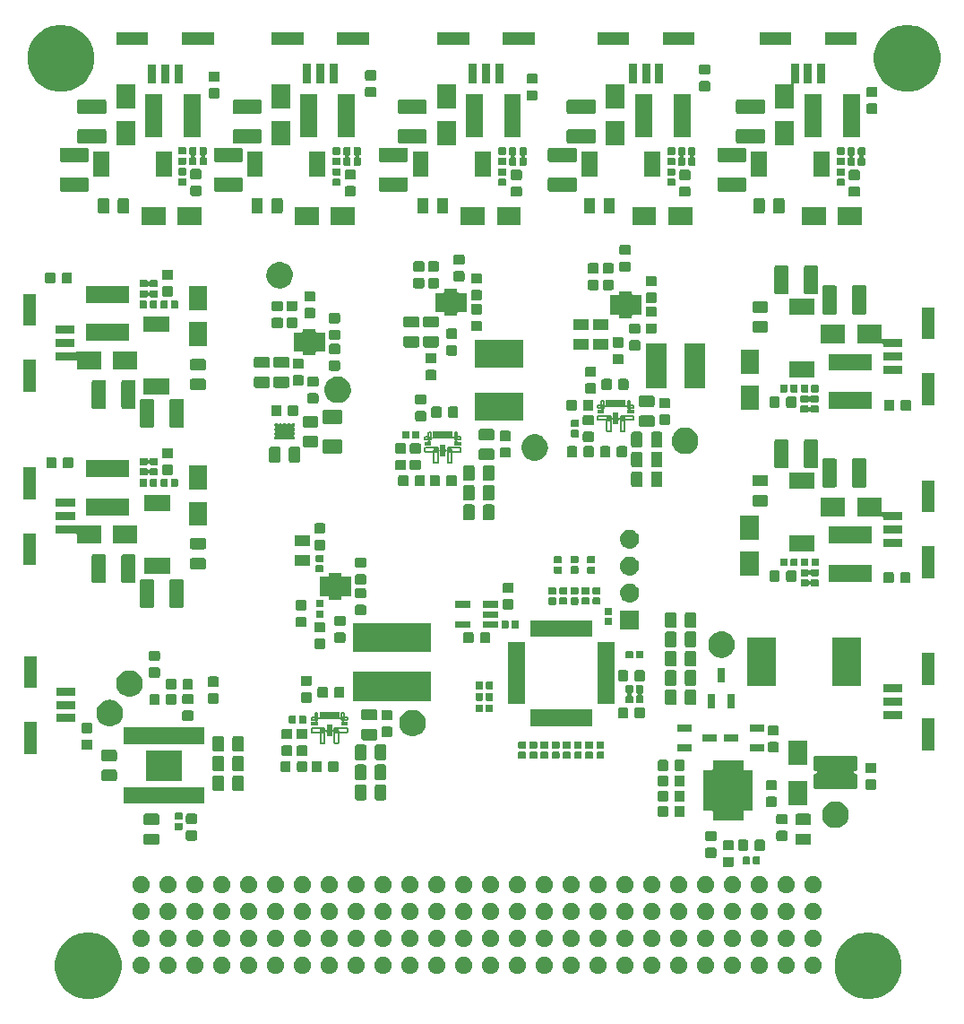
<source format=gbr>
G04 #@! TF.GenerationSoftware,KiCad,Pcbnew,(5.0.1-3-g963ef8bb5)*
G04 #@! TF.CreationDate,2021-05-26T22:53:26+02:00*
G04 #@! TF.ProjectId,EPS_v3_NanoSatLab,4550535F76335F4E616E6F5361744C61,rev?*
G04 #@! TF.SameCoordinates,Original*
G04 #@! TF.FileFunction,Soldermask,Top*
G04 #@! TF.FilePolarity,Negative*
%FSLAX46Y46*%
G04 Gerber Fmt 4.6, Leading zero omitted, Abs format (unit mm)*
G04 Created by KiCad (PCBNEW (5.0.1-3-g963ef8bb5)) date 2021 May 26, Wednesday 22:53:26*
%MOMM*%
%LPD*%
G01*
G04 APERTURE LIST*
%ADD10C,0.152400*%
%ADD11C,0.100000*%
G04 APERTURE END LIST*
D10*
G04 #@! TO.C,U304*
X139500774Y-88683641D02*
X138700776Y-88683641D01*
X138700776Y-88683641D02*
X138650776Y-88633641D01*
X138650776Y-88633641D02*
X138650776Y-88333642D01*
X138650776Y-88333642D02*
X138700776Y-88283642D01*
X138700776Y-88283642D02*
X139850776Y-88283642D01*
X139850776Y-88283642D02*
X139900776Y-88333642D01*
X139900776Y-88333642D02*
X139900776Y-89683642D01*
X139900776Y-89683642D02*
X139850773Y-89733642D01*
X139850773Y-89733642D02*
X139550774Y-89733642D01*
X139550774Y-89733642D02*
X139500774Y-89683642D01*
X139500774Y-89683642D02*
X139500774Y-88683641D01*
X141200776Y-88683641D02*
X141200776Y-89683642D01*
X141200776Y-89683642D02*
X141150776Y-89733642D01*
X141150776Y-89733642D02*
X140850777Y-89733642D01*
X140850777Y-89733642D02*
X140800774Y-89683642D01*
X140800774Y-89683642D02*
X140800774Y-88333642D01*
X140800774Y-88333642D02*
X140850774Y-88283642D01*
X140850774Y-88283642D02*
X142000774Y-88283642D01*
X142000774Y-88283642D02*
X142050774Y-88333642D01*
X142050774Y-88333642D02*
X142050774Y-88633641D01*
X142050774Y-88633641D02*
X142000774Y-88683641D01*
X142000774Y-88683641D02*
X141200776Y-88683641D01*
X139000775Y-87283641D02*
X139000775Y-86883642D01*
X139000775Y-86883642D02*
X139050775Y-86833642D01*
X139050775Y-86833642D02*
X139175776Y-86833642D01*
X139175776Y-86833642D02*
X139225773Y-86883642D01*
X139225773Y-86883642D02*
X139225776Y-87483641D01*
X139225776Y-87483641D02*
X139175774Y-87533641D01*
X139175774Y-87533641D02*
X138700776Y-87533644D01*
X138700776Y-87533644D02*
X138650776Y-87483641D01*
X138650776Y-87483641D02*
X138650776Y-87333644D01*
X138650776Y-87333644D02*
X138700776Y-87283641D01*
X138700776Y-87283641D02*
X139000775Y-87283641D01*
X141700775Y-87283641D02*
X142000774Y-87283641D01*
X142000774Y-87283641D02*
X142050774Y-87333641D01*
X142050774Y-87333641D02*
X142050774Y-87483641D01*
X142050774Y-87483641D02*
X142000774Y-87533641D01*
X142000774Y-87533641D02*
X141525774Y-87533644D01*
X141525774Y-87533644D02*
X141475774Y-87483641D01*
X141475774Y-87483641D02*
X141475777Y-86883642D01*
X141475777Y-86883642D02*
X141525774Y-86833642D01*
X141525774Y-86833642D02*
X141650775Y-86833642D01*
X141650775Y-86833642D02*
X141700775Y-86883642D01*
X141700775Y-86883642D02*
X141700775Y-87283641D01*
G04 #@! TO.C,U305*
X128780774Y-115163641D02*
X127980776Y-115163641D01*
X127980776Y-115163641D02*
X127930776Y-115113641D01*
X127930776Y-115113641D02*
X127930776Y-114813642D01*
X127930776Y-114813642D02*
X127980776Y-114763642D01*
X127980776Y-114763642D02*
X129130776Y-114763642D01*
X129130776Y-114763642D02*
X129180776Y-114813642D01*
X129180776Y-114813642D02*
X129180776Y-116163642D01*
X129180776Y-116163642D02*
X129130773Y-116213642D01*
X129130773Y-116213642D02*
X128830774Y-116213642D01*
X128830774Y-116213642D02*
X128780774Y-116163642D01*
X128780774Y-116163642D02*
X128780774Y-115163641D01*
X130480776Y-115163641D02*
X130480776Y-116163642D01*
X130480776Y-116163642D02*
X130430776Y-116213642D01*
X130430776Y-116213642D02*
X130130777Y-116213642D01*
X130130777Y-116213642D02*
X130080774Y-116163642D01*
X130080774Y-116163642D02*
X130080774Y-114813642D01*
X130080774Y-114813642D02*
X130130774Y-114763642D01*
X130130774Y-114763642D02*
X131280774Y-114763642D01*
X131280774Y-114763642D02*
X131330774Y-114813642D01*
X131330774Y-114813642D02*
X131330774Y-115113641D01*
X131330774Y-115113641D02*
X131280774Y-115163641D01*
X131280774Y-115163641D02*
X130480776Y-115163641D01*
X128280775Y-113763641D02*
X128280775Y-113363642D01*
X128280775Y-113363642D02*
X128330775Y-113313642D01*
X128330775Y-113313642D02*
X128455776Y-113313642D01*
X128455776Y-113313642D02*
X128505773Y-113363642D01*
X128505773Y-113363642D02*
X128505776Y-113963641D01*
X128505776Y-113963641D02*
X128455774Y-114013641D01*
X128455774Y-114013641D02*
X127980776Y-114013644D01*
X127980776Y-114013644D02*
X127930776Y-113963641D01*
X127930776Y-113963641D02*
X127930776Y-113813644D01*
X127930776Y-113813644D02*
X127980776Y-113763641D01*
X127980776Y-113763641D02*
X128280775Y-113763641D01*
X130980775Y-113763641D02*
X131280774Y-113763641D01*
X131280774Y-113763641D02*
X131330774Y-113813641D01*
X131330774Y-113813641D02*
X131330774Y-113963641D01*
X131330774Y-113963641D02*
X131280774Y-114013641D01*
X131280774Y-114013641D02*
X130805774Y-114013644D01*
X130805774Y-114013644D02*
X130755774Y-113963641D01*
X130755774Y-113963641D02*
X130755777Y-113363642D01*
X130755777Y-113363642D02*
X130805774Y-113313642D01*
X130805774Y-113313642D02*
X130930775Y-113313642D01*
X130930775Y-113313642D02*
X130980775Y-113363642D01*
X130980775Y-113363642D02*
X130980775Y-113763641D01*
G04 #@! TO.C,U307*
X155854774Y-85683641D02*
X155054776Y-85683641D01*
X155054776Y-85683641D02*
X155004776Y-85633641D01*
X155004776Y-85633641D02*
X155004776Y-85333642D01*
X155004776Y-85333642D02*
X155054776Y-85283642D01*
X155054776Y-85283642D02*
X156204776Y-85283642D01*
X156204776Y-85283642D02*
X156254776Y-85333642D01*
X156254776Y-85333642D02*
X156254776Y-86683642D01*
X156254776Y-86683642D02*
X156204773Y-86733642D01*
X156204773Y-86733642D02*
X155904774Y-86733642D01*
X155904774Y-86733642D02*
X155854774Y-86683642D01*
X155854774Y-86683642D02*
X155854774Y-85683641D01*
X157554776Y-85683641D02*
X157554776Y-86683642D01*
X157554776Y-86683642D02*
X157504776Y-86733642D01*
X157504776Y-86733642D02*
X157204777Y-86733642D01*
X157204777Y-86733642D02*
X157154774Y-86683642D01*
X157154774Y-86683642D02*
X157154774Y-85333642D01*
X157154774Y-85333642D02*
X157204774Y-85283642D01*
X157204774Y-85283642D02*
X158354774Y-85283642D01*
X158354774Y-85283642D02*
X158404774Y-85333642D01*
X158404774Y-85333642D02*
X158404774Y-85633641D01*
X158404774Y-85633641D02*
X158354774Y-85683641D01*
X158354774Y-85683641D02*
X157554776Y-85683641D01*
X155354775Y-84283641D02*
X155354775Y-83883642D01*
X155354775Y-83883642D02*
X155404775Y-83833642D01*
X155404775Y-83833642D02*
X155529776Y-83833642D01*
X155529776Y-83833642D02*
X155579773Y-83883642D01*
X155579773Y-83883642D02*
X155579776Y-84483641D01*
X155579776Y-84483641D02*
X155529774Y-84533641D01*
X155529774Y-84533641D02*
X155054776Y-84533644D01*
X155054776Y-84533644D02*
X155004776Y-84483641D01*
X155004776Y-84483641D02*
X155004776Y-84333644D01*
X155004776Y-84333644D02*
X155054776Y-84283641D01*
X155054776Y-84283641D02*
X155354775Y-84283641D01*
X158054775Y-84283641D02*
X158354774Y-84283641D01*
X158354774Y-84283641D02*
X158404774Y-84333641D01*
X158404774Y-84333641D02*
X158404774Y-84483641D01*
X158404774Y-84483641D02*
X158354774Y-84533641D01*
X158354774Y-84533641D02*
X157879774Y-84533644D01*
X157879774Y-84533644D02*
X157829774Y-84483641D01*
X157829774Y-84483641D02*
X157829777Y-83883642D01*
X157829777Y-83883642D02*
X157879774Y-83833642D01*
X157879774Y-83833642D02*
X158004775Y-83833642D01*
X158004775Y-83833642D02*
X158054775Y-83883642D01*
X158054775Y-83883642D02*
X158054775Y-84283641D01*
D11*
G36*
X181176580Y-134126584D02*
X181463888Y-134183733D01*
X182037333Y-134421262D01*
X182252104Y-134564768D01*
X182553423Y-134766103D01*
X182992314Y-135204994D01*
X182992316Y-135204997D01*
X183337155Y-135721084D01*
X183337155Y-135721085D01*
X183574684Y-136294530D01*
X183695775Y-136903294D01*
X183695775Y-137523990D01*
X183637623Y-137816340D01*
X183574684Y-138132755D01*
X183337155Y-138706200D01*
X182994641Y-139218807D01*
X182992314Y-139222290D01*
X182553423Y-139661181D01*
X182553420Y-139661183D01*
X182037333Y-140006022D01*
X181463888Y-140243551D01*
X181260966Y-140283915D01*
X180855123Y-140364642D01*
X180234427Y-140364642D01*
X179828584Y-140283915D01*
X179625662Y-140243551D01*
X179052217Y-140006022D01*
X178536130Y-139661183D01*
X178536127Y-139661181D01*
X178097236Y-139222290D01*
X178094909Y-139218807D01*
X177752395Y-138706200D01*
X177514866Y-138132755D01*
X177451927Y-137816340D01*
X177393775Y-137523990D01*
X177393775Y-136903294D01*
X177514866Y-136294530D01*
X177752395Y-135721085D01*
X177752395Y-135721084D01*
X178097234Y-135204997D01*
X178097236Y-135204994D01*
X178536127Y-134766103D01*
X178837446Y-134564768D01*
X179052217Y-134421262D01*
X179625662Y-134183733D01*
X179912970Y-134126584D01*
X180234427Y-134062642D01*
X180855123Y-134062642D01*
X181176580Y-134126584D01*
X181176580Y-134126584D01*
G37*
G36*
X107476580Y-134126584D02*
X107763888Y-134183733D01*
X108337333Y-134421262D01*
X108552104Y-134564768D01*
X108853423Y-134766103D01*
X109292314Y-135204994D01*
X109292316Y-135204997D01*
X109637155Y-135721084D01*
X109637155Y-135721085D01*
X109874684Y-136294530D01*
X109995775Y-136903294D01*
X109995775Y-137523990D01*
X109937623Y-137816340D01*
X109874684Y-138132755D01*
X109637155Y-138706200D01*
X109294641Y-139218807D01*
X109292314Y-139222290D01*
X108853423Y-139661181D01*
X108853420Y-139661183D01*
X108337333Y-140006022D01*
X107763888Y-140243551D01*
X107560966Y-140283915D01*
X107155123Y-140364642D01*
X106534427Y-140364642D01*
X106128584Y-140283915D01*
X105925662Y-140243551D01*
X105352217Y-140006022D01*
X104836130Y-139661183D01*
X104836127Y-139661181D01*
X104397236Y-139222290D01*
X104394909Y-139218807D01*
X104052395Y-138706200D01*
X103814866Y-138132755D01*
X103751927Y-137816340D01*
X103693775Y-137523990D01*
X103693775Y-136903294D01*
X103814866Y-136294530D01*
X104052395Y-135721085D01*
X104052395Y-135721084D01*
X104397234Y-135204997D01*
X104397236Y-135204994D01*
X104836127Y-134766103D01*
X105137446Y-134564768D01*
X105352217Y-134421262D01*
X105925662Y-134183733D01*
X106212970Y-134126584D01*
X106534427Y-134062642D01*
X107155123Y-134062642D01*
X107476580Y-134126584D01*
X107476580Y-134126584D01*
G37*
G36*
X170501917Y-136403084D02*
X170649877Y-136464372D01*
X170783033Y-136553344D01*
X170896273Y-136666584D01*
X170985245Y-136799740D01*
X171046533Y-136947700D01*
X171077775Y-137104767D01*
X171077775Y-137264917D01*
X171046533Y-137421984D01*
X170985245Y-137569944D01*
X170896273Y-137703100D01*
X170783033Y-137816340D01*
X170649877Y-137905312D01*
X170501917Y-137966600D01*
X170344850Y-137997842D01*
X170184700Y-137997842D01*
X170027633Y-137966600D01*
X169879673Y-137905312D01*
X169746517Y-137816340D01*
X169633277Y-137703100D01*
X169544305Y-137569944D01*
X169483017Y-137421984D01*
X169451775Y-137264917D01*
X169451775Y-137104767D01*
X169483017Y-136947700D01*
X169544305Y-136799740D01*
X169633277Y-136666584D01*
X169746517Y-136553344D01*
X169879673Y-136464372D01*
X170027633Y-136403084D01*
X170184700Y-136371842D01*
X170344850Y-136371842D01*
X170501917Y-136403084D01*
X170501917Y-136403084D01*
G37*
G36*
X167961917Y-136403084D02*
X168109877Y-136464372D01*
X168243033Y-136553344D01*
X168356273Y-136666584D01*
X168445245Y-136799740D01*
X168506533Y-136947700D01*
X168537775Y-137104767D01*
X168537775Y-137264917D01*
X168506533Y-137421984D01*
X168445245Y-137569944D01*
X168356273Y-137703100D01*
X168243033Y-137816340D01*
X168109877Y-137905312D01*
X167961917Y-137966600D01*
X167804850Y-137997842D01*
X167644700Y-137997842D01*
X167487633Y-137966600D01*
X167339673Y-137905312D01*
X167206517Y-137816340D01*
X167093277Y-137703100D01*
X167004305Y-137569944D01*
X166943017Y-137421984D01*
X166911775Y-137264917D01*
X166911775Y-137104767D01*
X166943017Y-136947700D01*
X167004305Y-136799740D01*
X167093277Y-136666584D01*
X167206517Y-136553344D01*
X167339673Y-136464372D01*
X167487633Y-136403084D01*
X167644700Y-136371842D01*
X167804850Y-136371842D01*
X167961917Y-136403084D01*
X167961917Y-136403084D01*
G37*
G36*
X165421917Y-136403084D02*
X165569877Y-136464372D01*
X165703033Y-136553344D01*
X165816273Y-136666584D01*
X165905245Y-136799740D01*
X165966533Y-136947700D01*
X165997775Y-137104767D01*
X165997775Y-137264917D01*
X165966533Y-137421984D01*
X165905245Y-137569944D01*
X165816273Y-137703100D01*
X165703033Y-137816340D01*
X165569877Y-137905312D01*
X165421917Y-137966600D01*
X165264850Y-137997842D01*
X165104700Y-137997842D01*
X164947633Y-137966600D01*
X164799673Y-137905312D01*
X164666517Y-137816340D01*
X164553277Y-137703100D01*
X164464305Y-137569944D01*
X164403017Y-137421984D01*
X164371775Y-137264917D01*
X164371775Y-137104767D01*
X164403017Y-136947700D01*
X164464305Y-136799740D01*
X164553277Y-136666584D01*
X164666517Y-136553344D01*
X164799673Y-136464372D01*
X164947633Y-136403084D01*
X165104700Y-136371842D01*
X165264850Y-136371842D01*
X165421917Y-136403084D01*
X165421917Y-136403084D01*
G37*
G36*
X162881917Y-136403084D02*
X163029877Y-136464372D01*
X163163033Y-136553344D01*
X163276273Y-136666584D01*
X163365245Y-136799740D01*
X163426533Y-136947700D01*
X163457775Y-137104767D01*
X163457775Y-137264917D01*
X163426533Y-137421984D01*
X163365245Y-137569944D01*
X163276273Y-137703100D01*
X163163033Y-137816340D01*
X163029877Y-137905312D01*
X162881917Y-137966600D01*
X162724850Y-137997842D01*
X162564700Y-137997842D01*
X162407633Y-137966600D01*
X162259673Y-137905312D01*
X162126517Y-137816340D01*
X162013277Y-137703100D01*
X161924305Y-137569944D01*
X161863017Y-137421984D01*
X161831775Y-137264917D01*
X161831775Y-137104767D01*
X161863017Y-136947700D01*
X161924305Y-136799740D01*
X162013277Y-136666584D01*
X162126517Y-136553344D01*
X162259673Y-136464372D01*
X162407633Y-136403084D01*
X162564700Y-136371842D01*
X162724850Y-136371842D01*
X162881917Y-136403084D01*
X162881917Y-136403084D01*
G37*
G36*
X160341917Y-136403084D02*
X160489877Y-136464372D01*
X160623033Y-136553344D01*
X160736273Y-136666584D01*
X160825245Y-136799740D01*
X160886533Y-136947700D01*
X160917775Y-137104767D01*
X160917775Y-137264917D01*
X160886533Y-137421984D01*
X160825245Y-137569944D01*
X160736273Y-137703100D01*
X160623033Y-137816340D01*
X160489877Y-137905312D01*
X160341917Y-137966600D01*
X160184850Y-137997842D01*
X160024700Y-137997842D01*
X159867633Y-137966600D01*
X159719673Y-137905312D01*
X159586517Y-137816340D01*
X159473277Y-137703100D01*
X159384305Y-137569944D01*
X159323017Y-137421984D01*
X159291775Y-137264917D01*
X159291775Y-137104767D01*
X159323017Y-136947700D01*
X159384305Y-136799740D01*
X159473277Y-136666584D01*
X159586517Y-136553344D01*
X159719673Y-136464372D01*
X159867633Y-136403084D01*
X160024700Y-136371842D01*
X160184850Y-136371842D01*
X160341917Y-136403084D01*
X160341917Y-136403084D01*
G37*
G36*
X157801917Y-136403084D02*
X157949877Y-136464372D01*
X158083033Y-136553344D01*
X158196273Y-136666584D01*
X158285245Y-136799740D01*
X158346533Y-136947700D01*
X158377775Y-137104767D01*
X158377775Y-137264917D01*
X158346533Y-137421984D01*
X158285245Y-137569944D01*
X158196273Y-137703100D01*
X158083033Y-137816340D01*
X157949877Y-137905312D01*
X157801917Y-137966600D01*
X157644850Y-137997842D01*
X157484700Y-137997842D01*
X157327633Y-137966600D01*
X157179673Y-137905312D01*
X157046517Y-137816340D01*
X156933277Y-137703100D01*
X156844305Y-137569944D01*
X156783017Y-137421984D01*
X156751775Y-137264917D01*
X156751775Y-137104767D01*
X156783017Y-136947700D01*
X156844305Y-136799740D01*
X156933277Y-136666584D01*
X157046517Y-136553344D01*
X157179673Y-136464372D01*
X157327633Y-136403084D01*
X157484700Y-136371842D01*
X157644850Y-136371842D01*
X157801917Y-136403084D01*
X157801917Y-136403084D01*
G37*
G36*
X155261917Y-136403084D02*
X155409877Y-136464372D01*
X155543033Y-136553344D01*
X155656273Y-136666584D01*
X155745245Y-136799740D01*
X155806533Y-136947700D01*
X155837775Y-137104767D01*
X155837775Y-137264917D01*
X155806533Y-137421984D01*
X155745245Y-137569944D01*
X155656273Y-137703100D01*
X155543033Y-137816340D01*
X155409877Y-137905312D01*
X155261917Y-137966600D01*
X155104850Y-137997842D01*
X154944700Y-137997842D01*
X154787633Y-137966600D01*
X154639673Y-137905312D01*
X154506517Y-137816340D01*
X154393277Y-137703100D01*
X154304305Y-137569944D01*
X154243017Y-137421984D01*
X154211775Y-137264917D01*
X154211775Y-137104767D01*
X154243017Y-136947700D01*
X154304305Y-136799740D01*
X154393277Y-136666584D01*
X154506517Y-136553344D01*
X154639673Y-136464372D01*
X154787633Y-136403084D01*
X154944700Y-136371842D01*
X155104850Y-136371842D01*
X155261917Y-136403084D01*
X155261917Y-136403084D01*
G37*
G36*
X152721917Y-136403084D02*
X152869877Y-136464372D01*
X153003033Y-136553344D01*
X153116273Y-136666584D01*
X153205245Y-136799740D01*
X153266533Y-136947700D01*
X153297775Y-137104767D01*
X153297775Y-137264917D01*
X153266533Y-137421984D01*
X153205245Y-137569944D01*
X153116273Y-137703100D01*
X153003033Y-137816340D01*
X152869877Y-137905312D01*
X152721917Y-137966600D01*
X152564850Y-137997842D01*
X152404700Y-137997842D01*
X152247633Y-137966600D01*
X152099673Y-137905312D01*
X151966517Y-137816340D01*
X151853277Y-137703100D01*
X151764305Y-137569944D01*
X151703017Y-137421984D01*
X151671775Y-137264917D01*
X151671775Y-137104767D01*
X151703017Y-136947700D01*
X151764305Y-136799740D01*
X151853277Y-136666584D01*
X151966517Y-136553344D01*
X152099673Y-136464372D01*
X152247633Y-136403084D01*
X152404700Y-136371842D01*
X152564850Y-136371842D01*
X152721917Y-136403084D01*
X152721917Y-136403084D01*
G37*
G36*
X150181917Y-136403084D02*
X150329877Y-136464372D01*
X150463033Y-136553344D01*
X150576273Y-136666584D01*
X150665245Y-136799740D01*
X150726533Y-136947700D01*
X150757775Y-137104767D01*
X150757775Y-137264917D01*
X150726533Y-137421984D01*
X150665245Y-137569944D01*
X150576273Y-137703100D01*
X150463033Y-137816340D01*
X150329877Y-137905312D01*
X150181917Y-137966600D01*
X150024850Y-137997842D01*
X149864700Y-137997842D01*
X149707633Y-137966600D01*
X149559673Y-137905312D01*
X149426517Y-137816340D01*
X149313277Y-137703100D01*
X149224305Y-137569944D01*
X149163017Y-137421984D01*
X149131775Y-137264917D01*
X149131775Y-137104767D01*
X149163017Y-136947700D01*
X149224305Y-136799740D01*
X149313277Y-136666584D01*
X149426517Y-136553344D01*
X149559673Y-136464372D01*
X149707633Y-136403084D01*
X149864700Y-136371842D01*
X150024850Y-136371842D01*
X150181917Y-136403084D01*
X150181917Y-136403084D01*
G37*
G36*
X147641917Y-136403084D02*
X147789877Y-136464372D01*
X147923033Y-136553344D01*
X148036273Y-136666584D01*
X148125245Y-136799740D01*
X148186533Y-136947700D01*
X148217775Y-137104767D01*
X148217775Y-137264917D01*
X148186533Y-137421984D01*
X148125245Y-137569944D01*
X148036273Y-137703100D01*
X147923033Y-137816340D01*
X147789877Y-137905312D01*
X147641917Y-137966600D01*
X147484850Y-137997842D01*
X147324700Y-137997842D01*
X147167633Y-137966600D01*
X147019673Y-137905312D01*
X146886517Y-137816340D01*
X146773277Y-137703100D01*
X146684305Y-137569944D01*
X146623017Y-137421984D01*
X146591775Y-137264917D01*
X146591775Y-137104767D01*
X146623017Y-136947700D01*
X146684305Y-136799740D01*
X146773277Y-136666584D01*
X146886517Y-136553344D01*
X147019673Y-136464372D01*
X147167633Y-136403084D01*
X147324700Y-136371842D01*
X147484850Y-136371842D01*
X147641917Y-136403084D01*
X147641917Y-136403084D01*
G37*
G36*
X145101917Y-136403084D02*
X145249877Y-136464372D01*
X145383033Y-136553344D01*
X145496273Y-136666584D01*
X145585245Y-136799740D01*
X145646533Y-136947700D01*
X145677775Y-137104767D01*
X145677775Y-137264917D01*
X145646533Y-137421984D01*
X145585245Y-137569944D01*
X145496273Y-137703100D01*
X145383033Y-137816340D01*
X145249877Y-137905312D01*
X145101917Y-137966600D01*
X144944850Y-137997842D01*
X144784700Y-137997842D01*
X144627633Y-137966600D01*
X144479673Y-137905312D01*
X144346517Y-137816340D01*
X144233277Y-137703100D01*
X144144305Y-137569944D01*
X144083017Y-137421984D01*
X144051775Y-137264917D01*
X144051775Y-137104767D01*
X144083017Y-136947700D01*
X144144305Y-136799740D01*
X144233277Y-136666584D01*
X144346517Y-136553344D01*
X144479673Y-136464372D01*
X144627633Y-136403084D01*
X144784700Y-136371842D01*
X144944850Y-136371842D01*
X145101917Y-136403084D01*
X145101917Y-136403084D01*
G37*
G36*
X142561917Y-136403084D02*
X142709877Y-136464372D01*
X142843033Y-136553344D01*
X142956273Y-136666584D01*
X143045245Y-136799740D01*
X143106533Y-136947700D01*
X143137775Y-137104767D01*
X143137775Y-137264917D01*
X143106533Y-137421984D01*
X143045245Y-137569944D01*
X142956273Y-137703100D01*
X142843033Y-137816340D01*
X142709877Y-137905312D01*
X142561917Y-137966600D01*
X142404850Y-137997842D01*
X142244700Y-137997842D01*
X142087633Y-137966600D01*
X141939673Y-137905312D01*
X141806517Y-137816340D01*
X141693277Y-137703100D01*
X141604305Y-137569944D01*
X141543017Y-137421984D01*
X141511775Y-137264917D01*
X141511775Y-137104767D01*
X141543017Y-136947700D01*
X141604305Y-136799740D01*
X141693277Y-136666584D01*
X141806517Y-136553344D01*
X141939673Y-136464372D01*
X142087633Y-136403084D01*
X142244700Y-136371842D01*
X142404850Y-136371842D01*
X142561917Y-136403084D01*
X142561917Y-136403084D01*
G37*
G36*
X140021917Y-136403084D02*
X140169877Y-136464372D01*
X140303033Y-136553344D01*
X140416273Y-136666584D01*
X140505245Y-136799740D01*
X140566533Y-136947700D01*
X140597775Y-137104767D01*
X140597775Y-137264917D01*
X140566533Y-137421984D01*
X140505245Y-137569944D01*
X140416273Y-137703100D01*
X140303033Y-137816340D01*
X140169877Y-137905312D01*
X140021917Y-137966600D01*
X139864850Y-137997842D01*
X139704700Y-137997842D01*
X139547633Y-137966600D01*
X139399673Y-137905312D01*
X139266517Y-137816340D01*
X139153277Y-137703100D01*
X139064305Y-137569944D01*
X139003017Y-137421984D01*
X138971775Y-137264917D01*
X138971775Y-137104767D01*
X139003017Y-136947700D01*
X139064305Y-136799740D01*
X139153277Y-136666584D01*
X139266517Y-136553344D01*
X139399673Y-136464372D01*
X139547633Y-136403084D01*
X139704700Y-136371842D01*
X139864850Y-136371842D01*
X140021917Y-136403084D01*
X140021917Y-136403084D01*
G37*
G36*
X137481917Y-136403084D02*
X137629877Y-136464372D01*
X137763033Y-136553344D01*
X137876273Y-136666584D01*
X137965245Y-136799740D01*
X138026533Y-136947700D01*
X138057775Y-137104767D01*
X138057775Y-137264917D01*
X138026533Y-137421984D01*
X137965245Y-137569944D01*
X137876273Y-137703100D01*
X137763033Y-137816340D01*
X137629877Y-137905312D01*
X137481917Y-137966600D01*
X137324850Y-137997842D01*
X137164700Y-137997842D01*
X137007633Y-137966600D01*
X136859673Y-137905312D01*
X136726517Y-137816340D01*
X136613277Y-137703100D01*
X136524305Y-137569944D01*
X136463017Y-137421984D01*
X136431775Y-137264917D01*
X136431775Y-137104767D01*
X136463017Y-136947700D01*
X136524305Y-136799740D01*
X136613277Y-136666584D01*
X136726517Y-136553344D01*
X136859673Y-136464372D01*
X137007633Y-136403084D01*
X137164700Y-136371842D01*
X137324850Y-136371842D01*
X137481917Y-136403084D01*
X137481917Y-136403084D01*
G37*
G36*
X134941917Y-136403084D02*
X135089877Y-136464372D01*
X135223033Y-136553344D01*
X135336273Y-136666584D01*
X135425245Y-136799740D01*
X135486533Y-136947700D01*
X135517775Y-137104767D01*
X135517775Y-137264917D01*
X135486533Y-137421984D01*
X135425245Y-137569944D01*
X135336273Y-137703100D01*
X135223033Y-137816340D01*
X135089877Y-137905312D01*
X134941917Y-137966600D01*
X134784850Y-137997842D01*
X134624700Y-137997842D01*
X134467633Y-137966600D01*
X134319673Y-137905312D01*
X134186517Y-137816340D01*
X134073277Y-137703100D01*
X133984305Y-137569944D01*
X133923017Y-137421984D01*
X133891775Y-137264917D01*
X133891775Y-137104767D01*
X133923017Y-136947700D01*
X133984305Y-136799740D01*
X134073277Y-136666584D01*
X134186517Y-136553344D01*
X134319673Y-136464372D01*
X134467633Y-136403084D01*
X134624700Y-136371842D01*
X134784850Y-136371842D01*
X134941917Y-136403084D01*
X134941917Y-136403084D01*
G37*
G36*
X132401917Y-136403084D02*
X132549877Y-136464372D01*
X132683033Y-136553344D01*
X132796273Y-136666584D01*
X132885245Y-136799740D01*
X132946533Y-136947700D01*
X132977775Y-137104767D01*
X132977775Y-137264917D01*
X132946533Y-137421984D01*
X132885245Y-137569944D01*
X132796273Y-137703100D01*
X132683033Y-137816340D01*
X132549877Y-137905312D01*
X132401917Y-137966600D01*
X132244850Y-137997842D01*
X132084700Y-137997842D01*
X131927633Y-137966600D01*
X131779673Y-137905312D01*
X131646517Y-137816340D01*
X131533277Y-137703100D01*
X131444305Y-137569944D01*
X131383017Y-137421984D01*
X131351775Y-137264917D01*
X131351775Y-137104767D01*
X131383017Y-136947700D01*
X131444305Y-136799740D01*
X131533277Y-136666584D01*
X131646517Y-136553344D01*
X131779673Y-136464372D01*
X131927633Y-136403084D01*
X132084700Y-136371842D01*
X132244850Y-136371842D01*
X132401917Y-136403084D01*
X132401917Y-136403084D01*
G37*
G36*
X129861917Y-136403084D02*
X130009877Y-136464372D01*
X130143033Y-136553344D01*
X130256273Y-136666584D01*
X130345245Y-136799740D01*
X130406533Y-136947700D01*
X130437775Y-137104767D01*
X130437775Y-137264917D01*
X130406533Y-137421984D01*
X130345245Y-137569944D01*
X130256273Y-137703100D01*
X130143033Y-137816340D01*
X130009877Y-137905312D01*
X129861917Y-137966600D01*
X129704850Y-137997842D01*
X129544700Y-137997842D01*
X129387633Y-137966600D01*
X129239673Y-137905312D01*
X129106517Y-137816340D01*
X128993277Y-137703100D01*
X128904305Y-137569944D01*
X128843017Y-137421984D01*
X128811775Y-137264917D01*
X128811775Y-137104767D01*
X128843017Y-136947700D01*
X128904305Y-136799740D01*
X128993277Y-136666584D01*
X129106517Y-136553344D01*
X129239673Y-136464372D01*
X129387633Y-136403084D01*
X129544700Y-136371842D01*
X129704850Y-136371842D01*
X129861917Y-136403084D01*
X129861917Y-136403084D01*
G37*
G36*
X127321917Y-136403084D02*
X127469877Y-136464372D01*
X127603033Y-136553344D01*
X127716273Y-136666584D01*
X127805245Y-136799740D01*
X127866533Y-136947700D01*
X127897775Y-137104767D01*
X127897775Y-137264917D01*
X127866533Y-137421984D01*
X127805245Y-137569944D01*
X127716273Y-137703100D01*
X127603033Y-137816340D01*
X127469877Y-137905312D01*
X127321917Y-137966600D01*
X127164850Y-137997842D01*
X127004700Y-137997842D01*
X126847633Y-137966600D01*
X126699673Y-137905312D01*
X126566517Y-137816340D01*
X126453277Y-137703100D01*
X126364305Y-137569944D01*
X126303017Y-137421984D01*
X126271775Y-137264917D01*
X126271775Y-137104767D01*
X126303017Y-136947700D01*
X126364305Y-136799740D01*
X126453277Y-136666584D01*
X126566517Y-136553344D01*
X126699673Y-136464372D01*
X126847633Y-136403084D01*
X127004700Y-136371842D01*
X127164850Y-136371842D01*
X127321917Y-136403084D01*
X127321917Y-136403084D01*
G37*
G36*
X124781917Y-136403084D02*
X124929877Y-136464372D01*
X125063033Y-136553344D01*
X125176273Y-136666584D01*
X125265245Y-136799740D01*
X125326533Y-136947700D01*
X125357775Y-137104767D01*
X125357775Y-137264917D01*
X125326533Y-137421984D01*
X125265245Y-137569944D01*
X125176273Y-137703100D01*
X125063033Y-137816340D01*
X124929877Y-137905312D01*
X124781917Y-137966600D01*
X124624850Y-137997842D01*
X124464700Y-137997842D01*
X124307633Y-137966600D01*
X124159673Y-137905312D01*
X124026517Y-137816340D01*
X123913277Y-137703100D01*
X123824305Y-137569944D01*
X123763017Y-137421984D01*
X123731775Y-137264917D01*
X123731775Y-137104767D01*
X123763017Y-136947700D01*
X123824305Y-136799740D01*
X123913277Y-136666584D01*
X124026517Y-136553344D01*
X124159673Y-136464372D01*
X124307633Y-136403084D01*
X124464700Y-136371842D01*
X124624850Y-136371842D01*
X124781917Y-136403084D01*
X124781917Y-136403084D01*
G37*
G36*
X122241917Y-136403084D02*
X122389877Y-136464372D01*
X122523033Y-136553344D01*
X122636273Y-136666584D01*
X122725245Y-136799740D01*
X122786533Y-136947700D01*
X122817775Y-137104767D01*
X122817775Y-137264917D01*
X122786533Y-137421984D01*
X122725245Y-137569944D01*
X122636273Y-137703100D01*
X122523033Y-137816340D01*
X122389877Y-137905312D01*
X122241917Y-137966600D01*
X122084850Y-137997842D01*
X121924700Y-137997842D01*
X121767633Y-137966600D01*
X121619673Y-137905312D01*
X121486517Y-137816340D01*
X121373277Y-137703100D01*
X121284305Y-137569944D01*
X121223017Y-137421984D01*
X121191775Y-137264917D01*
X121191775Y-137104767D01*
X121223017Y-136947700D01*
X121284305Y-136799740D01*
X121373277Y-136666584D01*
X121486517Y-136553344D01*
X121619673Y-136464372D01*
X121767633Y-136403084D01*
X121924700Y-136371842D01*
X122084850Y-136371842D01*
X122241917Y-136403084D01*
X122241917Y-136403084D01*
G37*
G36*
X119701917Y-136403084D02*
X119849877Y-136464372D01*
X119983033Y-136553344D01*
X120096273Y-136666584D01*
X120185245Y-136799740D01*
X120246533Y-136947700D01*
X120277775Y-137104767D01*
X120277775Y-137264917D01*
X120246533Y-137421984D01*
X120185245Y-137569944D01*
X120096273Y-137703100D01*
X119983033Y-137816340D01*
X119849877Y-137905312D01*
X119701917Y-137966600D01*
X119544850Y-137997842D01*
X119384700Y-137997842D01*
X119227633Y-137966600D01*
X119079673Y-137905312D01*
X118946517Y-137816340D01*
X118833277Y-137703100D01*
X118744305Y-137569944D01*
X118683017Y-137421984D01*
X118651775Y-137264917D01*
X118651775Y-137104767D01*
X118683017Y-136947700D01*
X118744305Y-136799740D01*
X118833277Y-136666584D01*
X118946517Y-136553344D01*
X119079673Y-136464372D01*
X119227633Y-136403084D01*
X119384700Y-136371842D01*
X119544850Y-136371842D01*
X119701917Y-136403084D01*
X119701917Y-136403084D01*
G37*
G36*
X117161917Y-136403084D02*
X117309877Y-136464372D01*
X117443033Y-136553344D01*
X117556273Y-136666584D01*
X117645245Y-136799740D01*
X117706533Y-136947700D01*
X117737775Y-137104767D01*
X117737775Y-137264917D01*
X117706533Y-137421984D01*
X117645245Y-137569944D01*
X117556273Y-137703100D01*
X117443033Y-137816340D01*
X117309877Y-137905312D01*
X117161917Y-137966600D01*
X117004850Y-137997842D01*
X116844700Y-137997842D01*
X116687633Y-137966600D01*
X116539673Y-137905312D01*
X116406517Y-137816340D01*
X116293277Y-137703100D01*
X116204305Y-137569944D01*
X116143017Y-137421984D01*
X116111775Y-137264917D01*
X116111775Y-137104767D01*
X116143017Y-136947700D01*
X116204305Y-136799740D01*
X116293277Y-136666584D01*
X116406517Y-136553344D01*
X116539673Y-136464372D01*
X116687633Y-136403084D01*
X116844700Y-136371842D01*
X117004850Y-136371842D01*
X117161917Y-136403084D01*
X117161917Y-136403084D01*
G37*
G36*
X114621917Y-136403084D02*
X114769877Y-136464372D01*
X114903033Y-136553344D01*
X115016273Y-136666584D01*
X115105245Y-136799740D01*
X115166533Y-136947700D01*
X115197775Y-137104767D01*
X115197775Y-137264917D01*
X115166533Y-137421984D01*
X115105245Y-137569944D01*
X115016273Y-137703100D01*
X114903033Y-137816340D01*
X114769877Y-137905312D01*
X114621917Y-137966600D01*
X114464850Y-137997842D01*
X114304700Y-137997842D01*
X114147633Y-137966600D01*
X113999673Y-137905312D01*
X113866517Y-137816340D01*
X113753277Y-137703100D01*
X113664305Y-137569944D01*
X113603017Y-137421984D01*
X113571775Y-137264917D01*
X113571775Y-137104767D01*
X113603017Y-136947700D01*
X113664305Y-136799740D01*
X113753277Y-136666584D01*
X113866517Y-136553344D01*
X113999673Y-136464372D01*
X114147633Y-136403084D01*
X114304700Y-136371842D01*
X114464850Y-136371842D01*
X114621917Y-136403084D01*
X114621917Y-136403084D01*
G37*
G36*
X112081917Y-136403084D02*
X112229877Y-136464372D01*
X112363033Y-136553344D01*
X112476273Y-136666584D01*
X112565245Y-136799740D01*
X112626533Y-136947700D01*
X112657775Y-137104767D01*
X112657775Y-137264917D01*
X112626533Y-137421984D01*
X112565245Y-137569944D01*
X112476273Y-137703100D01*
X112363033Y-137816340D01*
X112229877Y-137905312D01*
X112081917Y-137966600D01*
X111924850Y-137997842D01*
X111764700Y-137997842D01*
X111607633Y-137966600D01*
X111459673Y-137905312D01*
X111326517Y-137816340D01*
X111213277Y-137703100D01*
X111124305Y-137569944D01*
X111063017Y-137421984D01*
X111031775Y-137264917D01*
X111031775Y-137104767D01*
X111063017Y-136947700D01*
X111124305Y-136799740D01*
X111213277Y-136666584D01*
X111326517Y-136553344D01*
X111459673Y-136464372D01*
X111607633Y-136403084D01*
X111764700Y-136371842D01*
X111924850Y-136371842D01*
X112081917Y-136403084D01*
X112081917Y-136403084D01*
G37*
G36*
X175581917Y-136403084D02*
X175729877Y-136464372D01*
X175863033Y-136553344D01*
X175976273Y-136666584D01*
X176065245Y-136799740D01*
X176126533Y-136947700D01*
X176157775Y-137104767D01*
X176157775Y-137264917D01*
X176126533Y-137421984D01*
X176065245Y-137569944D01*
X175976273Y-137703100D01*
X175863033Y-137816340D01*
X175729877Y-137905312D01*
X175581917Y-137966600D01*
X175424850Y-137997842D01*
X175264700Y-137997842D01*
X175107633Y-137966600D01*
X174959673Y-137905312D01*
X174826517Y-137816340D01*
X174713277Y-137703100D01*
X174624305Y-137569944D01*
X174563017Y-137421984D01*
X174531775Y-137264917D01*
X174531775Y-137104767D01*
X174563017Y-136947700D01*
X174624305Y-136799740D01*
X174713277Y-136666584D01*
X174826517Y-136553344D01*
X174959673Y-136464372D01*
X175107633Y-136403084D01*
X175264700Y-136371842D01*
X175424850Y-136371842D01*
X175581917Y-136403084D01*
X175581917Y-136403084D01*
G37*
G36*
X173041917Y-136403084D02*
X173189877Y-136464372D01*
X173323033Y-136553344D01*
X173436273Y-136666584D01*
X173525245Y-136799740D01*
X173586533Y-136947700D01*
X173617775Y-137104767D01*
X173617775Y-137264917D01*
X173586533Y-137421984D01*
X173525245Y-137569944D01*
X173436273Y-137703100D01*
X173323033Y-137816340D01*
X173189877Y-137905312D01*
X173041917Y-137966600D01*
X172884850Y-137997842D01*
X172724700Y-137997842D01*
X172567633Y-137966600D01*
X172419673Y-137905312D01*
X172286517Y-137816340D01*
X172173277Y-137703100D01*
X172084305Y-137569944D01*
X172023017Y-137421984D01*
X171991775Y-137264917D01*
X171991775Y-137104767D01*
X172023017Y-136947700D01*
X172084305Y-136799740D01*
X172173277Y-136666584D01*
X172286517Y-136553344D01*
X172419673Y-136464372D01*
X172567633Y-136403084D01*
X172724700Y-136371842D01*
X172884850Y-136371842D01*
X173041917Y-136403084D01*
X173041917Y-136403084D01*
G37*
G36*
X145101917Y-133863084D02*
X145249877Y-133924372D01*
X145383033Y-134013344D01*
X145496273Y-134126584D01*
X145585245Y-134259740D01*
X145646533Y-134407700D01*
X145677775Y-134564767D01*
X145677775Y-134724917D01*
X145646533Y-134881984D01*
X145585245Y-135029944D01*
X145496273Y-135163100D01*
X145383033Y-135276340D01*
X145249877Y-135365312D01*
X145101917Y-135426600D01*
X144944850Y-135457842D01*
X144784700Y-135457842D01*
X144627633Y-135426600D01*
X144479673Y-135365312D01*
X144346517Y-135276340D01*
X144233277Y-135163100D01*
X144144305Y-135029944D01*
X144083017Y-134881984D01*
X144051775Y-134724917D01*
X144051775Y-134564767D01*
X144083017Y-134407700D01*
X144144305Y-134259740D01*
X144233277Y-134126584D01*
X144346517Y-134013344D01*
X144479673Y-133924372D01*
X144627633Y-133863084D01*
X144784700Y-133831842D01*
X144944850Y-133831842D01*
X145101917Y-133863084D01*
X145101917Y-133863084D01*
G37*
G36*
X175581917Y-133863084D02*
X175729877Y-133924372D01*
X175863033Y-134013344D01*
X175976273Y-134126584D01*
X176065245Y-134259740D01*
X176126533Y-134407700D01*
X176157775Y-134564767D01*
X176157775Y-134724917D01*
X176126533Y-134881984D01*
X176065245Y-135029944D01*
X175976273Y-135163100D01*
X175863033Y-135276340D01*
X175729877Y-135365312D01*
X175581917Y-135426600D01*
X175424850Y-135457842D01*
X175264700Y-135457842D01*
X175107633Y-135426600D01*
X174959673Y-135365312D01*
X174826517Y-135276340D01*
X174713277Y-135163100D01*
X174624305Y-135029944D01*
X174563017Y-134881984D01*
X174531775Y-134724917D01*
X174531775Y-134564767D01*
X174563017Y-134407700D01*
X174624305Y-134259740D01*
X174713277Y-134126584D01*
X174826517Y-134013344D01*
X174959673Y-133924372D01*
X175107633Y-133863084D01*
X175264700Y-133831842D01*
X175424850Y-133831842D01*
X175581917Y-133863084D01*
X175581917Y-133863084D01*
G37*
G36*
X173041917Y-133863084D02*
X173189877Y-133924372D01*
X173323033Y-134013344D01*
X173436273Y-134126584D01*
X173525245Y-134259740D01*
X173586533Y-134407700D01*
X173617775Y-134564767D01*
X173617775Y-134724917D01*
X173586533Y-134881984D01*
X173525245Y-135029944D01*
X173436273Y-135163100D01*
X173323033Y-135276340D01*
X173189877Y-135365312D01*
X173041917Y-135426600D01*
X172884850Y-135457842D01*
X172724700Y-135457842D01*
X172567633Y-135426600D01*
X172419673Y-135365312D01*
X172286517Y-135276340D01*
X172173277Y-135163100D01*
X172084305Y-135029944D01*
X172023017Y-134881984D01*
X171991775Y-134724917D01*
X171991775Y-134564767D01*
X172023017Y-134407700D01*
X172084305Y-134259740D01*
X172173277Y-134126584D01*
X172286517Y-134013344D01*
X172419673Y-133924372D01*
X172567633Y-133863084D01*
X172724700Y-133831842D01*
X172884850Y-133831842D01*
X173041917Y-133863084D01*
X173041917Y-133863084D01*
G37*
G36*
X170501917Y-133863084D02*
X170649877Y-133924372D01*
X170783033Y-134013344D01*
X170896273Y-134126584D01*
X170985245Y-134259740D01*
X171046533Y-134407700D01*
X171077775Y-134564767D01*
X171077775Y-134724917D01*
X171046533Y-134881984D01*
X170985245Y-135029944D01*
X170896273Y-135163100D01*
X170783033Y-135276340D01*
X170649877Y-135365312D01*
X170501917Y-135426600D01*
X170344850Y-135457842D01*
X170184700Y-135457842D01*
X170027633Y-135426600D01*
X169879673Y-135365312D01*
X169746517Y-135276340D01*
X169633277Y-135163100D01*
X169544305Y-135029944D01*
X169483017Y-134881984D01*
X169451775Y-134724917D01*
X169451775Y-134564767D01*
X169483017Y-134407700D01*
X169544305Y-134259740D01*
X169633277Y-134126584D01*
X169746517Y-134013344D01*
X169879673Y-133924372D01*
X170027633Y-133863084D01*
X170184700Y-133831842D01*
X170344850Y-133831842D01*
X170501917Y-133863084D01*
X170501917Y-133863084D01*
G37*
G36*
X167961917Y-133863084D02*
X168109877Y-133924372D01*
X168243033Y-134013344D01*
X168356273Y-134126584D01*
X168445245Y-134259740D01*
X168506533Y-134407700D01*
X168537775Y-134564767D01*
X168537775Y-134724917D01*
X168506533Y-134881984D01*
X168445245Y-135029944D01*
X168356273Y-135163100D01*
X168243033Y-135276340D01*
X168109877Y-135365312D01*
X167961917Y-135426600D01*
X167804850Y-135457842D01*
X167644700Y-135457842D01*
X167487633Y-135426600D01*
X167339673Y-135365312D01*
X167206517Y-135276340D01*
X167093277Y-135163100D01*
X167004305Y-135029944D01*
X166943017Y-134881984D01*
X166911775Y-134724917D01*
X166911775Y-134564767D01*
X166943017Y-134407700D01*
X167004305Y-134259740D01*
X167093277Y-134126584D01*
X167206517Y-134013344D01*
X167339673Y-133924372D01*
X167487633Y-133863084D01*
X167644700Y-133831842D01*
X167804850Y-133831842D01*
X167961917Y-133863084D01*
X167961917Y-133863084D01*
G37*
G36*
X165421917Y-133863084D02*
X165569877Y-133924372D01*
X165703033Y-134013344D01*
X165816273Y-134126584D01*
X165905245Y-134259740D01*
X165966533Y-134407700D01*
X165997775Y-134564767D01*
X165997775Y-134724917D01*
X165966533Y-134881984D01*
X165905245Y-135029944D01*
X165816273Y-135163100D01*
X165703033Y-135276340D01*
X165569877Y-135365312D01*
X165421917Y-135426600D01*
X165264850Y-135457842D01*
X165104700Y-135457842D01*
X164947633Y-135426600D01*
X164799673Y-135365312D01*
X164666517Y-135276340D01*
X164553277Y-135163100D01*
X164464305Y-135029944D01*
X164403017Y-134881984D01*
X164371775Y-134724917D01*
X164371775Y-134564767D01*
X164403017Y-134407700D01*
X164464305Y-134259740D01*
X164553277Y-134126584D01*
X164666517Y-134013344D01*
X164799673Y-133924372D01*
X164947633Y-133863084D01*
X165104700Y-133831842D01*
X165264850Y-133831842D01*
X165421917Y-133863084D01*
X165421917Y-133863084D01*
G37*
G36*
X162881917Y-133863084D02*
X163029877Y-133924372D01*
X163163033Y-134013344D01*
X163276273Y-134126584D01*
X163365245Y-134259740D01*
X163426533Y-134407700D01*
X163457775Y-134564767D01*
X163457775Y-134724917D01*
X163426533Y-134881984D01*
X163365245Y-135029944D01*
X163276273Y-135163100D01*
X163163033Y-135276340D01*
X163029877Y-135365312D01*
X162881917Y-135426600D01*
X162724850Y-135457842D01*
X162564700Y-135457842D01*
X162407633Y-135426600D01*
X162259673Y-135365312D01*
X162126517Y-135276340D01*
X162013277Y-135163100D01*
X161924305Y-135029944D01*
X161863017Y-134881984D01*
X161831775Y-134724917D01*
X161831775Y-134564767D01*
X161863017Y-134407700D01*
X161924305Y-134259740D01*
X162013277Y-134126584D01*
X162126517Y-134013344D01*
X162259673Y-133924372D01*
X162407633Y-133863084D01*
X162564700Y-133831842D01*
X162724850Y-133831842D01*
X162881917Y-133863084D01*
X162881917Y-133863084D01*
G37*
G36*
X160341917Y-133863084D02*
X160489877Y-133924372D01*
X160623033Y-134013344D01*
X160736273Y-134126584D01*
X160825245Y-134259740D01*
X160886533Y-134407700D01*
X160917775Y-134564767D01*
X160917775Y-134724917D01*
X160886533Y-134881984D01*
X160825245Y-135029944D01*
X160736273Y-135163100D01*
X160623033Y-135276340D01*
X160489877Y-135365312D01*
X160341917Y-135426600D01*
X160184850Y-135457842D01*
X160024700Y-135457842D01*
X159867633Y-135426600D01*
X159719673Y-135365312D01*
X159586517Y-135276340D01*
X159473277Y-135163100D01*
X159384305Y-135029944D01*
X159323017Y-134881984D01*
X159291775Y-134724917D01*
X159291775Y-134564767D01*
X159323017Y-134407700D01*
X159384305Y-134259740D01*
X159473277Y-134126584D01*
X159586517Y-134013344D01*
X159719673Y-133924372D01*
X159867633Y-133863084D01*
X160024700Y-133831842D01*
X160184850Y-133831842D01*
X160341917Y-133863084D01*
X160341917Y-133863084D01*
G37*
G36*
X157801917Y-133863084D02*
X157949877Y-133924372D01*
X158083033Y-134013344D01*
X158196273Y-134126584D01*
X158285245Y-134259740D01*
X158346533Y-134407700D01*
X158377775Y-134564767D01*
X158377775Y-134724917D01*
X158346533Y-134881984D01*
X158285245Y-135029944D01*
X158196273Y-135163100D01*
X158083033Y-135276340D01*
X157949877Y-135365312D01*
X157801917Y-135426600D01*
X157644850Y-135457842D01*
X157484700Y-135457842D01*
X157327633Y-135426600D01*
X157179673Y-135365312D01*
X157046517Y-135276340D01*
X156933277Y-135163100D01*
X156844305Y-135029944D01*
X156783017Y-134881984D01*
X156751775Y-134724917D01*
X156751775Y-134564767D01*
X156783017Y-134407700D01*
X156844305Y-134259740D01*
X156933277Y-134126584D01*
X157046517Y-134013344D01*
X157179673Y-133924372D01*
X157327633Y-133863084D01*
X157484700Y-133831842D01*
X157644850Y-133831842D01*
X157801917Y-133863084D01*
X157801917Y-133863084D01*
G37*
G36*
X155261917Y-133863084D02*
X155409877Y-133924372D01*
X155543033Y-134013344D01*
X155656273Y-134126584D01*
X155745245Y-134259740D01*
X155806533Y-134407700D01*
X155837775Y-134564767D01*
X155837775Y-134724917D01*
X155806533Y-134881984D01*
X155745245Y-135029944D01*
X155656273Y-135163100D01*
X155543033Y-135276340D01*
X155409877Y-135365312D01*
X155261917Y-135426600D01*
X155104850Y-135457842D01*
X154944700Y-135457842D01*
X154787633Y-135426600D01*
X154639673Y-135365312D01*
X154506517Y-135276340D01*
X154393277Y-135163100D01*
X154304305Y-135029944D01*
X154243017Y-134881984D01*
X154211775Y-134724917D01*
X154211775Y-134564767D01*
X154243017Y-134407700D01*
X154304305Y-134259740D01*
X154393277Y-134126584D01*
X154506517Y-134013344D01*
X154639673Y-133924372D01*
X154787633Y-133863084D01*
X154944700Y-133831842D01*
X155104850Y-133831842D01*
X155261917Y-133863084D01*
X155261917Y-133863084D01*
G37*
G36*
X152721917Y-133863084D02*
X152869877Y-133924372D01*
X153003033Y-134013344D01*
X153116273Y-134126584D01*
X153205245Y-134259740D01*
X153266533Y-134407700D01*
X153297775Y-134564767D01*
X153297775Y-134724917D01*
X153266533Y-134881984D01*
X153205245Y-135029944D01*
X153116273Y-135163100D01*
X153003033Y-135276340D01*
X152869877Y-135365312D01*
X152721917Y-135426600D01*
X152564850Y-135457842D01*
X152404700Y-135457842D01*
X152247633Y-135426600D01*
X152099673Y-135365312D01*
X151966517Y-135276340D01*
X151853277Y-135163100D01*
X151764305Y-135029944D01*
X151703017Y-134881984D01*
X151671775Y-134724917D01*
X151671775Y-134564767D01*
X151703017Y-134407700D01*
X151764305Y-134259740D01*
X151853277Y-134126584D01*
X151966517Y-134013344D01*
X152099673Y-133924372D01*
X152247633Y-133863084D01*
X152404700Y-133831842D01*
X152564850Y-133831842D01*
X152721917Y-133863084D01*
X152721917Y-133863084D01*
G37*
G36*
X150181917Y-133863084D02*
X150329877Y-133924372D01*
X150463033Y-134013344D01*
X150576273Y-134126584D01*
X150665245Y-134259740D01*
X150726533Y-134407700D01*
X150757775Y-134564767D01*
X150757775Y-134724917D01*
X150726533Y-134881984D01*
X150665245Y-135029944D01*
X150576273Y-135163100D01*
X150463033Y-135276340D01*
X150329877Y-135365312D01*
X150181917Y-135426600D01*
X150024850Y-135457842D01*
X149864700Y-135457842D01*
X149707633Y-135426600D01*
X149559673Y-135365312D01*
X149426517Y-135276340D01*
X149313277Y-135163100D01*
X149224305Y-135029944D01*
X149163017Y-134881984D01*
X149131775Y-134724917D01*
X149131775Y-134564767D01*
X149163017Y-134407700D01*
X149224305Y-134259740D01*
X149313277Y-134126584D01*
X149426517Y-134013344D01*
X149559673Y-133924372D01*
X149707633Y-133863084D01*
X149864700Y-133831842D01*
X150024850Y-133831842D01*
X150181917Y-133863084D01*
X150181917Y-133863084D01*
G37*
G36*
X147641917Y-133863084D02*
X147789877Y-133924372D01*
X147923033Y-134013344D01*
X148036273Y-134126584D01*
X148125245Y-134259740D01*
X148186533Y-134407700D01*
X148217775Y-134564767D01*
X148217775Y-134724917D01*
X148186533Y-134881984D01*
X148125245Y-135029944D01*
X148036273Y-135163100D01*
X147923033Y-135276340D01*
X147789877Y-135365312D01*
X147641917Y-135426600D01*
X147484850Y-135457842D01*
X147324700Y-135457842D01*
X147167633Y-135426600D01*
X147019673Y-135365312D01*
X146886517Y-135276340D01*
X146773277Y-135163100D01*
X146684305Y-135029944D01*
X146623017Y-134881984D01*
X146591775Y-134724917D01*
X146591775Y-134564767D01*
X146623017Y-134407700D01*
X146684305Y-134259740D01*
X146773277Y-134126584D01*
X146886517Y-134013344D01*
X147019673Y-133924372D01*
X147167633Y-133863084D01*
X147324700Y-133831842D01*
X147484850Y-133831842D01*
X147641917Y-133863084D01*
X147641917Y-133863084D01*
G37*
G36*
X142561917Y-133863084D02*
X142709877Y-133924372D01*
X142843033Y-134013344D01*
X142956273Y-134126584D01*
X143045245Y-134259740D01*
X143106533Y-134407700D01*
X143137775Y-134564767D01*
X143137775Y-134724917D01*
X143106533Y-134881984D01*
X143045245Y-135029944D01*
X142956273Y-135163100D01*
X142843033Y-135276340D01*
X142709877Y-135365312D01*
X142561917Y-135426600D01*
X142404850Y-135457842D01*
X142244700Y-135457842D01*
X142087633Y-135426600D01*
X141939673Y-135365312D01*
X141806517Y-135276340D01*
X141693277Y-135163100D01*
X141604305Y-135029944D01*
X141543017Y-134881984D01*
X141511775Y-134724917D01*
X141511775Y-134564767D01*
X141543017Y-134407700D01*
X141604305Y-134259740D01*
X141693277Y-134126584D01*
X141806517Y-134013344D01*
X141939673Y-133924372D01*
X142087633Y-133863084D01*
X142244700Y-133831842D01*
X142404850Y-133831842D01*
X142561917Y-133863084D01*
X142561917Y-133863084D01*
G37*
G36*
X140021917Y-133863084D02*
X140169877Y-133924372D01*
X140303033Y-134013344D01*
X140416273Y-134126584D01*
X140505245Y-134259740D01*
X140566533Y-134407700D01*
X140597775Y-134564767D01*
X140597775Y-134724917D01*
X140566533Y-134881984D01*
X140505245Y-135029944D01*
X140416273Y-135163100D01*
X140303033Y-135276340D01*
X140169877Y-135365312D01*
X140021917Y-135426600D01*
X139864850Y-135457842D01*
X139704700Y-135457842D01*
X139547633Y-135426600D01*
X139399673Y-135365312D01*
X139266517Y-135276340D01*
X139153277Y-135163100D01*
X139064305Y-135029944D01*
X139003017Y-134881984D01*
X138971775Y-134724917D01*
X138971775Y-134564767D01*
X139003017Y-134407700D01*
X139064305Y-134259740D01*
X139153277Y-134126584D01*
X139266517Y-134013344D01*
X139399673Y-133924372D01*
X139547633Y-133863084D01*
X139704700Y-133831842D01*
X139864850Y-133831842D01*
X140021917Y-133863084D01*
X140021917Y-133863084D01*
G37*
G36*
X137481917Y-133863084D02*
X137629877Y-133924372D01*
X137763033Y-134013344D01*
X137876273Y-134126584D01*
X137965245Y-134259740D01*
X138026533Y-134407700D01*
X138057775Y-134564767D01*
X138057775Y-134724917D01*
X138026533Y-134881984D01*
X137965245Y-135029944D01*
X137876273Y-135163100D01*
X137763033Y-135276340D01*
X137629877Y-135365312D01*
X137481917Y-135426600D01*
X137324850Y-135457842D01*
X137164700Y-135457842D01*
X137007633Y-135426600D01*
X136859673Y-135365312D01*
X136726517Y-135276340D01*
X136613277Y-135163100D01*
X136524305Y-135029944D01*
X136463017Y-134881984D01*
X136431775Y-134724917D01*
X136431775Y-134564767D01*
X136463017Y-134407700D01*
X136524305Y-134259740D01*
X136613277Y-134126584D01*
X136726517Y-134013344D01*
X136859673Y-133924372D01*
X137007633Y-133863084D01*
X137164700Y-133831842D01*
X137324850Y-133831842D01*
X137481917Y-133863084D01*
X137481917Y-133863084D01*
G37*
G36*
X134941917Y-133863084D02*
X135089877Y-133924372D01*
X135223033Y-134013344D01*
X135336273Y-134126584D01*
X135425245Y-134259740D01*
X135486533Y-134407700D01*
X135517775Y-134564767D01*
X135517775Y-134724917D01*
X135486533Y-134881984D01*
X135425245Y-135029944D01*
X135336273Y-135163100D01*
X135223033Y-135276340D01*
X135089877Y-135365312D01*
X134941917Y-135426600D01*
X134784850Y-135457842D01*
X134624700Y-135457842D01*
X134467633Y-135426600D01*
X134319673Y-135365312D01*
X134186517Y-135276340D01*
X134073277Y-135163100D01*
X133984305Y-135029944D01*
X133923017Y-134881984D01*
X133891775Y-134724917D01*
X133891775Y-134564767D01*
X133923017Y-134407700D01*
X133984305Y-134259740D01*
X134073277Y-134126584D01*
X134186517Y-134013344D01*
X134319673Y-133924372D01*
X134467633Y-133863084D01*
X134624700Y-133831842D01*
X134784850Y-133831842D01*
X134941917Y-133863084D01*
X134941917Y-133863084D01*
G37*
G36*
X132401917Y-133863084D02*
X132549877Y-133924372D01*
X132683033Y-134013344D01*
X132796273Y-134126584D01*
X132885245Y-134259740D01*
X132946533Y-134407700D01*
X132977775Y-134564767D01*
X132977775Y-134724917D01*
X132946533Y-134881984D01*
X132885245Y-135029944D01*
X132796273Y-135163100D01*
X132683033Y-135276340D01*
X132549877Y-135365312D01*
X132401917Y-135426600D01*
X132244850Y-135457842D01*
X132084700Y-135457842D01*
X131927633Y-135426600D01*
X131779673Y-135365312D01*
X131646517Y-135276340D01*
X131533277Y-135163100D01*
X131444305Y-135029944D01*
X131383017Y-134881984D01*
X131351775Y-134724917D01*
X131351775Y-134564767D01*
X131383017Y-134407700D01*
X131444305Y-134259740D01*
X131533277Y-134126584D01*
X131646517Y-134013344D01*
X131779673Y-133924372D01*
X131927633Y-133863084D01*
X132084700Y-133831842D01*
X132244850Y-133831842D01*
X132401917Y-133863084D01*
X132401917Y-133863084D01*
G37*
G36*
X129861917Y-133863084D02*
X130009877Y-133924372D01*
X130143033Y-134013344D01*
X130256273Y-134126584D01*
X130345245Y-134259740D01*
X130406533Y-134407700D01*
X130437775Y-134564767D01*
X130437775Y-134724917D01*
X130406533Y-134881984D01*
X130345245Y-135029944D01*
X130256273Y-135163100D01*
X130143033Y-135276340D01*
X130009877Y-135365312D01*
X129861917Y-135426600D01*
X129704850Y-135457842D01*
X129544700Y-135457842D01*
X129387633Y-135426600D01*
X129239673Y-135365312D01*
X129106517Y-135276340D01*
X128993277Y-135163100D01*
X128904305Y-135029944D01*
X128843017Y-134881984D01*
X128811775Y-134724917D01*
X128811775Y-134564767D01*
X128843017Y-134407700D01*
X128904305Y-134259740D01*
X128993277Y-134126584D01*
X129106517Y-134013344D01*
X129239673Y-133924372D01*
X129387633Y-133863084D01*
X129544700Y-133831842D01*
X129704850Y-133831842D01*
X129861917Y-133863084D01*
X129861917Y-133863084D01*
G37*
G36*
X127321917Y-133863084D02*
X127469877Y-133924372D01*
X127603033Y-134013344D01*
X127716273Y-134126584D01*
X127805245Y-134259740D01*
X127866533Y-134407700D01*
X127897775Y-134564767D01*
X127897775Y-134724917D01*
X127866533Y-134881984D01*
X127805245Y-135029944D01*
X127716273Y-135163100D01*
X127603033Y-135276340D01*
X127469877Y-135365312D01*
X127321917Y-135426600D01*
X127164850Y-135457842D01*
X127004700Y-135457842D01*
X126847633Y-135426600D01*
X126699673Y-135365312D01*
X126566517Y-135276340D01*
X126453277Y-135163100D01*
X126364305Y-135029944D01*
X126303017Y-134881984D01*
X126271775Y-134724917D01*
X126271775Y-134564767D01*
X126303017Y-134407700D01*
X126364305Y-134259740D01*
X126453277Y-134126584D01*
X126566517Y-134013344D01*
X126699673Y-133924372D01*
X126847633Y-133863084D01*
X127004700Y-133831842D01*
X127164850Y-133831842D01*
X127321917Y-133863084D01*
X127321917Y-133863084D01*
G37*
G36*
X124781917Y-133863084D02*
X124929877Y-133924372D01*
X125063033Y-134013344D01*
X125176273Y-134126584D01*
X125265245Y-134259740D01*
X125326533Y-134407700D01*
X125357775Y-134564767D01*
X125357775Y-134724917D01*
X125326533Y-134881984D01*
X125265245Y-135029944D01*
X125176273Y-135163100D01*
X125063033Y-135276340D01*
X124929877Y-135365312D01*
X124781917Y-135426600D01*
X124624850Y-135457842D01*
X124464700Y-135457842D01*
X124307633Y-135426600D01*
X124159673Y-135365312D01*
X124026517Y-135276340D01*
X123913277Y-135163100D01*
X123824305Y-135029944D01*
X123763017Y-134881984D01*
X123731775Y-134724917D01*
X123731775Y-134564767D01*
X123763017Y-134407700D01*
X123824305Y-134259740D01*
X123913277Y-134126584D01*
X124026517Y-134013344D01*
X124159673Y-133924372D01*
X124307633Y-133863084D01*
X124464700Y-133831842D01*
X124624850Y-133831842D01*
X124781917Y-133863084D01*
X124781917Y-133863084D01*
G37*
G36*
X122241917Y-133863084D02*
X122389877Y-133924372D01*
X122523033Y-134013344D01*
X122636273Y-134126584D01*
X122725245Y-134259740D01*
X122786533Y-134407700D01*
X122817775Y-134564767D01*
X122817775Y-134724917D01*
X122786533Y-134881984D01*
X122725245Y-135029944D01*
X122636273Y-135163100D01*
X122523033Y-135276340D01*
X122389877Y-135365312D01*
X122241917Y-135426600D01*
X122084850Y-135457842D01*
X121924700Y-135457842D01*
X121767633Y-135426600D01*
X121619673Y-135365312D01*
X121486517Y-135276340D01*
X121373277Y-135163100D01*
X121284305Y-135029944D01*
X121223017Y-134881984D01*
X121191775Y-134724917D01*
X121191775Y-134564767D01*
X121223017Y-134407700D01*
X121284305Y-134259740D01*
X121373277Y-134126584D01*
X121486517Y-134013344D01*
X121619673Y-133924372D01*
X121767633Y-133863084D01*
X121924700Y-133831842D01*
X122084850Y-133831842D01*
X122241917Y-133863084D01*
X122241917Y-133863084D01*
G37*
G36*
X119701917Y-133863084D02*
X119849877Y-133924372D01*
X119983033Y-134013344D01*
X120096273Y-134126584D01*
X120185245Y-134259740D01*
X120246533Y-134407700D01*
X120277775Y-134564767D01*
X120277775Y-134724917D01*
X120246533Y-134881984D01*
X120185245Y-135029944D01*
X120096273Y-135163100D01*
X119983033Y-135276340D01*
X119849877Y-135365312D01*
X119701917Y-135426600D01*
X119544850Y-135457842D01*
X119384700Y-135457842D01*
X119227633Y-135426600D01*
X119079673Y-135365312D01*
X118946517Y-135276340D01*
X118833277Y-135163100D01*
X118744305Y-135029944D01*
X118683017Y-134881984D01*
X118651775Y-134724917D01*
X118651775Y-134564767D01*
X118683017Y-134407700D01*
X118744305Y-134259740D01*
X118833277Y-134126584D01*
X118946517Y-134013344D01*
X119079673Y-133924372D01*
X119227633Y-133863084D01*
X119384700Y-133831842D01*
X119544850Y-133831842D01*
X119701917Y-133863084D01*
X119701917Y-133863084D01*
G37*
G36*
X117161917Y-133863084D02*
X117309877Y-133924372D01*
X117443033Y-134013344D01*
X117556273Y-134126584D01*
X117645245Y-134259740D01*
X117706533Y-134407700D01*
X117737775Y-134564767D01*
X117737775Y-134724917D01*
X117706533Y-134881984D01*
X117645245Y-135029944D01*
X117556273Y-135163100D01*
X117443033Y-135276340D01*
X117309877Y-135365312D01*
X117161917Y-135426600D01*
X117004850Y-135457842D01*
X116844700Y-135457842D01*
X116687633Y-135426600D01*
X116539673Y-135365312D01*
X116406517Y-135276340D01*
X116293277Y-135163100D01*
X116204305Y-135029944D01*
X116143017Y-134881984D01*
X116111775Y-134724917D01*
X116111775Y-134564767D01*
X116143017Y-134407700D01*
X116204305Y-134259740D01*
X116293277Y-134126584D01*
X116406517Y-134013344D01*
X116539673Y-133924372D01*
X116687633Y-133863084D01*
X116844700Y-133831842D01*
X117004850Y-133831842D01*
X117161917Y-133863084D01*
X117161917Y-133863084D01*
G37*
G36*
X114621917Y-133863084D02*
X114769877Y-133924372D01*
X114903033Y-134013344D01*
X115016273Y-134126584D01*
X115105245Y-134259740D01*
X115166533Y-134407700D01*
X115197775Y-134564767D01*
X115197775Y-134724917D01*
X115166533Y-134881984D01*
X115105245Y-135029944D01*
X115016273Y-135163100D01*
X114903033Y-135276340D01*
X114769877Y-135365312D01*
X114621917Y-135426600D01*
X114464850Y-135457842D01*
X114304700Y-135457842D01*
X114147633Y-135426600D01*
X113999673Y-135365312D01*
X113866517Y-135276340D01*
X113753277Y-135163100D01*
X113664305Y-135029944D01*
X113603017Y-134881984D01*
X113571775Y-134724917D01*
X113571775Y-134564767D01*
X113603017Y-134407700D01*
X113664305Y-134259740D01*
X113753277Y-134126584D01*
X113866517Y-134013344D01*
X113999673Y-133924372D01*
X114147633Y-133863084D01*
X114304700Y-133831842D01*
X114464850Y-133831842D01*
X114621917Y-133863084D01*
X114621917Y-133863084D01*
G37*
G36*
X112081917Y-133863084D02*
X112229877Y-133924372D01*
X112363033Y-134013344D01*
X112476273Y-134126584D01*
X112565245Y-134259740D01*
X112626533Y-134407700D01*
X112657775Y-134564767D01*
X112657775Y-134724917D01*
X112626533Y-134881984D01*
X112565245Y-135029944D01*
X112476273Y-135163100D01*
X112363033Y-135276340D01*
X112229877Y-135365312D01*
X112081917Y-135426600D01*
X111924850Y-135457842D01*
X111764700Y-135457842D01*
X111607633Y-135426600D01*
X111459673Y-135365312D01*
X111326517Y-135276340D01*
X111213277Y-135163100D01*
X111124305Y-135029944D01*
X111063017Y-134881984D01*
X111031775Y-134724917D01*
X111031775Y-134564767D01*
X111063017Y-134407700D01*
X111124305Y-134259740D01*
X111213277Y-134126584D01*
X111326517Y-134013344D01*
X111459673Y-133924372D01*
X111607633Y-133863084D01*
X111764700Y-133831842D01*
X111924850Y-133831842D01*
X112081917Y-133863084D01*
X112081917Y-133863084D01*
G37*
G36*
X170501917Y-131323084D02*
X170649877Y-131384372D01*
X170783033Y-131473344D01*
X170896273Y-131586584D01*
X170985245Y-131719740D01*
X171046533Y-131867700D01*
X171077775Y-132024767D01*
X171077775Y-132184917D01*
X171046533Y-132341984D01*
X170985245Y-132489944D01*
X170896273Y-132623100D01*
X170783033Y-132736340D01*
X170649877Y-132825312D01*
X170501917Y-132886600D01*
X170344850Y-132917842D01*
X170184700Y-132917842D01*
X170027633Y-132886600D01*
X169879673Y-132825312D01*
X169746517Y-132736340D01*
X169633277Y-132623100D01*
X169544305Y-132489944D01*
X169483017Y-132341984D01*
X169451775Y-132184917D01*
X169451775Y-132024767D01*
X169483017Y-131867700D01*
X169544305Y-131719740D01*
X169633277Y-131586584D01*
X169746517Y-131473344D01*
X169879673Y-131384372D01*
X170027633Y-131323084D01*
X170184700Y-131291842D01*
X170344850Y-131291842D01*
X170501917Y-131323084D01*
X170501917Y-131323084D01*
G37*
G36*
X117161917Y-131323084D02*
X117309877Y-131384372D01*
X117443033Y-131473344D01*
X117556273Y-131586584D01*
X117645245Y-131719740D01*
X117706533Y-131867700D01*
X117737775Y-132024767D01*
X117737775Y-132184917D01*
X117706533Y-132341984D01*
X117645245Y-132489944D01*
X117556273Y-132623100D01*
X117443033Y-132736340D01*
X117309877Y-132825312D01*
X117161917Y-132886600D01*
X117004850Y-132917842D01*
X116844700Y-132917842D01*
X116687633Y-132886600D01*
X116539673Y-132825312D01*
X116406517Y-132736340D01*
X116293277Y-132623100D01*
X116204305Y-132489944D01*
X116143017Y-132341984D01*
X116111775Y-132184917D01*
X116111775Y-132024767D01*
X116143017Y-131867700D01*
X116204305Y-131719740D01*
X116293277Y-131586584D01*
X116406517Y-131473344D01*
X116539673Y-131384372D01*
X116687633Y-131323084D01*
X116844700Y-131291842D01*
X117004850Y-131291842D01*
X117161917Y-131323084D01*
X117161917Y-131323084D01*
G37*
G36*
X150181917Y-131323084D02*
X150329877Y-131384372D01*
X150463033Y-131473344D01*
X150576273Y-131586584D01*
X150665245Y-131719740D01*
X150726533Y-131867700D01*
X150757775Y-132024767D01*
X150757775Y-132184917D01*
X150726533Y-132341984D01*
X150665245Y-132489944D01*
X150576273Y-132623100D01*
X150463033Y-132736340D01*
X150329877Y-132825312D01*
X150181917Y-132886600D01*
X150024850Y-132917842D01*
X149864700Y-132917842D01*
X149707633Y-132886600D01*
X149559673Y-132825312D01*
X149426517Y-132736340D01*
X149313277Y-132623100D01*
X149224305Y-132489944D01*
X149163017Y-132341984D01*
X149131775Y-132184917D01*
X149131775Y-132024767D01*
X149163017Y-131867700D01*
X149224305Y-131719740D01*
X149313277Y-131586584D01*
X149426517Y-131473344D01*
X149559673Y-131384372D01*
X149707633Y-131323084D01*
X149864700Y-131291842D01*
X150024850Y-131291842D01*
X150181917Y-131323084D01*
X150181917Y-131323084D01*
G37*
G36*
X167961917Y-131323084D02*
X168109877Y-131384372D01*
X168243033Y-131473344D01*
X168356273Y-131586584D01*
X168445245Y-131719740D01*
X168506533Y-131867700D01*
X168537775Y-132024767D01*
X168537775Y-132184917D01*
X168506533Y-132341984D01*
X168445245Y-132489944D01*
X168356273Y-132623100D01*
X168243033Y-132736340D01*
X168109877Y-132825312D01*
X167961917Y-132886600D01*
X167804850Y-132917842D01*
X167644700Y-132917842D01*
X167487633Y-132886600D01*
X167339673Y-132825312D01*
X167206517Y-132736340D01*
X167093277Y-132623100D01*
X167004305Y-132489944D01*
X166943017Y-132341984D01*
X166911775Y-132184917D01*
X166911775Y-132024767D01*
X166943017Y-131867700D01*
X167004305Y-131719740D01*
X167093277Y-131586584D01*
X167206517Y-131473344D01*
X167339673Y-131384372D01*
X167487633Y-131323084D01*
X167644700Y-131291842D01*
X167804850Y-131291842D01*
X167961917Y-131323084D01*
X167961917Y-131323084D01*
G37*
G36*
X165421917Y-131323084D02*
X165569877Y-131384372D01*
X165703033Y-131473344D01*
X165816273Y-131586584D01*
X165905245Y-131719740D01*
X165966533Y-131867700D01*
X165997775Y-132024767D01*
X165997775Y-132184917D01*
X165966533Y-132341984D01*
X165905245Y-132489944D01*
X165816273Y-132623100D01*
X165703033Y-132736340D01*
X165569877Y-132825312D01*
X165421917Y-132886600D01*
X165264850Y-132917842D01*
X165104700Y-132917842D01*
X164947633Y-132886600D01*
X164799673Y-132825312D01*
X164666517Y-132736340D01*
X164553277Y-132623100D01*
X164464305Y-132489944D01*
X164403017Y-132341984D01*
X164371775Y-132184917D01*
X164371775Y-132024767D01*
X164403017Y-131867700D01*
X164464305Y-131719740D01*
X164553277Y-131586584D01*
X164666517Y-131473344D01*
X164799673Y-131384372D01*
X164947633Y-131323084D01*
X165104700Y-131291842D01*
X165264850Y-131291842D01*
X165421917Y-131323084D01*
X165421917Y-131323084D01*
G37*
G36*
X147641917Y-131323084D02*
X147789877Y-131384372D01*
X147923033Y-131473344D01*
X148036273Y-131586584D01*
X148125245Y-131719740D01*
X148186533Y-131867700D01*
X148217775Y-132024767D01*
X148217775Y-132184917D01*
X148186533Y-132341984D01*
X148125245Y-132489944D01*
X148036273Y-132623100D01*
X147923033Y-132736340D01*
X147789877Y-132825312D01*
X147641917Y-132886600D01*
X147484850Y-132917842D01*
X147324700Y-132917842D01*
X147167633Y-132886600D01*
X147019673Y-132825312D01*
X146886517Y-132736340D01*
X146773277Y-132623100D01*
X146684305Y-132489944D01*
X146623017Y-132341984D01*
X146591775Y-132184917D01*
X146591775Y-132024767D01*
X146623017Y-131867700D01*
X146684305Y-131719740D01*
X146773277Y-131586584D01*
X146886517Y-131473344D01*
X147019673Y-131384372D01*
X147167633Y-131323084D01*
X147324700Y-131291842D01*
X147484850Y-131291842D01*
X147641917Y-131323084D01*
X147641917Y-131323084D01*
G37*
G36*
X175581917Y-131323084D02*
X175729877Y-131384372D01*
X175863033Y-131473344D01*
X175976273Y-131586584D01*
X176065245Y-131719740D01*
X176126533Y-131867700D01*
X176157775Y-132024767D01*
X176157775Y-132184917D01*
X176126533Y-132341984D01*
X176065245Y-132489944D01*
X175976273Y-132623100D01*
X175863033Y-132736340D01*
X175729877Y-132825312D01*
X175581917Y-132886600D01*
X175424850Y-132917842D01*
X175264700Y-132917842D01*
X175107633Y-132886600D01*
X174959673Y-132825312D01*
X174826517Y-132736340D01*
X174713277Y-132623100D01*
X174624305Y-132489944D01*
X174563017Y-132341984D01*
X174531775Y-132184917D01*
X174531775Y-132024767D01*
X174563017Y-131867700D01*
X174624305Y-131719740D01*
X174713277Y-131586584D01*
X174826517Y-131473344D01*
X174959673Y-131384372D01*
X175107633Y-131323084D01*
X175264700Y-131291842D01*
X175424850Y-131291842D01*
X175581917Y-131323084D01*
X175581917Y-131323084D01*
G37*
G36*
X145101917Y-131323084D02*
X145249877Y-131384372D01*
X145383033Y-131473344D01*
X145496273Y-131586584D01*
X145585245Y-131719740D01*
X145646533Y-131867700D01*
X145677775Y-132024767D01*
X145677775Y-132184917D01*
X145646533Y-132341984D01*
X145585245Y-132489944D01*
X145496273Y-132623100D01*
X145383033Y-132736340D01*
X145249877Y-132825312D01*
X145101917Y-132886600D01*
X144944850Y-132917842D01*
X144784700Y-132917842D01*
X144627633Y-132886600D01*
X144479673Y-132825312D01*
X144346517Y-132736340D01*
X144233277Y-132623100D01*
X144144305Y-132489944D01*
X144083017Y-132341984D01*
X144051775Y-132184917D01*
X144051775Y-132024767D01*
X144083017Y-131867700D01*
X144144305Y-131719740D01*
X144233277Y-131586584D01*
X144346517Y-131473344D01*
X144479673Y-131384372D01*
X144627633Y-131323084D01*
X144784700Y-131291842D01*
X144944850Y-131291842D01*
X145101917Y-131323084D01*
X145101917Y-131323084D01*
G37*
G36*
X173041917Y-131323084D02*
X173189877Y-131384372D01*
X173323033Y-131473344D01*
X173436273Y-131586584D01*
X173525245Y-131719740D01*
X173586533Y-131867700D01*
X173617775Y-132024767D01*
X173617775Y-132184917D01*
X173586533Y-132341984D01*
X173525245Y-132489944D01*
X173436273Y-132623100D01*
X173323033Y-132736340D01*
X173189877Y-132825312D01*
X173041917Y-132886600D01*
X172884850Y-132917842D01*
X172724700Y-132917842D01*
X172567633Y-132886600D01*
X172419673Y-132825312D01*
X172286517Y-132736340D01*
X172173277Y-132623100D01*
X172084305Y-132489944D01*
X172023017Y-132341984D01*
X171991775Y-132184917D01*
X171991775Y-132024767D01*
X172023017Y-131867700D01*
X172084305Y-131719740D01*
X172173277Y-131586584D01*
X172286517Y-131473344D01*
X172419673Y-131384372D01*
X172567633Y-131323084D01*
X172724700Y-131291842D01*
X172884850Y-131291842D01*
X173041917Y-131323084D01*
X173041917Y-131323084D01*
G37*
G36*
X142561917Y-131323084D02*
X142709877Y-131384372D01*
X142843033Y-131473344D01*
X142956273Y-131586584D01*
X143045245Y-131719740D01*
X143106533Y-131867700D01*
X143137775Y-132024767D01*
X143137775Y-132184917D01*
X143106533Y-132341984D01*
X143045245Y-132489944D01*
X142956273Y-132623100D01*
X142843033Y-132736340D01*
X142709877Y-132825312D01*
X142561917Y-132886600D01*
X142404850Y-132917842D01*
X142244700Y-132917842D01*
X142087633Y-132886600D01*
X141939673Y-132825312D01*
X141806517Y-132736340D01*
X141693277Y-132623100D01*
X141604305Y-132489944D01*
X141543017Y-132341984D01*
X141511775Y-132184917D01*
X141511775Y-132024767D01*
X141543017Y-131867700D01*
X141604305Y-131719740D01*
X141693277Y-131586584D01*
X141806517Y-131473344D01*
X141939673Y-131384372D01*
X142087633Y-131323084D01*
X142244700Y-131291842D01*
X142404850Y-131291842D01*
X142561917Y-131323084D01*
X142561917Y-131323084D01*
G37*
G36*
X140021917Y-131323084D02*
X140169877Y-131384372D01*
X140303033Y-131473344D01*
X140416273Y-131586584D01*
X140505245Y-131719740D01*
X140566533Y-131867700D01*
X140597775Y-132024767D01*
X140597775Y-132184917D01*
X140566533Y-132341984D01*
X140505245Y-132489944D01*
X140416273Y-132623100D01*
X140303033Y-132736340D01*
X140169877Y-132825312D01*
X140021917Y-132886600D01*
X139864850Y-132917842D01*
X139704700Y-132917842D01*
X139547633Y-132886600D01*
X139399673Y-132825312D01*
X139266517Y-132736340D01*
X139153277Y-132623100D01*
X139064305Y-132489944D01*
X139003017Y-132341984D01*
X138971775Y-132184917D01*
X138971775Y-132024767D01*
X139003017Y-131867700D01*
X139064305Y-131719740D01*
X139153277Y-131586584D01*
X139266517Y-131473344D01*
X139399673Y-131384372D01*
X139547633Y-131323084D01*
X139704700Y-131291842D01*
X139864850Y-131291842D01*
X140021917Y-131323084D01*
X140021917Y-131323084D01*
G37*
G36*
X137481917Y-131323084D02*
X137629877Y-131384372D01*
X137763033Y-131473344D01*
X137876273Y-131586584D01*
X137965245Y-131719740D01*
X138026533Y-131867700D01*
X138057775Y-132024767D01*
X138057775Y-132184917D01*
X138026533Y-132341984D01*
X137965245Y-132489944D01*
X137876273Y-132623100D01*
X137763033Y-132736340D01*
X137629877Y-132825312D01*
X137481917Y-132886600D01*
X137324850Y-132917842D01*
X137164700Y-132917842D01*
X137007633Y-132886600D01*
X136859673Y-132825312D01*
X136726517Y-132736340D01*
X136613277Y-132623100D01*
X136524305Y-132489944D01*
X136463017Y-132341984D01*
X136431775Y-132184917D01*
X136431775Y-132024767D01*
X136463017Y-131867700D01*
X136524305Y-131719740D01*
X136613277Y-131586584D01*
X136726517Y-131473344D01*
X136859673Y-131384372D01*
X137007633Y-131323084D01*
X137164700Y-131291842D01*
X137324850Y-131291842D01*
X137481917Y-131323084D01*
X137481917Y-131323084D01*
G37*
G36*
X134941917Y-131323084D02*
X135089877Y-131384372D01*
X135223033Y-131473344D01*
X135336273Y-131586584D01*
X135425245Y-131719740D01*
X135486533Y-131867700D01*
X135517775Y-132024767D01*
X135517775Y-132184917D01*
X135486533Y-132341984D01*
X135425245Y-132489944D01*
X135336273Y-132623100D01*
X135223033Y-132736340D01*
X135089877Y-132825312D01*
X134941917Y-132886600D01*
X134784850Y-132917842D01*
X134624700Y-132917842D01*
X134467633Y-132886600D01*
X134319673Y-132825312D01*
X134186517Y-132736340D01*
X134073277Y-132623100D01*
X133984305Y-132489944D01*
X133923017Y-132341984D01*
X133891775Y-132184917D01*
X133891775Y-132024767D01*
X133923017Y-131867700D01*
X133984305Y-131719740D01*
X134073277Y-131586584D01*
X134186517Y-131473344D01*
X134319673Y-131384372D01*
X134467633Y-131323084D01*
X134624700Y-131291842D01*
X134784850Y-131291842D01*
X134941917Y-131323084D01*
X134941917Y-131323084D01*
G37*
G36*
X162881917Y-131323084D02*
X163029877Y-131384372D01*
X163163033Y-131473344D01*
X163276273Y-131586584D01*
X163365245Y-131719740D01*
X163426533Y-131867700D01*
X163457775Y-132024767D01*
X163457775Y-132184917D01*
X163426533Y-132341984D01*
X163365245Y-132489944D01*
X163276273Y-132623100D01*
X163163033Y-132736340D01*
X163029877Y-132825312D01*
X162881917Y-132886600D01*
X162724850Y-132917842D01*
X162564700Y-132917842D01*
X162407633Y-132886600D01*
X162259673Y-132825312D01*
X162126517Y-132736340D01*
X162013277Y-132623100D01*
X161924305Y-132489944D01*
X161863017Y-132341984D01*
X161831775Y-132184917D01*
X161831775Y-132024767D01*
X161863017Y-131867700D01*
X161924305Y-131719740D01*
X162013277Y-131586584D01*
X162126517Y-131473344D01*
X162259673Y-131384372D01*
X162407633Y-131323084D01*
X162564700Y-131291842D01*
X162724850Y-131291842D01*
X162881917Y-131323084D01*
X162881917Y-131323084D01*
G37*
G36*
X132401917Y-131323084D02*
X132549877Y-131384372D01*
X132683033Y-131473344D01*
X132796273Y-131586584D01*
X132885245Y-131719740D01*
X132946533Y-131867700D01*
X132977775Y-132024767D01*
X132977775Y-132184917D01*
X132946533Y-132341984D01*
X132885245Y-132489944D01*
X132796273Y-132623100D01*
X132683033Y-132736340D01*
X132549877Y-132825312D01*
X132401917Y-132886600D01*
X132244850Y-132917842D01*
X132084700Y-132917842D01*
X131927633Y-132886600D01*
X131779673Y-132825312D01*
X131646517Y-132736340D01*
X131533277Y-132623100D01*
X131444305Y-132489944D01*
X131383017Y-132341984D01*
X131351775Y-132184917D01*
X131351775Y-132024767D01*
X131383017Y-131867700D01*
X131444305Y-131719740D01*
X131533277Y-131586584D01*
X131646517Y-131473344D01*
X131779673Y-131384372D01*
X131927633Y-131323084D01*
X132084700Y-131291842D01*
X132244850Y-131291842D01*
X132401917Y-131323084D01*
X132401917Y-131323084D01*
G37*
G36*
X160341917Y-131323084D02*
X160489877Y-131384372D01*
X160623033Y-131473344D01*
X160736273Y-131586584D01*
X160825245Y-131719740D01*
X160886533Y-131867700D01*
X160917775Y-132024767D01*
X160917775Y-132184917D01*
X160886533Y-132341984D01*
X160825245Y-132489944D01*
X160736273Y-132623100D01*
X160623033Y-132736340D01*
X160489877Y-132825312D01*
X160341917Y-132886600D01*
X160184850Y-132917842D01*
X160024700Y-132917842D01*
X159867633Y-132886600D01*
X159719673Y-132825312D01*
X159586517Y-132736340D01*
X159473277Y-132623100D01*
X159384305Y-132489944D01*
X159323017Y-132341984D01*
X159291775Y-132184917D01*
X159291775Y-132024767D01*
X159323017Y-131867700D01*
X159384305Y-131719740D01*
X159473277Y-131586584D01*
X159586517Y-131473344D01*
X159719673Y-131384372D01*
X159867633Y-131323084D01*
X160024700Y-131291842D01*
X160184850Y-131291842D01*
X160341917Y-131323084D01*
X160341917Y-131323084D01*
G37*
G36*
X129861917Y-131323084D02*
X130009877Y-131384372D01*
X130143033Y-131473344D01*
X130256273Y-131586584D01*
X130345245Y-131719740D01*
X130406533Y-131867700D01*
X130437775Y-132024767D01*
X130437775Y-132184917D01*
X130406533Y-132341984D01*
X130345245Y-132489944D01*
X130256273Y-132623100D01*
X130143033Y-132736340D01*
X130009877Y-132825312D01*
X129861917Y-132886600D01*
X129704850Y-132917842D01*
X129544700Y-132917842D01*
X129387633Y-132886600D01*
X129239673Y-132825312D01*
X129106517Y-132736340D01*
X128993277Y-132623100D01*
X128904305Y-132489944D01*
X128843017Y-132341984D01*
X128811775Y-132184917D01*
X128811775Y-132024767D01*
X128843017Y-131867700D01*
X128904305Y-131719740D01*
X128993277Y-131586584D01*
X129106517Y-131473344D01*
X129239673Y-131384372D01*
X129387633Y-131323084D01*
X129544700Y-131291842D01*
X129704850Y-131291842D01*
X129861917Y-131323084D01*
X129861917Y-131323084D01*
G37*
G36*
X157801917Y-131323084D02*
X157949877Y-131384372D01*
X158083033Y-131473344D01*
X158196273Y-131586584D01*
X158285245Y-131719740D01*
X158346533Y-131867700D01*
X158377775Y-132024767D01*
X158377775Y-132184917D01*
X158346533Y-132341984D01*
X158285245Y-132489944D01*
X158196273Y-132623100D01*
X158083033Y-132736340D01*
X157949877Y-132825312D01*
X157801917Y-132886600D01*
X157644850Y-132917842D01*
X157484700Y-132917842D01*
X157327633Y-132886600D01*
X157179673Y-132825312D01*
X157046517Y-132736340D01*
X156933277Y-132623100D01*
X156844305Y-132489944D01*
X156783017Y-132341984D01*
X156751775Y-132184917D01*
X156751775Y-132024767D01*
X156783017Y-131867700D01*
X156844305Y-131719740D01*
X156933277Y-131586584D01*
X157046517Y-131473344D01*
X157179673Y-131384372D01*
X157327633Y-131323084D01*
X157484700Y-131291842D01*
X157644850Y-131291842D01*
X157801917Y-131323084D01*
X157801917Y-131323084D01*
G37*
G36*
X127321917Y-131323084D02*
X127469877Y-131384372D01*
X127603033Y-131473344D01*
X127716273Y-131586584D01*
X127805245Y-131719740D01*
X127866533Y-131867700D01*
X127897775Y-132024767D01*
X127897775Y-132184917D01*
X127866533Y-132341984D01*
X127805245Y-132489944D01*
X127716273Y-132623100D01*
X127603033Y-132736340D01*
X127469877Y-132825312D01*
X127321917Y-132886600D01*
X127164850Y-132917842D01*
X127004700Y-132917842D01*
X126847633Y-132886600D01*
X126699673Y-132825312D01*
X126566517Y-132736340D01*
X126453277Y-132623100D01*
X126364305Y-132489944D01*
X126303017Y-132341984D01*
X126271775Y-132184917D01*
X126271775Y-132024767D01*
X126303017Y-131867700D01*
X126364305Y-131719740D01*
X126453277Y-131586584D01*
X126566517Y-131473344D01*
X126699673Y-131384372D01*
X126847633Y-131323084D01*
X127004700Y-131291842D01*
X127164850Y-131291842D01*
X127321917Y-131323084D01*
X127321917Y-131323084D01*
G37*
G36*
X155261917Y-131323084D02*
X155409877Y-131384372D01*
X155543033Y-131473344D01*
X155656273Y-131586584D01*
X155745245Y-131719740D01*
X155806533Y-131867700D01*
X155837775Y-132024767D01*
X155837775Y-132184917D01*
X155806533Y-132341984D01*
X155745245Y-132489944D01*
X155656273Y-132623100D01*
X155543033Y-132736340D01*
X155409877Y-132825312D01*
X155261917Y-132886600D01*
X155104850Y-132917842D01*
X154944700Y-132917842D01*
X154787633Y-132886600D01*
X154639673Y-132825312D01*
X154506517Y-132736340D01*
X154393277Y-132623100D01*
X154304305Y-132489944D01*
X154243017Y-132341984D01*
X154211775Y-132184917D01*
X154211775Y-132024767D01*
X154243017Y-131867700D01*
X154304305Y-131719740D01*
X154393277Y-131586584D01*
X154506517Y-131473344D01*
X154639673Y-131384372D01*
X154787633Y-131323084D01*
X154944700Y-131291842D01*
X155104850Y-131291842D01*
X155261917Y-131323084D01*
X155261917Y-131323084D01*
G37*
G36*
X124781917Y-131323084D02*
X124929877Y-131384372D01*
X125063033Y-131473344D01*
X125176273Y-131586584D01*
X125265245Y-131719740D01*
X125326533Y-131867700D01*
X125357775Y-132024767D01*
X125357775Y-132184917D01*
X125326533Y-132341984D01*
X125265245Y-132489944D01*
X125176273Y-132623100D01*
X125063033Y-132736340D01*
X124929877Y-132825312D01*
X124781917Y-132886600D01*
X124624850Y-132917842D01*
X124464700Y-132917842D01*
X124307633Y-132886600D01*
X124159673Y-132825312D01*
X124026517Y-132736340D01*
X123913277Y-132623100D01*
X123824305Y-132489944D01*
X123763017Y-132341984D01*
X123731775Y-132184917D01*
X123731775Y-132024767D01*
X123763017Y-131867700D01*
X123824305Y-131719740D01*
X123913277Y-131586584D01*
X124026517Y-131473344D01*
X124159673Y-131384372D01*
X124307633Y-131323084D01*
X124464700Y-131291842D01*
X124624850Y-131291842D01*
X124781917Y-131323084D01*
X124781917Y-131323084D01*
G37*
G36*
X122241917Y-131323084D02*
X122389877Y-131384372D01*
X122523033Y-131473344D01*
X122636273Y-131586584D01*
X122725245Y-131719740D01*
X122786533Y-131867700D01*
X122817775Y-132024767D01*
X122817775Y-132184917D01*
X122786533Y-132341984D01*
X122725245Y-132489944D01*
X122636273Y-132623100D01*
X122523033Y-132736340D01*
X122389877Y-132825312D01*
X122241917Y-132886600D01*
X122084850Y-132917842D01*
X121924700Y-132917842D01*
X121767633Y-132886600D01*
X121619673Y-132825312D01*
X121486517Y-132736340D01*
X121373277Y-132623100D01*
X121284305Y-132489944D01*
X121223017Y-132341984D01*
X121191775Y-132184917D01*
X121191775Y-132024767D01*
X121223017Y-131867700D01*
X121284305Y-131719740D01*
X121373277Y-131586584D01*
X121486517Y-131473344D01*
X121619673Y-131384372D01*
X121767633Y-131323084D01*
X121924700Y-131291842D01*
X122084850Y-131291842D01*
X122241917Y-131323084D01*
X122241917Y-131323084D01*
G37*
G36*
X119701917Y-131323084D02*
X119849877Y-131384372D01*
X119983033Y-131473344D01*
X120096273Y-131586584D01*
X120185245Y-131719740D01*
X120246533Y-131867700D01*
X120277775Y-132024767D01*
X120277775Y-132184917D01*
X120246533Y-132341984D01*
X120185245Y-132489944D01*
X120096273Y-132623100D01*
X119983033Y-132736340D01*
X119849877Y-132825312D01*
X119701917Y-132886600D01*
X119544850Y-132917842D01*
X119384700Y-132917842D01*
X119227633Y-132886600D01*
X119079673Y-132825312D01*
X118946517Y-132736340D01*
X118833277Y-132623100D01*
X118744305Y-132489944D01*
X118683017Y-132341984D01*
X118651775Y-132184917D01*
X118651775Y-132024767D01*
X118683017Y-131867700D01*
X118744305Y-131719740D01*
X118833277Y-131586584D01*
X118946517Y-131473344D01*
X119079673Y-131384372D01*
X119227633Y-131323084D01*
X119384700Y-131291842D01*
X119544850Y-131291842D01*
X119701917Y-131323084D01*
X119701917Y-131323084D01*
G37*
G36*
X114621917Y-131323084D02*
X114769877Y-131384372D01*
X114903033Y-131473344D01*
X115016273Y-131586584D01*
X115105245Y-131719740D01*
X115166533Y-131867700D01*
X115197775Y-132024767D01*
X115197775Y-132184917D01*
X115166533Y-132341984D01*
X115105245Y-132489944D01*
X115016273Y-132623100D01*
X114903033Y-132736340D01*
X114769877Y-132825312D01*
X114621917Y-132886600D01*
X114464850Y-132917842D01*
X114304700Y-132917842D01*
X114147633Y-132886600D01*
X113999673Y-132825312D01*
X113866517Y-132736340D01*
X113753277Y-132623100D01*
X113664305Y-132489944D01*
X113603017Y-132341984D01*
X113571775Y-132184917D01*
X113571775Y-132024767D01*
X113603017Y-131867700D01*
X113664305Y-131719740D01*
X113753277Y-131586584D01*
X113866517Y-131473344D01*
X113999673Y-131384372D01*
X114147633Y-131323084D01*
X114304700Y-131291842D01*
X114464850Y-131291842D01*
X114621917Y-131323084D01*
X114621917Y-131323084D01*
G37*
G36*
X112081917Y-131323084D02*
X112229877Y-131384372D01*
X112363033Y-131473344D01*
X112476273Y-131586584D01*
X112565245Y-131719740D01*
X112626533Y-131867700D01*
X112657775Y-132024767D01*
X112657775Y-132184917D01*
X112626533Y-132341984D01*
X112565245Y-132489944D01*
X112476273Y-132623100D01*
X112363033Y-132736340D01*
X112229877Y-132825312D01*
X112081917Y-132886600D01*
X111924850Y-132917842D01*
X111764700Y-132917842D01*
X111607633Y-132886600D01*
X111459673Y-132825312D01*
X111326517Y-132736340D01*
X111213277Y-132623100D01*
X111124305Y-132489944D01*
X111063017Y-132341984D01*
X111031775Y-132184917D01*
X111031775Y-132024767D01*
X111063017Y-131867700D01*
X111124305Y-131719740D01*
X111213277Y-131586584D01*
X111326517Y-131473344D01*
X111459673Y-131384372D01*
X111607633Y-131323084D01*
X111764700Y-131291842D01*
X111924850Y-131291842D01*
X112081917Y-131323084D01*
X112081917Y-131323084D01*
G37*
G36*
X152721917Y-131323084D02*
X152869877Y-131384372D01*
X153003033Y-131473344D01*
X153116273Y-131586584D01*
X153205245Y-131719740D01*
X153266533Y-131867700D01*
X153297775Y-132024767D01*
X153297775Y-132184917D01*
X153266533Y-132341984D01*
X153205245Y-132489944D01*
X153116273Y-132623100D01*
X153003033Y-132736340D01*
X152869877Y-132825312D01*
X152721917Y-132886600D01*
X152564850Y-132917842D01*
X152404700Y-132917842D01*
X152247633Y-132886600D01*
X152099673Y-132825312D01*
X151966517Y-132736340D01*
X151853277Y-132623100D01*
X151764305Y-132489944D01*
X151703017Y-132341984D01*
X151671775Y-132184917D01*
X151671775Y-132024767D01*
X151703017Y-131867700D01*
X151764305Y-131719740D01*
X151853277Y-131586584D01*
X151966517Y-131473344D01*
X152099673Y-131384372D01*
X152247633Y-131323084D01*
X152404700Y-131291842D01*
X152564850Y-131291842D01*
X152721917Y-131323084D01*
X152721917Y-131323084D01*
G37*
G36*
X170501917Y-128783084D02*
X170649877Y-128844372D01*
X170783033Y-128933344D01*
X170896273Y-129046584D01*
X170985245Y-129179740D01*
X171046533Y-129327700D01*
X171077775Y-129484767D01*
X171077775Y-129644917D01*
X171046533Y-129801984D01*
X170985245Y-129949944D01*
X170896273Y-130083100D01*
X170783033Y-130196340D01*
X170649877Y-130285312D01*
X170501917Y-130346600D01*
X170344850Y-130377842D01*
X170184700Y-130377842D01*
X170027633Y-130346600D01*
X169879673Y-130285312D01*
X169746517Y-130196340D01*
X169633277Y-130083100D01*
X169544305Y-129949944D01*
X169483017Y-129801984D01*
X169451775Y-129644917D01*
X169451775Y-129484767D01*
X169483017Y-129327700D01*
X169544305Y-129179740D01*
X169633277Y-129046584D01*
X169746517Y-128933344D01*
X169879673Y-128844372D01*
X170027633Y-128783084D01*
X170184700Y-128751842D01*
X170344850Y-128751842D01*
X170501917Y-128783084D01*
X170501917Y-128783084D01*
G37*
G36*
X173041917Y-128783084D02*
X173189877Y-128844372D01*
X173323033Y-128933344D01*
X173436273Y-129046584D01*
X173525245Y-129179740D01*
X173586533Y-129327700D01*
X173617775Y-129484767D01*
X173617775Y-129644917D01*
X173586533Y-129801984D01*
X173525245Y-129949944D01*
X173436273Y-130083100D01*
X173323033Y-130196340D01*
X173189877Y-130285312D01*
X173041917Y-130346600D01*
X172884850Y-130377842D01*
X172724700Y-130377842D01*
X172567633Y-130346600D01*
X172419673Y-130285312D01*
X172286517Y-130196340D01*
X172173277Y-130083100D01*
X172084305Y-129949944D01*
X172023017Y-129801984D01*
X171991775Y-129644917D01*
X171991775Y-129484767D01*
X172023017Y-129327700D01*
X172084305Y-129179740D01*
X172173277Y-129046584D01*
X172286517Y-128933344D01*
X172419673Y-128844372D01*
X172567633Y-128783084D01*
X172724700Y-128751842D01*
X172884850Y-128751842D01*
X173041917Y-128783084D01*
X173041917Y-128783084D01*
G37*
G36*
X175581917Y-128783084D02*
X175729877Y-128844372D01*
X175863033Y-128933344D01*
X175976273Y-129046584D01*
X176065245Y-129179740D01*
X176126533Y-129327700D01*
X176157775Y-129484767D01*
X176157775Y-129644917D01*
X176126533Y-129801984D01*
X176065245Y-129949944D01*
X175976273Y-130083100D01*
X175863033Y-130196340D01*
X175729877Y-130285312D01*
X175581917Y-130346600D01*
X175424850Y-130377842D01*
X175264700Y-130377842D01*
X175107633Y-130346600D01*
X174959673Y-130285312D01*
X174826517Y-130196340D01*
X174713277Y-130083100D01*
X174624305Y-129949944D01*
X174563017Y-129801984D01*
X174531775Y-129644917D01*
X174531775Y-129484767D01*
X174563017Y-129327700D01*
X174624305Y-129179740D01*
X174713277Y-129046584D01*
X174826517Y-128933344D01*
X174959673Y-128844372D01*
X175107633Y-128783084D01*
X175264700Y-128751842D01*
X175424850Y-128751842D01*
X175581917Y-128783084D01*
X175581917Y-128783084D01*
G37*
G36*
X167961917Y-128783084D02*
X168109877Y-128844372D01*
X168243033Y-128933344D01*
X168356273Y-129046584D01*
X168445245Y-129179740D01*
X168506533Y-129327700D01*
X168537775Y-129484767D01*
X168537775Y-129644917D01*
X168506533Y-129801984D01*
X168445245Y-129949944D01*
X168356273Y-130083100D01*
X168243033Y-130196340D01*
X168109877Y-130285312D01*
X167961917Y-130346600D01*
X167804850Y-130377842D01*
X167644700Y-130377842D01*
X167487633Y-130346600D01*
X167339673Y-130285312D01*
X167206517Y-130196340D01*
X167093277Y-130083100D01*
X167004305Y-129949944D01*
X166943017Y-129801984D01*
X166911775Y-129644917D01*
X166911775Y-129484767D01*
X166943017Y-129327700D01*
X167004305Y-129179740D01*
X167093277Y-129046584D01*
X167206517Y-128933344D01*
X167339673Y-128844372D01*
X167487633Y-128783084D01*
X167644700Y-128751842D01*
X167804850Y-128751842D01*
X167961917Y-128783084D01*
X167961917Y-128783084D01*
G37*
G36*
X165421917Y-128783084D02*
X165569877Y-128844372D01*
X165703033Y-128933344D01*
X165816273Y-129046584D01*
X165905245Y-129179740D01*
X165966533Y-129327700D01*
X165997775Y-129484767D01*
X165997775Y-129644917D01*
X165966533Y-129801984D01*
X165905245Y-129949944D01*
X165816273Y-130083100D01*
X165703033Y-130196340D01*
X165569877Y-130285312D01*
X165421917Y-130346600D01*
X165264850Y-130377842D01*
X165104700Y-130377842D01*
X164947633Y-130346600D01*
X164799673Y-130285312D01*
X164666517Y-130196340D01*
X164553277Y-130083100D01*
X164464305Y-129949944D01*
X164403017Y-129801984D01*
X164371775Y-129644917D01*
X164371775Y-129484767D01*
X164403017Y-129327700D01*
X164464305Y-129179740D01*
X164553277Y-129046584D01*
X164666517Y-128933344D01*
X164799673Y-128844372D01*
X164947633Y-128783084D01*
X165104700Y-128751842D01*
X165264850Y-128751842D01*
X165421917Y-128783084D01*
X165421917Y-128783084D01*
G37*
G36*
X162881917Y-128783084D02*
X163029877Y-128844372D01*
X163163033Y-128933344D01*
X163276273Y-129046584D01*
X163365245Y-129179740D01*
X163426533Y-129327700D01*
X163457775Y-129484767D01*
X163457775Y-129644917D01*
X163426533Y-129801984D01*
X163365245Y-129949944D01*
X163276273Y-130083100D01*
X163163033Y-130196340D01*
X163029877Y-130285312D01*
X162881917Y-130346600D01*
X162724850Y-130377842D01*
X162564700Y-130377842D01*
X162407633Y-130346600D01*
X162259673Y-130285312D01*
X162126517Y-130196340D01*
X162013277Y-130083100D01*
X161924305Y-129949944D01*
X161863017Y-129801984D01*
X161831775Y-129644917D01*
X161831775Y-129484767D01*
X161863017Y-129327700D01*
X161924305Y-129179740D01*
X162013277Y-129046584D01*
X162126517Y-128933344D01*
X162259673Y-128844372D01*
X162407633Y-128783084D01*
X162564700Y-128751842D01*
X162724850Y-128751842D01*
X162881917Y-128783084D01*
X162881917Y-128783084D01*
G37*
G36*
X160341917Y-128783084D02*
X160489877Y-128844372D01*
X160623033Y-128933344D01*
X160736273Y-129046584D01*
X160825245Y-129179740D01*
X160886533Y-129327700D01*
X160917775Y-129484767D01*
X160917775Y-129644917D01*
X160886533Y-129801984D01*
X160825245Y-129949944D01*
X160736273Y-130083100D01*
X160623033Y-130196340D01*
X160489877Y-130285312D01*
X160341917Y-130346600D01*
X160184850Y-130377842D01*
X160024700Y-130377842D01*
X159867633Y-130346600D01*
X159719673Y-130285312D01*
X159586517Y-130196340D01*
X159473277Y-130083100D01*
X159384305Y-129949944D01*
X159323017Y-129801984D01*
X159291775Y-129644917D01*
X159291775Y-129484767D01*
X159323017Y-129327700D01*
X159384305Y-129179740D01*
X159473277Y-129046584D01*
X159586517Y-128933344D01*
X159719673Y-128844372D01*
X159867633Y-128783084D01*
X160024700Y-128751842D01*
X160184850Y-128751842D01*
X160341917Y-128783084D01*
X160341917Y-128783084D01*
G37*
G36*
X157801917Y-128783084D02*
X157949877Y-128844372D01*
X158083033Y-128933344D01*
X158196273Y-129046584D01*
X158285245Y-129179740D01*
X158346533Y-129327700D01*
X158377775Y-129484767D01*
X158377775Y-129644917D01*
X158346533Y-129801984D01*
X158285245Y-129949944D01*
X158196273Y-130083100D01*
X158083033Y-130196340D01*
X157949877Y-130285312D01*
X157801917Y-130346600D01*
X157644850Y-130377842D01*
X157484700Y-130377842D01*
X157327633Y-130346600D01*
X157179673Y-130285312D01*
X157046517Y-130196340D01*
X156933277Y-130083100D01*
X156844305Y-129949944D01*
X156783017Y-129801984D01*
X156751775Y-129644917D01*
X156751775Y-129484767D01*
X156783017Y-129327700D01*
X156844305Y-129179740D01*
X156933277Y-129046584D01*
X157046517Y-128933344D01*
X157179673Y-128844372D01*
X157327633Y-128783084D01*
X157484700Y-128751842D01*
X157644850Y-128751842D01*
X157801917Y-128783084D01*
X157801917Y-128783084D01*
G37*
G36*
X155261917Y-128783084D02*
X155409877Y-128844372D01*
X155543033Y-128933344D01*
X155656273Y-129046584D01*
X155745245Y-129179740D01*
X155806533Y-129327700D01*
X155837775Y-129484767D01*
X155837775Y-129644917D01*
X155806533Y-129801984D01*
X155745245Y-129949944D01*
X155656273Y-130083100D01*
X155543033Y-130196340D01*
X155409877Y-130285312D01*
X155261917Y-130346600D01*
X155104850Y-130377842D01*
X154944700Y-130377842D01*
X154787633Y-130346600D01*
X154639673Y-130285312D01*
X154506517Y-130196340D01*
X154393277Y-130083100D01*
X154304305Y-129949944D01*
X154243017Y-129801984D01*
X154211775Y-129644917D01*
X154211775Y-129484767D01*
X154243017Y-129327700D01*
X154304305Y-129179740D01*
X154393277Y-129046584D01*
X154506517Y-128933344D01*
X154639673Y-128844372D01*
X154787633Y-128783084D01*
X154944700Y-128751842D01*
X155104850Y-128751842D01*
X155261917Y-128783084D01*
X155261917Y-128783084D01*
G37*
G36*
X152721917Y-128783084D02*
X152869877Y-128844372D01*
X153003033Y-128933344D01*
X153116273Y-129046584D01*
X153205245Y-129179740D01*
X153266533Y-129327700D01*
X153297775Y-129484767D01*
X153297775Y-129644917D01*
X153266533Y-129801984D01*
X153205245Y-129949944D01*
X153116273Y-130083100D01*
X153003033Y-130196340D01*
X152869877Y-130285312D01*
X152721917Y-130346600D01*
X152564850Y-130377842D01*
X152404700Y-130377842D01*
X152247633Y-130346600D01*
X152099673Y-130285312D01*
X151966517Y-130196340D01*
X151853277Y-130083100D01*
X151764305Y-129949944D01*
X151703017Y-129801984D01*
X151671775Y-129644917D01*
X151671775Y-129484767D01*
X151703017Y-129327700D01*
X151764305Y-129179740D01*
X151853277Y-129046584D01*
X151966517Y-128933344D01*
X152099673Y-128844372D01*
X152247633Y-128783084D01*
X152404700Y-128751842D01*
X152564850Y-128751842D01*
X152721917Y-128783084D01*
X152721917Y-128783084D01*
G37*
G36*
X150181917Y-128783084D02*
X150329877Y-128844372D01*
X150463033Y-128933344D01*
X150576273Y-129046584D01*
X150665245Y-129179740D01*
X150726533Y-129327700D01*
X150757775Y-129484767D01*
X150757775Y-129644917D01*
X150726533Y-129801984D01*
X150665245Y-129949944D01*
X150576273Y-130083100D01*
X150463033Y-130196340D01*
X150329877Y-130285312D01*
X150181917Y-130346600D01*
X150024850Y-130377842D01*
X149864700Y-130377842D01*
X149707633Y-130346600D01*
X149559673Y-130285312D01*
X149426517Y-130196340D01*
X149313277Y-130083100D01*
X149224305Y-129949944D01*
X149163017Y-129801984D01*
X149131775Y-129644917D01*
X149131775Y-129484767D01*
X149163017Y-129327700D01*
X149224305Y-129179740D01*
X149313277Y-129046584D01*
X149426517Y-128933344D01*
X149559673Y-128844372D01*
X149707633Y-128783084D01*
X149864700Y-128751842D01*
X150024850Y-128751842D01*
X150181917Y-128783084D01*
X150181917Y-128783084D01*
G37*
G36*
X147641917Y-128783084D02*
X147789877Y-128844372D01*
X147923033Y-128933344D01*
X148036273Y-129046584D01*
X148125245Y-129179740D01*
X148186533Y-129327700D01*
X148217775Y-129484767D01*
X148217775Y-129644917D01*
X148186533Y-129801984D01*
X148125245Y-129949944D01*
X148036273Y-130083100D01*
X147923033Y-130196340D01*
X147789877Y-130285312D01*
X147641917Y-130346600D01*
X147484850Y-130377842D01*
X147324700Y-130377842D01*
X147167633Y-130346600D01*
X147019673Y-130285312D01*
X146886517Y-130196340D01*
X146773277Y-130083100D01*
X146684305Y-129949944D01*
X146623017Y-129801984D01*
X146591775Y-129644917D01*
X146591775Y-129484767D01*
X146623017Y-129327700D01*
X146684305Y-129179740D01*
X146773277Y-129046584D01*
X146886517Y-128933344D01*
X147019673Y-128844372D01*
X147167633Y-128783084D01*
X147324700Y-128751842D01*
X147484850Y-128751842D01*
X147641917Y-128783084D01*
X147641917Y-128783084D01*
G37*
G36*
X145101917Y-128783084D02*
X145249877Y-128844372D01*
X145383033Y-128933344D01*
X145496273Y-129046584D01*
X145585245Y-129179740D01*
X145646533Y-129327700D01*
X145677775Y-129484767D01*
X145677775Y-129644917D01*
X145646533Y-129801984D01*
X145585245Y-129949944D01*
X145496273Y-130083100D01*
X145383033Y-130196340D01*
X145249877Y-130285312D01*
X145101917Y-130346600D01*
X144944850Y-130377842D01*
X144784700Y-130377842D01*
X144627633Y-130346600D01*
X144479673Y-130285312D01*
X144346517Y-130196340D01*
X144233277Y-130083100D01*
X144144305Y-129949944D01*
X144083017Y-129801984D01*
X144051775Y-129644917D01*
X144051775Y-129484767D01*
X144083017Y-129327700D01*
X144144305Y-129179740D01*
X144233277Y-129046584D01*
X144346517Y-128933344D01*
X144479673Y-128844372D01*
X144627633Y-128783084D01*
X144784700Y-128751842D01*
X144944850Y-128751842D01*
X145101917Y-128783084D01*
X145101917Y-128783084D01*
G37*
G36*
X142561917Y-128783084D02*
X142709877Y-128844372D01*
X142843033Y-128933344D01*
X142956273Y-129046584D01*
X143045245Y-129179740D01*
X143106533Y-129327700D01*
X143137775Y-129484767D01*
X143137775Y-129644917D01*
X143106533Y-129801984D01*
X143045245Y-129949944D01*
X142956273Y-130083100D01*
X142843033Y-130196340D01*
X142709877Y-130285312D01*
X142561917Y-130346600D01*
X142404850Y-130377842D01*
X142244700Y-130377842D01*
X142087633Y-130346600D01*
X141939673Y-130285312D01*
X141806517Y-130196340D01*
X141693277Y-130083100D01*
X141604305Y-129949944D01*
X141543017Y-129801984D01*
X141511775Y-129644917D01*
X141511775Y-129484767D01*
X141543017Y-129327700D01*
X141604305Y-129179740D01*
X141693277Y-129046584D01*
X141806517Y-128933344D01*
X141939673Y-128844372D01*
X142087633Y-128783084D01*
X142244700Y-128751842D01*
X142404850Y-128751842D01*
X142561917Y-128783084D01*
X142561917Y-128783084D01*
G37*
G36*
X140021917Y-128783084D02*
X140169877Y-128844372D01*
X140303033Y-128933344D01*
X140416273Y-129046584D01*
X140505245Y-129179740D01*
X140566533Y-129327700D01*
X140597775Y-129484767D01*
X140597775Y-129644917D01*
X140566533Y-129801984D01*
X140505245Y-129949944D01*
X140416273Y-130083100D01*
X140303033Y-130196340D01*
X140169877Y-130285312D01*
X140021917Y-130346600D01*
X139864850Y-130377842D01*
X139704700Y-130377842D01*
X139547633Y-130346600D01*
X139399673Y-130285312D01*
X139266517Y-130196340D01*
X139153277Y-130083100D01*
X139064305Y-129949944D01*
X139003017Y-129801984D01*
X138971775Y-129644917D01*
X138971775Y-129484767D01*
X139003017Y-129327700D01*
X139064305Y-129179740D01*
X139153277Y-129046584D01*
X139266517Y-128933344D01*
X139399673Y-128844372D01*
X139547633Y-128783084D01*
X139704700Y-128751842D01*
X139864850Y-128751842D01*
X140021917Y-128783084D01*
X140021917Y-128783084D01*
G37*
G36*
X137481917Y-128783084D02*
X137629877Y-128844372D01*
X137763033Y-128933344D01*
X137876273Y-129046584D01*
X137965245Y-129179740D01*
X138026533Y-129327700D01*
X138057775Y-129484767D01*
X138057775Y-129644917D01*
X138026533Y-129801984D01*
X137965245Y-129949944D01*
X137876273Y-130083100D01*
X137763033Y-130196340D01*
X137629877Y-130285312D01*
X137481917Y-130346600D01*
X137324850Y-130377842D01*
X137164700Y-130377842D01*
X137007633Y-130346600D01*
X136859673Y-130285312D01*
X136726517Y-130196340D01*
X136613277Y-130083100D01*
X136524305Y-129949944D01*
X136463017Y-129801984D01*
X136431775Y-129644917D01*
X136431775Y-129484767D01*
X136463017Y-129327700D01*
X136524305Y-129179740D01*
X136613277Y-129046584D01*
X136726517Y-128933344D01*
X136859673Y-128844372D01*
X137007633Y-128783084D01*
X137164700Y-128751842D01*
X137324850Y-128751842D01*
X137481917Y-128783084D01*
X137481917Y-128783084D01*
G37*
G36*
X134941917Y-128783084D02*
X135089877Y-128844372D01*
X135223033Y-128933344D01*
X135336273Y-129046584D01*
X135425245Y-129179740D01*
X135486533Y-129327700D01*
X135517775Y-129484767D01*
X135517775Y-129644917D01*
X135486533Y-129801984D01*
X135425245Y-129949944D01*
X135336273Y-130083100D01*
X135223033Y-130196340D01*
X135089877Y-130285312D01*
X134941917Y-130346600D01*
X134784850Y-130377842D01*
X134624700Y-130377842D01*
X134467633Y-130346600D01*
X134319673Y-130285312D01*
X134186517Y-130196340D01*
X134073277Y-130083100D01*
X133984305Y-129949944D01*
X133923017Y-129801984D01*
X133891775Y-129644917D01*
X133891775Y-129484767D01*
X133923017Y-129327700D01*
X133984305Y-129179740D01*
X134073277Y-129046584D01*
X134186517Y-128933344D01*
X134319673Y-128844372D01*
X134467633Y-128783084D01*
X134624700Y-128751842D01*
X134784850Y-128751842D01*
X134941917Y-128783084D01*
X134941917Y-128783084D01*
G37*
G36*
X132401917Y-128783084D02*
X132549877Y-128844372D01*
X132683033Y-128933344D01*
X132796273Y-129046584D01*
X132885245Y-129179740D01*
X132946533Y-129327700D01*
X132977775Y-129484767D01*
X132977775Y-129644917D01*
X132946533Y-129801984D01*
X132885245Y-129949944D01*
X132796273Y-130083100D01*
X132683033Y-130196340D01*
X132549877Y-130285312D01*
X132401917Y-130346600D01*
X132244850Y-130377842D01*
X132084700Y-130377842D01*
X131927633Y-130346600D01*
X131779673Y-130285312D01*
X131646517Y-130196340D01*
X131533277Y-130083100D01*
X131444305Y-129949944D01*
X131383017Y-129801984D01*
X131351775Y-129644917D01*
X131351775Y-129484767D01*
X131383017Y-129327700D01*
X131444305Y-129179740D01*
X131533277Y-129046584D01*
X131646517Y-128933344D01*
X131779673Y-128844372D01*
X131927633Y-128783084D01*
X132084700Y-128751842D01*
X132244850Y-128751842D01*
X132401917Y-128783084D01*
X132401917Y-128783084D01*
G37*
G36*
X129861917Y-128783084D02*
X130009877Y-128844372D01*
X130143033Y-128933344D01*
X130256273Y-129046584D01*
X130345245Y-129179740D01*
X130406533Y-129327700D01*
X130437775Y-129484767D01*
X130437775Y-129644917D01*
X130406533Y-129801984D01*
X130345245Y-129949944D01*
X130256273Y-130083100D01*
X130143033Y-130196340D01*
X130009877Y-130285312D01*
X129861917Y-130346600D01*
X129704850Y-130377842D01*
X129544700Y-130377842D01*
X129387633Y-130346600D01*
X129239673Y-130285312D01*
X129106517Y-130196340D01*
X128993277Y-130083100D01*
X128904305Y-129949944D01*
X128843017Y-129801984D01*
X128811775Y-129644917D01*
X128811775Y-129484767D01*
X128843017Y-129327700D01*
X128904305Y-129179740D01*
X128993277Y-129046584D01*
X129106517Y-128933344D01*
X129239673Y-128844372D01*
X129387633Y-128783084D01*
X129544700Y-128751842D01*
X129704850Y-128751842D01*
X129861917Y-128783084D01*
X129861917Y-128783084D01*
G37*
G36*
X127321917Y-128783084D02*
X127469877Y-128844372D01*
X127603033Y-128933344D01*
X127716273Y-129046584D01*
X127805245Y-129179740D01*
X127866533Y-129327700D01*
X127897775Y-129484767D01*
X127897775Y-129644917D01*
X127866533Y-129801984D01*
X127805245Y-129949944D01*
X127716273Y-130083100D01*
X127603033Y-130196340D01*
X127469877Y-130285312D01*
X127321917Y-130346600D01*
X127164850Y-130377842D01*
X127004700Y-130377842D01*
X126847633Y-130346600D01*
X126699673Y-130285312D01*
X126566517Y-130196340D01*
X126453277Y-130083100D01*
X126364305Y-129949944D01*
X126303017Y-129801984D01*
X126271775Y-129644917D01*
X126271775Y-129484767D01*
X126303017Y-129327700D01*
X126364305Y-129179740D01*
X126453277Y-129046584D01*
X126566517Y-128933344D01*
X126699673Y-128844372D01*
X126847633Y-128783084D01*
X127004700Y-128751842D01*
X127164850Y-128751842D01*
X127321917Y-128783084D01*
X127321917Y-128783084D01*
G37*
G36*
X124781917Y-128783084D02*
X124929877Y-128844372D01*
X125063033Y-128933344D01*
X125176273Y-129046584D01*
X125265245Y-129179740D01*
X125326533Y-129327700D01*
X125357775Y-129484767D01*
X125357775Y-129644917D01*
X125326533Y-129801984D01*
X125265245Y-129949944D01*
X125176273Y-130083100D01*
X125063033Y-130196340D01*
X124929877Y-130285312D01*
X124781917Y-130346600D01*
X124624850Y-130377842D01*
X124464700Y-130377842D01*
X124307633Y-130346600D01*
X124159673Y-130285312D01*
X124026517Y-130196340D01*
X123913277Y-130083100D01*
X123824305Y-129949944D01*
X123763017Y-129801984D01*
X123731775Y-129644917D01*
X123731775Y-129484767D01*
X123763017Y-129327700D01*
X123824305Y-129179740D01*
X123913277Y-129046584D01*
X124026517Y-128933344D01*
X124159673Y-128844372D01*
X124307633Y-128783084D01*
X124464700Y-128751842D01*
X124624850Y-128751842D01*
X124781917Y-128783084D01*
X124781917Y-128783084D01*
G37*
G36*
X122241917Y-128783084D02*
X122389877Y-128844372D01*
X122523033Y-128933344D01*
X122636273Y-129046584D01*
X122725245Y-129179740D01*
X122786533Y-129327700D01*
X122817775Y-129484767D01*
X122817775Y-129644917D01*
X122786533Y-129801984D01*
X122725245Y-129949944D01*
X122636273Y-130083100D01*
X122523033Y-130196340D01*
X122389877Y-130285312D01*
X122241917Y-130346600D01*
X122084850Y-130377842D01*
X121924700Y-130377842D01*
X121767633Y-130346600D01*
X121619673Y-130285312D01*
X121486517Y-130196340D01*
X121373277Y-130083100D01*
X121284305Y-129949944D01*
X121223017Y-129801984D01*
X121191775Y-129644917D01*
X121191775Y-129484767D01*
X121223017Y-129327700D01*
X121284305Y-129179740D01*
X121373277Y-129046584D01*
X121486517Y-128933344D01*
X121619673Y-128844372D01*
X121767633Y-128783084D01*
X121924700Y-128751842D01*
X122084850Y-128751842D01*
X122241917Y-128783084D01*
X122241917Y-128783084D01*
G37*
G36*
X119701917Y-128783084D02*
X119849877Y-128844372D01*
X119983033Y-128933344D01*
X120096273Y-129046584D01*
X120185245Y-129179740D01*
X120246533Y-129327700D01*
X120277775Y-129484767D01*
X120277775Y-129644917D01*
X120246533Y-129801984D01*
X120185245Y-129949944D01*
X120096273Y-130083100D01*
X119983033Y-130196340D01*
X119849877Y-130285312D01*
X119701917Y-130346600D01*
X119544850Y-130377842D01*
X119384700Y-130377842D01*
X119227633Y-130346600D01*
X119079673Y-130285312D01*
X118946517Y-130196340D01*
X118833277Y-130083100D01*
X118744305Y-129949944D01*
X118683017Y-129801984D01*
X118651775Y-129644917D01*
X118651775Y-129484767D01*
X118683017Y-129327700D01*
X118744305Y-129179740D01*
X118833277Y-129046584D01*
X118946517Y-128933344D01*
X119079673Y-128844372D01*
X119227633Y-128783084D01*
X119384700Y-128751842D01*
X119544850Y-128751842D01*
X119701917Y-128783084D01*
X119701917Y-128783084D01*
G37*
G36*
X117161917Y-128783084D02*
X117309877Y-128844372D01*
X117443033Y-128933344D01*
X117556273Y-129046584D01*
X117645245Y-129179740D01*
X117706533Y-129327700D01*
X117737775Y-129484767D01*
X117737775Y-129644917D01*
X117706533Y-129801984D01*
X117645245Y-129949944D01*
X117556273Y-130083100D01*
X117443033Y-130196340D01*
X117309877Y-130285312D01*
X117161917Y-130346600D01*
X117004850Y-130377842D01*
X116844700Y-130377842D01*
X116687633Y-130346600D01*
X116539673Y-130285312D01*
X116406517Y-130196340D01*
X116293277Y-130083100D01*
X116204305Y-129949944D01*
X116143017Y-129801984D01*
X116111775Y-129644917D01*
X116111775Y-129484767D01*
X116143017Y-129327700D01*
X116204305Y-129179740D01*
X116293277Y-129046584D01*
X116406517Y-128933344D01*
X116539673Y-128844372D01*
X116687633Y-128783084D01*
X116844700Y-128751842D01*
X117004850Y-128751842D01*
X117161917Y-128783084D01*
X117161917Y-128783084D01*
G37*
G36*
X114621917Y-128783084D02*
X114769877Y-128844372D01*
X114903033Y-128933344D01*
X115016273Y-129046584D01*
X115105245Y-129179740D01*
X115166533Y-129327700D01*
X115197775Y-129484767D01*
X115197775Y-129644917D01*
X115166533Y-129801984D01*
X115105245Y-129949944D01*
X115016273Y-130083100D01*
X114903033Y-130196340D01*
X114769877Y-130285312D01*
X114621917Y-130346600D01*
X114464850Y-130377842D01*
X114304700Y-130377842D01*
X114147633Y-130346600D01*
X113999673Y-130285312D01*
X113866517Y-130196340D01*
X113753277Y-130083100D01*
X113664305Y-129949944D01*
X113603017Y-129801984D01*
X113571775Y-129644917D01*
X113571775Y-129484767D01*
X113603017Y-129327700D01*
X113664305Y-129179740D01*
X113753277Y-129046584D01*
X113866517Y-128933344D01*
X113999673Y-128844372D01*
X114147633Y-128783084D01*
X114304700Y-128751842D01*
X114464850Y-128751842D01*
X114621917Y-128783084D01*
X114621917Y-128783084D01*
G37*
G36*
X112081917Y-128783084D02*
X112229877Y-128844372D01*
X112363033Y-128933344D01*
X112476273Y-129046584D01*
X112565245Y-129179740D01*
X112626533Y-129327700D01*
X112657775Y-129484767D01*
X112657775Y-129644917D01*
X112626533Y-129801984D01*
X112565245Y-129949944D01*
X112476273Y-130083100D01*
X112363033Y-130196340D01*
X112229877Y-130285312D01*
X112081917Y-130346600D01*
X111924850Y-130377842D01*
X111764700Y-130377842D01*
X111607633Y-130346600D01*
X111459673Y-130285312D01*
X111326517Y-130196340D01*
X111213277Y-130083100D01*
X111124305Y-129949944D01*
X111063017Y-129801984D01*
X111031775Y-129644917D01*
X111031775Y-129484767D01*
X111063017Y-129327700D01*
X111124305Y-129179740D01*
X111213277Y-129046584D01*
X111326517Y-128933344D01*
X111459673Y-128844372D01*
X111607633Y-128783084D01*
X111764700Y-128751842D01*
X111924850Y-128751842D01*
X112081917Y-128783084D01*
X112081917Y-128783084D01*
G37*
G36*
X167707864Y-126932578D02*
X167741842Y-126942886D01*
X167773160Y-126959626D01*
X167800612Y-126982154D01*
X167823140Y-127009606D01*
X167839880Y-127040924D01*
X167850188Y-127074902D01*
X167854273Y-127116383D01*
X167854273Y-127717603D01*
X167850188Y-127759084D01*
X167839880Y-127793062D01*
X167823140Y-127824380D01*
X167800612Y-127851832D01*
X167773160Y-127874360D01*
X167741842Y-127891100D01*
X167707864Y-127901408D01*
X167666383Y-127905493D01*
X166990163Y-127905493D01*
X166948682Y-127901408D01*
X166914704Y-127891100D01*
X166883386Y-127874360D01*
X166855934Y-127851832D01*
X166833406Y-127824380D01*
X166816666Y-127793062D01*
X166806358Y-127759084D01*
X166802273Y-127717603D01*
X166802273Y-127116383D01*
X166806358Y-127074902D01*
X166816666Y-127040924D01*
X166833406Y-127009606D01*
X166855934Y-126982154D01*
X166883386Y-126959626D01*
X166914704Y-126942886D01*
X166948682Y-126932578D01*
X166990163Y-126928493D01*
X167666383Y-126928493D01*
X167707864Y-126932578D01*
X167707864Y-126932578D01*
G37*
G36*
X169280211Y-126911209D02*
X169300829Y-126917463D01*
X169319829Y-126927619D01*
X169336481Y-126941285D01*
X169350147Y-126957937D01*
X169360303Y-126976937D01*
X169366557Y-126997555D01*
X169369273Y-127025133D01*
X169369273Y-127533853D01*
X169366557Y-127561431D01*
X169360303Y-127582049D01*
X169350147Y-127601049D01*
X169336481Y-127617701D01*
X169319829Y-127631367D01*
X169300829Y-127641523D01*
X169280211Y-127647777D01*
X169252633Y-127650493D01*
X168793913Y-127650493D01*
X168766335Y-127647777D01*
X168745717Y-127641523D01*
X168726717Y-127631367D01*
X168710065Y-127617701D01*
X168696399Y-127601049D01*
X168686243Y-127582049D01*
X168679989Y-127561431D01*
X168677273Y-127533853D01*
X168677273Y-127025133D01*
X168679989Y-126997555D01*
X168686243Y-126976937D01*
X168696399Y-126957937D01*
X168710065Y-126941285D01*
X168726717Y-126927619D01*
X168745717Y-126917463D01*
X168766335Y-126911209D01*
X168793913Y-126908493D01*
X169252633Y-126908493D01*
X169280211Y-126911209D01*
X169280211Y-126911209D01*
G37*
G36*
X170250211Y-126911209D02*
X170270829Y-126917463D01*
X170289829Y-126927619D01*
X170306481Y-126941285D01*
X170320147Y-126957937D01*
X170330303Y-126976937D01*
X170336557Y-126997555D01*
X170339273Y-127025133D01*
X170339273Y-127533853D01*
X170336557Y-127561431D01*
X170330303Y-127582049D01*
X170320147Y-127601049D01*
X170306481Y-127617701D01*
X170289829Y-127631367D01*
X170270829Y-127641523D01*
X170250211Y-127647777D01*
X170222633Y-127650493D01*
X169763913Y-127650493D01*
X169736335Y-127647777D01*
X169715717Y-127641523D01*
X169696717Y-127631367D01*
X169680065Y-127617701D01*
X169666399Y-127601049D01*
X169656243Y-127582049D01*
X169649989Y-127561431D01*
X169647273Y-127533853D01*
X169647273Y-127025133D01*
X169649989Y-126997555D01*
X169656243Y-126976937D01*
X169666399Y-126957937D01*
X169680065Y-126941285D01*
X169696717Y-126927619D01*
X169715717Y-126917463D01*
X169736335Y-126911209D01*
X169763913Y-126908493D01*
X170222633Y-126908493D01*
X170250211Y-126911209D01*
X170250211Y-126911209D01*
G37*
G36*
X166060366Y-126056727D02*
X166094344Y-126067035D01*
X166125662Y-126083775D01*
X166153114Y-126106303D01*
X166175642Y-126133755D01*
X166192382Y-126165073D01*
X166202690Y-126199051D01*
X166206775Y-126240532D01*
X166206775Y-126841752D01*
X166202690Y-126883233D01*
X166192382Y-126917211D01*
X166175642Y-126948529D01*
X166153114Y-126975981D01*
X166125662Y-126998509D01*
X166094344Y-127015249D01*
X166060366Y-127025557D01*
X166018885Y-127029642D01*
X165342665Y-127029642D01*
X165301184Y-127025557D01*
X165267206Y-127015249D01*
X165235888Y-126998509D01*
X165208436Y-126975981D01*
X165185908Y-126948529D01*
X165169168Y-126917211D01*
X165158860Y-126883233D01*
X165154775Y-126841752D01*
X165154775Y-126240532D01*
X165158860Y-126199051D01*
X165169168Y-126165073D01*
X165185908Y-126133755D01*
X165208436Y-126106303D01*
X165235888Y-126083775D01*
X165267206Y-126067035D01*
X165301184Y-126056727D01*
X165342665Y-126052642D01*
X166018885Y-126052642D01*
X166060366Y-126056727D01*
X166060366Y-126056727D01*
G37*
G36*
X169062864Y-125317578D02*
X169096842Y-125327886D01*
X169128160Y-125344626D01*
X169155612Y-125367154D01*
X169178140Y-125394606D01*
X169194880Y-125425924D01*
X169205188Y-125459902D01*
X169209273Y-125501383D01*
X169209273Y-126177603D01*
X169205188Y-126219084D01*
X169194880Y-126253062D01*
X169178140Y-126284380D01*
X169155612Y-126311832D01*
X169128160Y-126334360D01*
X169096842Y-126351100D01*
X169062864Y-126361408D01*
X169021383Y-126365493D01*
X168420163Y-126365493D01*
X168378682Y-126361408D01*
X168344704Y-126351100D01*
X168313386Y-126334360D01*
X168285934Y-126311832D01*
X168263406Y-126284380D01*
X168246666Y-126253062D01*
X168236358Y-126219084D01*
X168232273Y-126177603D01*
X168232273Y-125501383D01*
X168236358Y-125459902D01*
X168246666Y-125425924D01*
X168263406Y-125394606D01*
X168285934Y-125367154D01*
X168313386Y-125344626D01*
X168344704Y-125327886D01*
X168378682Y-125317578D01*
X168420163Y-125313493D01*
X169021383Y-125313493D01*
X169062864Y-125317578D01*
X169062864Y-125317578D01*
G37*
G36*
X170637864Y-125317578D02*
X170671842Y-125327886D01*
X170703160Y-125344626D01*
X170730612Y-125367154D01*
X170753140Y-125394606D01*
X170769880Y-125425924D01*
X170780188Y-125459902D01*
X170784273Y-125501383D01*
X170784273Y-126177603D01*
X170780188Y-126219084D01*
X170769880Y-126253062D01*
X170753140Y-126284380D01*
X170730612Y-126311832D01*
X170703160Y-126334360D01*
X170671842Y-126351100D01*
X170637864Y-126361408D01*
X170596383Y-126365493D01*
X169995163Y-126365493D01*
X169953682Y-126361408D01*
X169919704Y-126351100D01*
X169888386Y-126334360D01*
X169860934Y-126311832D01*
X169838406Y-126284380D01*
X169821666Y-126253062D01*
X169811358Y-126219084D01*
X169807273Y-126177603D01*
X169807273Y-125501383D01*
X169811358Y-125459902D01*
X169821666Y-125425924D01*
X169838406Y-125394606D01*
X169860934Y-125367154D01*
X169888386Y-125344626D01*
X169919704Y-125327886D01*
X169953682Y-125317578D01*
X169995163Y-125313493D01*
X170596383Y-125313493D01*
X170637864Y-125317578D01*
X170637864Y-125317578D01*
G37*
G36*
X167707864Y-125357578D02*
X167741842Y-125367886D01*
X167773160Y-125384626D01*
X167800612Y-125407154D01*
X167823140Y-125434606D01*
X167839880Y-125465924D01*
X167850188Y-125499902D01*
X167854273Y-125541383D01*
X167854273Y-126142603D01*
X167850188Y-126184084D01*
X167839880Y-126218062D01*
X167823140Y-126249380D01*
X167800612Y-126276832D01*
X167773160Y-126299360D01*
X167741842Y-126316100D01*
X167707864Y-126326408D01*
X167666383Y-126330493D01*
X166990163Y-126330493D01*
X166948682Y-126326408D01*
X166914704Y-126316100D01*
X166883386Y-126299360D01*
X166855934Y-126276832D01*
X166833406Y-126249380D01*
X166816666Y-126218062D01*
X166806358Y-126184084D01*
X166802273Y-126142603D01*
X166802273Y-125541383D01*
X166806358Y-125499902D01*
X166816666Y-125465924D01*
X166833406Y-125434606D01*
X166855934Y-125407154D01*
X166883386Y-125384626D01*
X166914704Y-125367886D01*
X166948682Y-125357578D01*
X166990163Y-125353493D01*
X167666383Y-125353493D01*
X167707864Y-125357578D01*
X167707864Y-125357578D01*
G37*
G36*
X174985241Y-124737207D02*
X175023912Y-124748938D01*
X175059554Y-124767990D01*
X175090792Y-124793625D01*
X175116427Y-124824863D01*
X175135479Y-124860505D01*
X175147210Y-124899176D01*
X175151775Y-124945530D01*
X175151775Y-125596754D01*
X175147210Y-125643108D01*
X175135479Y-125681779D01*
X175116427Y-125717421D01*
X175090792Y-125748659D01*
X175059554Y-125774294D01*
X175023912Y-125793346D01*
X174985241Y-125805077D01*
X174938887Y-125809642D01*
X173862663Y-125809642D01*
X173816309Y-125805077D01*
X173777638Y-125793346D01*
X173741996Y-125774294D01*
X173710758Y-125748659D01*
X173685123Y-125717421D01*
X173666071Y-125681779D01*
X173654340Y-125643108D01*
X173649775Y-125596754D01*
X173649775Y-124945530D01*
X173654340Y-124899176D01*
X173666071Y-124860505D01*
X173685123Y-124824863D01*
X173710758Y-124793625D01*
X173741996Y-124767990D01*
X173777638Y-124748938D01*
X173816309Y-124737207D01*
X173862663Y-124732642D01*
X174938887Y-124732642D01*
X174985241Y-124737207D01*
X174985241Y-124737207D01*
G37*
G36*
X113399348Y-124732262D02*
X113438019Y-124743993D01*
X113473661Y-124763045D01*
X113504899Y-124788680D01*
X113530534Y-124819918D01*
X113549586Y-124855560D01*
X113561317Y-124894231D01*
X113565882Y-124940585D01*
X113565882Y-125591809D01*
X113561317Y-125638163D01*
X113549586Y-125676834D01*
X113530534Y-125712476D01*
X113504899Y-125743714D01*
X113473661Y-125769349D01*
X113438019Y-125788401D01*
X113399348Y-125800132D01*
X113352994Y-125804697D01*
X112276770Y-125804697D01*
X112230416Y-125800132D01*
X112191745Y-125788401D01*
X112156103Y-125769349D01*
X112124865Y-125743714D01*
X112099230Y-125712476D01*
X112080178Y-125676834D01*
X112068447Y-125638163D01*
X112063882Y-125591809D01*
X112063882Y-124940585D01*
X112068447Y-124894231D01*
X112080178Y-124855560D01*
X112099230Y-124819918D01*
X112124865Y-124788680D01*
X112156103Y-124763045D01*
X112191745Y-124743993D01*
X112230416Y-124732262D01*
X112276770Y-124727697D01*
X113352994Y-124727697D01*
X113399348Y-124732262D01*
X113399348Y-124732262D01*
G37*
G36*
X166060366Y-124481727D02*
X166094344Y-124492035D01*
X166125662Y-124508775D01*
X166153114Y-124531303D01*
X166175642Y-124558755D01*
X166192382Y-124590073D01*
X166202690Y-124624051D01*
X166206775Y-124665532D01*
X166206775Y-125266752D01*
X166202690Y-125308233D01*
X166192382Y-125342211D01*
X166175642Y-125373529D01*
X166153114Y-125400981D01*
X166125662Y-125423509D01*
X166094344Y-125440249D01*
X166060366Y-125450557D01*
X166018885Y-125454642D01*
X165342665Y-125454642D01*
X165301184Y-125450557D01*
X165267206Y-125440249D01*
X165235888Y-125423509D01*
X165208436Y-125400981D01*
X165185908Y-125373529D01*
X165169168Y-125342211D01*
X165158860Y-125308233D01*
X165154775Y-125266752D01*
X165154775Y-124665532D01*
X165158860Y-124624051D01*
X165169168Y-124590073D01*
X165185908Y-124558755D01*
X165208436Y-124531303D01*
X165235888Y-124508775D01*
X165267206Y-124492035D01*
X165301184Y-124481727D01*
X165342665Y-124477642D01*
X166018885Y-124477642D01*
X166060366Y-124481727D01*
X166060366Y-124481727D01*
G37*
G36*
X172769591Y-124473085D02*
X172803569Y-124483393D01*
X172834887Y-124500133D01*
X172862339Y-124522661D01*
X172884867Y-124550113D01*
X172901607Y-124581431D01*
X172911915Y-124615409D01*
X172916000Y-124656890D01*
X172916000Y-125258110D01*
X172911915Y-125299591D01*
X172901607Y-125333569D01*
X172884867Y-125364887D01*
X172862339Y-125392339D01*
X172834887Y-125414867D01*
X172803569Y-125431607D01*
X172769591Y-125441915D01*
X172728110Y-125446000D01*
X172051890Y-125446000D01*
X172010409Y-125441915D01*
X171976431Y-125431607D01*
X171945113Y-125414867D01*
X171917661Y-125392339D01*
X171895133Y-125364887D01*
X171878393Y-125333569D01*
X171868085Y-125299591D01*
X171864000Y-125258110D01*
X171864000Y-124656890D01*
X171868085Y-124615409D01*
X171878393Y-124581431D01*
X171895133Y-124550113D01*
X171917661Y-124522661D01*
X171945113Y-124500133D01*
X171976431Y-124483393D01*
X172010409Y-124473085D01*
X172051890Y-124469000D01*
X172728110Y-124469000D01*
X172769591Y-124473085D01*
X172769591Y-124473085D01*
G37*
G36*
X116974473Y-124431782D02*
X117008451Y-124442090D01*
X117039769Y-124458830D01*
X117067221Y-124481358D01*
X117089749Y-124508810D01*
X117106489Y-124540128D01*
X117116797Y-124574106D01*
X117120882Y-124615587D01*
X117120882Y-125216807D01*
X117116797Y-125258288D01*
X117106489Y-125292266D01*
X117089749Y-125323584D01*
X117067221Y-125351036D01*
X117039769Y-125373564D01*
X117008451Y-125390304D01*
X116974473Y-125400612D01*
X116932992Y-125404697D01*
X116256772Y-125404697D01*
X116215291Y-125400612D01*
X116181313Y-125390304D01*
X116149995Y-125373564D01*
X116122543Y-125351036D01*
X116100015Y-125323584D01*
X116083275Y-125292266D01*
X116072967Y-125258288D01*
X116068882Y-125216807D01*
X116068882Y-124615587D01*
X116072967Y-124574106D01*
X116083275Y-124540128D01*
X116100015Y-124508810D01*
X116122543Y-124481358D01*
X116149995Y-124458830D01*
X116181313Y-124442090D01*
X116215291Y-124431782D01*
X116256772Y-124427697D01*
X116932992Y-124427697D01*
X116974473Y-124431782D01*
X116974473Y-124431782D01*
G37*
G36*
X115666820Y-123720413D02*
X115687438Y-123726667D01*
X115706438Y-123736823D01*
X115723090Y-123750489D01*
X115736756Y-123767141D01*
X115746912Y-123786141D01*
X115753166Y-123806759D01*
X115755882Y-123834337D01*
X115755882Y-124293057D01*
X115753166Y-124320635D01*
X115746912Y-124341253D01*
X115736756Y-124360253D01*
X115723090Y-124376905D01*
X115706438Y-124390571D01*
X115687438Y-124400727D01*
X115666820Y-124406981D01*
X115639242Y-124409697D01*
X115130522Y-124409697D01*
X115102944Y-124406981D01*
X115082326Y-124400727D01*
X115063326Y-124390571D01*
X115046674Y-124376905D01*
X115033008Y-124360253D01*
X115022852Y-124341253D01*
X115016598Y-124320635D01*
X115013882Y-124293057D01*
X115013882Y-123834337D01*
X115016598Y-123806759D01*
X115022852Y-123786141D01*
X115033008Y-123767141D01*
X115046674Y-123750489D01*
X115063326Y-123736823D01*
X115082326Y-123726667D01*
X115102944Y-123720413D01*
X115130522Y-123717697D01*
X115639242Y-123717697D01*
X115666820Y-123720413D01*
X115666820Y-123720413D01*
G37*
G36*
X177624550Y-121706901D02*
X177819048Y-121745589D01*
X178046716Y-121839892D01*
X178151783Y-121910096D01*
X178251614Y-121976801D01*
X178425858Y-122151045D01*
X178425860Y-122151048D01*
X178562767Y-122355943D01*
X178657070Y-122583611D01*
X178679924Y-122698506D01*
X178705145Y-122825300D01*
X178705145Y-123071728D01*
X178697168Y-123111832D01*
X178657070Y-123313417D01*
X178562767Y-123541085D01*
X178426477Y-123745056D01*
X178425858Y-123745983D01*
X178251614Y-123920227D01*
X178251611Y-123920229D01*
X178046716Y-124057136D01*
X177819048Y-124151439D01*
X177637780Y-124187495D01*
X177577359Y-124199514D01*
X177330931Y-124199514D01*
X177270510Y-124187495D01*
X177089242Y-124151439D01*
X176861574Y-124057136D01*
X176656679Y-123920229D01*
X176656676Y-123920227D01*
X176482432Y-123745983D01*
X176481813Y-123745056D01*
X176345523Y-123541085D01*
X176251220Y-123313417D01*
X176211122Y-123111832D01*
X176203145Y-123071728D01*
X176203145Y-122825300D01*
X176228366Y-122698506D01*
X176251220Y-122583611D01*
X176345523Y-122355943D01*
X176482430Y-122151048D01*
X176482432Y-122151045D01*
X176656676Y-121976801D01*
X176756507Y-121910096D01*
X176861574Y-121839892D01*
X177089242Y-121745589D01*
X177283740Y-121706901D01*
X177330931Y-121697514D01*
X177577359Y-121697514D01*
X177624550Y-121706901D01*
X177624550Y-121706901D01*
G37*
G36*
X174985241Y-122862207D02*
X175023912Y-122873938D01*
X175059554Y-122892990D01*
X175090792Y-122918625D01*
X175116427Y-122949863D01*
X175135479Y-122985505D01*
X175147210Y-123024176D01*
X175151775Y-123070530D01*
X175151775Y-123721754D01*
X175147210Y-123768108D01*
X175135479Y-123806779D01*
X175116427Y-123842421D01*
X175090792Y-123873659D01*
X175059554Y-123899294D01*
X175023912Y-123918346D01*
X174985241Y-123930077D01*
X174938887Y-123934642D01*
X173862663Y-123934642D01*
X173816309Y-123930077D01*
X173777638Y-123918346D01*
X173741996Y-123899294D01*
X173710758Y-123873659D01*
X173685123Y-123842421D01*
X173666071Y-123806779D01*
X173654340Y-123768108D01*
X173649775Y-123721754D01*
X173649775Y-123070530D01*
X173654340Y-123024176D01*
X173666071Y-122985505D01*
X173685123Y-122949863D01*
X173710758Y-122918625D01*
X173741996Y-122892990D01*
X173777638Y-122873938D01*
X173816309Y-122862207D01*
X173862663Y-122857642D01*
X174938887Y-122857642D01*
X174985241Y-122862207D01*
X174985241Y-122862207D01*
G37*
G36*
X113399348Y-122857262D02*
X113438019Y-122868993D01*
X113473661Y-122888045D01*
X113504899Y-122913680D01*
X113530534Y-122944918D01*
X113549586Y-122980560D01*
X113561317Y-123019231D01*
X113565882Y-123065585D01*
X113565882Y-123716809D01*
X113561317Y-123763163D01*
X113549586Y-123801834D01*
X113530534Y-123837476D01*
X113504899Y-123868714D01*
X113473661Y-123894349D01*
X113438019Y-123913401D01*
X113399348Y-123925132D01*
X113352994Y-123929697D01*
X112276770Y-123929697D01*
X112230416Y-123925132D01*
X112191745Y-123913401D01*
X112156103Y-123894349D01*
X112124865Y-123868714D01*
X112099230Y-123837476D01*
X112080178Y-123801834D01*
X112068447Y-123763163D01*
X112063882Y-123716809D01*
X112063882Y-123065585D01*
X112068447Y-123019231D01*
X112080178Y-122980560D01*
X112099230Y-122944918D01*
X112124865Y-122913680D01*
X112156103Y-122888045D01*
X112191745Y-122868993D01*
X112230416Y-122857262D01*
X112276770Y-122852697D01*
X113352994Y-122852697D01*
X113399348Y-122857262D01*
X113399348Y-122857262D01*
G37*
G36*
X172769591Y-122898085D02*
X172803569Y-122908393D01*
X172834887Y-122925133D01*
X172862339Y-122947661D01*
X172884867Y-122975113D01*
X172901607Y-123006431D01*
X172911915Y-123040409D01*
X172916000Y-123081890D01*
X172916000Y-123683110D01*
X172911915Y-123724591D01*
X172901607Y-123758569D01*
X172884867Y-123789887D01*
X172862339Y-123817339D01*
X172834887Y-123839867D01*
X172803569Y-123856607D01*
X172769591Y-123866915D01*
X172728110Y-123871000D01*
X172051890Y-123871000D01*
X172010409Y-123866915D01*
X171976431Y-123856607D01*
X171945113Y-123839867D01*
X171917661Y-123817339D01*
X171895133Y-123789887D01*
X171878393Y-123758569D01*
X171868085Y-123724591D01*
X171864000Y-123683110D01*
X171864000Y-123081890D01*
X171868085Y-123040409D01*
X171878393Y-123006431D01*
X171895133Y-122975113D01*
X171917661Y-122947661D01*
X171945113Y-122925133D01*
X171976431Y-122908393D01*
X172010409Y-122898085D01*
X172051890Y-122894000D01*
X172728110Y-122894000D01*
X172769591Y-122898085D01*
X172769591Y-122898085D01*
G37*
G36*
X116974473Y-122856782D02*
X117008451Y-122867090D01*
X117039769Y-122883830D01*
X117067221Y-122906358D01*
X117089749Y-122933810D01*
X117106489Y-122965128D01*
X117116797Y-122999106D01*
X117120882Y-123040587D01*
X117120882Y-123641807D01*
X117116797Y-123683288D01*
X117106489Y-123717266D01*
X117089749Y-123748584D01*
X117067221Y-123776036D01*
X117039769Y-123798564D01*
X117008451Y-123815304D01*
X116974473Y-123825612D01*
X116932992Y-123829697D01*
X116256772Y-123829697D01*
X116215291Y-123825612D01*
X116181313Y-123815304D01*
X116149995Y-123798564D01*
X116122543Y-123776036D01*
X116100015Y-123748584D01*
X116083275Y-123717266D01*
X116072967Y-123683288D01*
X116068882Y-123641807D01*
X116068882Y-123040587D01*
X116072967Y-122999106D01*
X116083275Y-122965128D01*
X116100015Y-122933810D01*
X116122543Y-122906358D01*
X116149995Y-122883830D01*
X116181313Y-122867090D01*
X116215291Y-122856782D01*
X116256772Y-122852697D01*
X116932992Y-122852697D01*
X116974473Y-122856782D01*
X116974473Y-122856782D01*
G37*
G36*
X168736673Y-118616094D02*
X168739075Y-118640480D01*
X168746188Y-118663929D01*
X168757739Y-118685540D01*
X168773285Y-118704482D01*
X168792227Y-118720028D01*
X168813838Y-118731579D01*
X168837287Y-118738692D01*
X168861673Y-118741094D01*
X169665872Y-118741094D01*
X169665872Y-122597892D01*
X168861673Y-122597892D01*
X168837287Y-122600294D01*
X168813838Y-122607407D01*
X168792227Y-122618958D01*
X168773285Y-122634504D01*
X168757739Y-122653446D01*
X168746188Y-122675057D01*
X168739075Y-122698506D01*
X168736673Y-122722892D01*
X168736673Y-123522392D01*
X165879873Y-123522392D01*
X165879873Y-122722892D01*
X165877471Y-122698506D01*
X165870358Y-122675057D01*
X165858807Y-122653446D01*
X165843261Y-122634504D01*
X165824319Y-122618958D01*
X165802708Y-122607407D01*
X165779259Y-122600294D01*
X165754873Y-122597892D01*
X164950674Y-122597892D01*
X164950674Y-118741094D01*
X165754873Y-118741094D01*
X165779259Y-118738692D01*
X165802708Y-118731579D01*
X165824319Y-118720028D01*
X165843261Y-118704482D01*
X165858807Y-118685540D01*
X165870358Y-118663929D01*
X165877471Y-118640480D01*
X165879873Y-118616094D01*
X165879873Y-117816594D01*
X168736673Y-117816594D01*
X168736673Y-118616094D01*
X168736673Y-118616094D01*
G37*
G36*
X115666820Y-122750413D02*
X115687438Y-122756667D01*
X115706438Y-122766823D01*
X115723090Y-122780489D01*
X115736756Y-122797141D01*
X115746912Y-122816141D01*
X115753166Y-122836759D01*
X115755882Y-122864337D01*
X115755882Y-123323057D01*
X115753166Y-123350635D01*
X115746912Y-123371253D01*
X115736756Y-123390253D01*
X115723090Y-123406905D01*
X115706438Y-123420571D01*
X115687438Y-123430727D01*
X115666820Y-123436981D01*
X115639242Y-123439697D01*
X115130522Y-123439697D01*
X115102944Y-123436981D01*
X115082326Y-123430727D01*
X115063326Y-123420571D01*
X115046674Y-123406905D01*
X115033008Y-123390253D01*
X115022852Y-123371253D01*
X115016598Y-123350635D01*
X115013882Y-123323057D01*
X115013882Y-122864337D01*
X115016598Y-122836759D01*
X115022852Y-122816141D01*
X115033008Y-122797141D01*
X115046674Y-122780489D01*
X115063326Y-122766823D01*
X115082326Y-122756667D01*
X115102944Y-122750413D01*
X115130522Y-122747697D01*
X115639242Y-122747697D01*
X115666820Y-122750413D01*
X115666820Y-122750413D01*
G37*
G36*
X161492864Y-122117578D02*
X161526842Y-122127886D01*
X161558160Y-122144626D01*
X161585612Y-122167154D01*
X161608140Y-122194606D01*
X161624880Y-122225924D01*
X161635188Y-122259902D01*
X161639273Y-122301383D01*
X161639273Y-122977603D01*
X161635188Y-123019084D01*
X161624880Y-123053062D01*
X161608140Y-123084380D01*
X161585612Y-123111832D01*
X161558160Y-123134360D01*
X161526842Y-123151100D01*
X161492864Y-123161408D01*
X161451383Y-123165493D01*
X160850163Y-123165493D01*
X160808682Y-123161408D01*
X160774704Y-123151100D01*
X160743386Y-123134360D01*
X160715934Y-123111832D01*
X160693406Y-123084380D01*
X160676666Y-123053062D01*
X160666358Y-123019084D01*
X160662273Y-122977603D01*
X160662273Y-122301383D01*
X160666358Y-122259902D01*
X160676666Y-122225924D01*
X160693406Y-122194606D01*
X160715934Y-122167154D01*
X160743386Y-122144626D01*
X160774704Y-122127886D01*
X160808682Y-122117578D01*
X160850163Y-122113493D01*
X161451383Y-122113493D01*
X161492864Y-122117578D01*
X161492864Y-122117578D01*
G37*
G36*
X163067864Y-122117578D02*
X163101842Y-122127886D01*
X163133160Y-122144626D01*
X163160612Y-122167154D01*
X163183140Y-122194606D01*
X163199880Y-122225924D01*
X163210188Y-122259902D01*
X163214273Y-122301383D01*
X163214273Y-122977603D01*
X163210188Y-123019084D01*
X163199880Y-123053062D01*
X163183140Y-123084380D01*
X163160612Y-123111832D01*
X163133160Y-123134360D01*
X163101842Y-123151100D01*
X163067864Y-123161408D01*
X163026383Y-123165493D01*
X162425163Y-123165493D01*
X162383682Y-123161408D01*
X162349704Y-123151100D01*
X162318386Y-123134360D01*
X162290934Y-123111832D01*
X162268406Y-123084380D01*
X162251666Y-123053062D01*
X162241358Y-123019084D01*
X162237273Y-122977603D01*
X162237273Y-122301383D01*
X162241358Y-122259902D01*
X162251666Y-122225924D01*
X162268406Y-122194606D01*
X162290934Y-122167154D01*
X162318386Y-122144626D01*
X162349704Y-122127886D01*
X162383682Y-122117578D01*
X162425163Y-122113493D01*
X163026383Y-122113493D01*
X163067864Y-122117578D01*
X163067864Y-122117578D01*
G37*
G36*
X171770366Y-121256727D02*
X171804344Y-121267035D01*
X171835662Y-121283775D01*
X171863114Y-121306303D01*
X171885642Y-121333755D01*
X171902382Y-121365073D01*
X171912690Y-121399051D01*
X171916775Y-121440532D01*
X171916775Y-122041752D01*
X171912690Y-122083233D01*
X171902382Y-122117211D01*
X171885642Y-122148529D01*
X171863114Y-122175981D01*
X171835662Y-122198509D01*
X171804344Y-122215249D01*
X171770366Y-122225557D01*
X171728885Y-122229642D01*
X171052665Y-122229642D01*
X171011184Y-122225557D01*
X170977206Y-122215249D01*
X170945888Y-122198509D01*
X170918436Y-122175981D01*
X170895908Y-122148529D01*
X170879168Y-122117211D01*
X170868860Y-122083233D01*
X170864775Y-122041752D01*
X170864775Y-121440532D01*
X170868860Y-121399051D01*
X170879168Y-121365073D01*
X170895908Y-121333755D01*
X170918436Y-121306303D01*
X170945888Y-121283775D01*
X170977206Y-121267035D01*
X171011184Y-121256727D01*
X171052665Y-121252642D01*
X171728885Y-121252642D01*
X171770366Y-121256727D01*
X171770366Y-121256727D01*
G37*
G36*
X174757473Y-122080692D02*
X172979073Y-122080692D01*
X172979073Y-119804694D01*
X174757473Y-119804694D01*
X174757473Y-122080692D01*
X174757473Y-122080692D01*
G37*
G36*
X117779602Y-121910096D02*
X110170162Y-121910096D01*
X110170162Y-120346098D01*
X117779602Y-120346098D01*
X117779602Y-121910096D01*
X117779602Y-121910096D01*
G37*
G36*
X161492864Y-120677578D02*
X161526842Y-120687886D01*
X161558160Y-120704626D01*
X161585612Y-120727154D01*
X161608140Y-120754606D01*
X161624880Y-120785924D01*
X161635188Y-120819902D01*
X161639273Y-120861383D01*
X161639273Y-121537603D01*
X161635188Y-121579084D01*
X161624880Y-121613062D01*
X161608140Y-121644380D01*
X161585612Y-121671832D01*
X161558160Y-121694360D01*
X161526842Y-121711100D01*
X161492864Y-121721408D01*
X161451383Y-121725493D01*
X160850163Y-121725493D01*
X160808682Y-121721408D01*
X160774704Y-121711100D01*
X160743386Y-121694360D01*
X160715934Y-121671832D01*
X160693406Y-121644380D01*
X160676666Y-121613062D01*
X160666358Y-121579084D01*
X160662273Y-121537603D01*
X160662273Y-120861383D01*
X160666358Y-120819902D01*
X160676666Y-120785924D01*
X160693406Y-120754606D01*
X160715934Y-120727154D01*
X160743386Y-120704626D01*
X160774704Y-120687886D01*
X160808682Y-120677578D01*
X160850163Y-120673493D01*
X161451383Y-120673493D01*
X161492864Y-120677578D01*
X161492864Y-120677578D01*
G37*
G36*
X163067864Y-120677578D02*
X163101842Y-120687886D01*
X163133160Y-120704626D01*
X163160612Y-120727154D01*
X163183140Y-120754606D01*
X163199880Y-120785924D01*
X163210188Y-120819902D01*
X163214273Y-120861383D01*
X163214273Y-121537603D01*
X163210188Y-121579084D01*
X163199880Y-121613062D01*
X163183140Y-121644380D01*
X163160612Y-121671832D01*
X163133160Y-121694360D01*
X163101842Y-121711100D01*
X163067864Y-121721408D01*
X163026383Y-121725493D01*
X162425163Y-121725493D01*
X162383682Y-121721408D01*
X162349704Y-121711100D01*
X162318386Y-121694360D01*
X162290934Y-121671832D01*
X162268406Y-121644380D01*
X162251666Y-121613062D01*
X162241358Y-121579084D01*
X162237273Y-121537603D01*
X162237273Y-120861383D01*
X162241358Y-120819902D01*
X162251666Y-120785924D01*
X162268406Y-120754606D01*
X162290934Y-120727154D01*
X162318386Y-120704626D01*
X162349704Y-120687886D01*
X162383682Y-120677578D01*
X162425163Y-120673493D01*
X163026383Y-120673493D01*
X163067864Y-120677578D01*
X163067864Y-120677578D01*
G37*
G36*
X134840241Y-120097207D02*
X134878912Y-120108938D01*
X134914554Y-120127990D01*
X134945792Y-120153625D01*
X134971427Y-120184863D01*
X134990479Y-120220505D01*
X135002210Y-120259176D01*
X135006775Y-120305530D01*
X135006775Y-121381754D01*
X135002210Y-121428108D01*
X134990479Y-121466779D01*
X134971427Y-121502421D01*
X134945792Y-121533659D01*
X134914554Y-121559294D01*
X134878912Y-121578346D01*
X134840241Y-121590077D01*
X134793887Y-121594642D01*
X134142663Y-121594642D01*
X134096309Y-121590077D01*
X134057638Y-121578346D01*
X134021996Y-121559294D01*
X133990758Y-121533659D01*
X133965123Y-121502421D01*
X133946071Y-121466779D01*
X133934340Y-121428108D01*
X133929775Y-121381754D01*
X133929775Y-120305530D01*
X133934340Y-120259176D01*
X133946071Y-120220505D01*
X133965123Y-120184863D01*
X133990758Y-120153625D01*
X134021996Y-120127990D01*
X134057638Y-120108938D01*
X134096309Y-120097207D01*
X134142663Y-120092642D01*
X134793887Y-120092642D01*
X134840241Y-120097207D01*
X134840241Y-120097207D01*
G37*
G36*
X132965241Y-120097207D02*
X133003912Y-120108938D01*
X133039554Y-120127990D01*
X133070792Y-120153625D01*
X133096427Y-120184863D01*
X133115479Y-120220505D01*
X133127210Y-120259176D01*
X133131775Y-120305530D01*
X133131775Y-121381754D01*
X133127210Y-121428108D01*
X133115479Y-121466779D01*
X133096427Y-121502421D01*
X133070792Y-121533659D01*
X133039554Y-121559294D01*
X133003912Y-121578346D01*
X132965241Y-121590077D01*
X132918887Y-121594642D01*
X132267663Y-121594642D01*
X132221309Y-121590077D01*
X132182638Y-121578346D01*
X132146996Y-121559294D01*
X132115758Y-121533659D01*
X132090123Y-121502421D01*
X132071071Y-121466779D01*
X132059340Y-121428108D01*
X132054775Y-121381754D01*
X132054775Y-120305530D01*
X132059340Y-120259176D01*
X132071071Y-120220505D01*
X132090123Y-120184863D01*
X132115758Y-120153625D01*
X132146996Y-120127990D01*
X132182638Y-120108938D01*
X132221309Y-120097207D01*
X132267663Y-120092642D01*
X132918887Y-120092642D01*
X132965241Y-120097207D01*
X132965241Y-120097207D01*
G37*
G36*
X119499348Y-119232262D02*
X119538019Y-119243993D01*
X119573661Y-119263045D01*
X119604899Y-119288680D01*
X119630534Y-119319918D01*
X119649586Y-119355560D01*
X119661317Y-119394231D01*
X119665882Y-119440585D01*
X119665882Y-120516809D01*
X119661317Y-120563163D01*
X119649586Y-120601834D01*
X119630534Y-120637476D01*
X119604899Y-120668714D01*
X119573661Y-120694349D01*
X119538019Y-120713401D01*
X119499348Y-120725132D01*
X119452994Y-120729697D01*
X118801770Y-120729697D01*
X118755416Y-120725132D01*
X118716745Y-120713401D01*
X118681103Y-120694349D01*
X118649865Y-120668714D01*
X118624230Y-120637476D01*
X118605178Y-120601834D01*
X118593447Y-120563163D01*
X118588882Y-120516809D01*
X118588882Y-119440585D01*
X118593447Y-119394231D01*
X118605178Y-119355560D01*
X118624230Y-119319918D01*
X118649865Y-119288680D01*
X118681103Y-119263045D01*
X118716745Y-119243993D01*
X118755416Y-119232262D01*
X118801770Y-119227697D01*
X119452994Y-119227697D01*
X119499348Y-119232262D01*
X119499348Y-119232262D01*
G37*
G36*
X121374348Y-119232262D02*
X121413019Y-119243993D01*
X121448661Y-119263045D01*
X121479899Y-119288680D01*
X121505534Y-119319918D01*
X121524586Y-119355560D01*
X121536317Y-119394231D01*
X121540882Y-119440585D01*
X121540882Y-120516809D01*
X121536317Y-120563163D01*
X121524586Y-120601834D01*
X121505534Y-120637476D01*
X121479899Y-120668714D01*
X121448661Y-120694349D01*
X121413019Y-120713401D01*
X121374348Y-120725132D01*
X121327994Y-120729697D01*
X120676770Y-120729697D01*
X120630416Y-120725132D01*
X120591745Y-120713401D01*
X120556103Y-120694349D01*
X120524865Y-120668714D01*
X120499230Y-120637476D01*
X120480178Y-120601834D01*
X120468447Y-120563163D01*
X120463882Y-120516809D01*
X120463882Y-119440585D01*
X120468447Y-119394231D01*
X120480178Y-119355560D01*
X120499230Y-119319918D01*
X120524865Y-119288680D01*
X120556103Y-119263045D01*
X120591745Y-119243993D01*
X120630416Y-119232262D01*
X120676770Y-119227697D01*
X121327994Y-119227697D01*
X121374348Y-119232262D01*
X121374348Y-119232262D01*
G37*
G36*
X171770366Y-119681727D02*
X171804344Y-119692035D01*
X171835662Y-119708775D01*
X171863114Y-119731303D01*
X171885642Y-119758755D01*
X171902382Y-119790073D01*
X171912690Y-119824051D01*
X171916775Y-119865532D01*
X171916775Y-120466752D01*
X171912690Y-120508233D01*
X171902382Y-120542211D01*
X171885642Y-120573529D01*
X171863114Y-120600981D01*
X171835662Y-120623509D01*
X171804344Y-120640249D01*
X171770366Y-120650557D01*
X171728885Y-120654642D01*
X171052665Y-120654642D01*
X171011184Y-120650557D01*
X170977206Y-120640249D01*
X170945888Y-120623509D01*
X170918436Y-120600981D01*
X170895908Y-120573529D01*
X170879168Y-120542211D01*
X170868860Y-120508233D01*
X170864775Y-120466752D01*
X170864775Y-119865532D01*
X170868860Y-119824051D01*
X170879168Y-119790073D01*
X170895908Y-119758755D01*
X170918436Y-119731303D01*
X170945888Y-119708775D01*
X170977206Y-119692035D01*
X171011184Y-119681727D01*
X171052665Y-119677642D01*
X171728885Y-119677642D01*
X171770366Y-119681727D01*
X171770366Y-119681727D01*
G37*
G36*
X181180366Y-119616727D02*
X181214344Y-119627035D01*
X181245662Y-119643775D01*
X181273114Y-119666303D01*
X181295642Y-119693755D01*
X181312382Y-119725073D01*
X181322690Y-119759051D01*
X181326775Y-119800532D01*
X181326775Y-120401752D01*
X181322690Y-120443233D01*
X181312382Y-120477211D01*
X181295642Y-120508529D01*
X181273114Y-120535981D01*
X181245662Y-120558509D01*
X181214344Y-120575249D01*
X181180366Y-120585557D01*
X181138885Y-120589642D01*
X180462665Y-120589642D01*
X180421184Y-120585557D01*
X180387206Y-120575249D01*
X180355888Y-120558509D01*
X180328436Y-120535981D01*
X180305908Y-120508529D01*
X180289168Y-120477211D01*
X180278860Y-120443233D01*
X180274775Y-120401752D01*
X180274775Y-119800532D01*
X180278860Y-119759051D01*
X180289168Y-119725073D01*
X180305908Y-119693755D01*
X180328436Y-119666303D01*
X180355888Y-119643775D01*
X180387206Y-119627035D01*
X180421184Y-119616727D01*
X180462665Y-119612642D01*
X181138885Y-119612642D01*
X181180366Y-119616727D01*
X181180366Y-119616727D01*
G37*
G36*
X179356070Y-117376889D02*
X179391640Y-117387679D01*
X179424412Y-117405196D01*
X179453142Y-117428773D01*
X179476719Y-117457503D01*
X179494236Y-117490275D01*
X179505026Y-117525845D01*
X179509273Y-117568966D01*
X179509273Y-118628318D01*
X179505026Y-118671439D01*
X179494236Y-118707009D01*
X179476719Y-118739781D01*
X179453142Y-118768511D01*
X179424412Y-118792088D01*
X179391640Y-118809605D01*
X179356071Y-118820395D01*
X179316990Y-118824244D01*
X179292957Y-118829024D01*
X179270318Y-118838402D01*
X179249943Y-118852015D01*
X179232616Y-118869343D01*
X179219002Y-118889717D01*
X179209625Y-118912356D01*
X179204844Y-118936389D01*
X179204844Y-118960894D01*
X179209624Y-118984927D01*
X179219002Y-119007566D01*
X179232615Y-119027941D01*
X179249943Y-119045268D01*
X179270317Y-119058882D01*
X179292956Y-119068259D01*
X179316990Y-119073040D01*
X179356071Y-119076889D01*
X179391640Y-119087679D01*
X179424412Y-119105196D01*
X179453142Y-119128773D01*
X179476719Y-119157503D01*
X179494236Y-119190275D01*
X179505026Y-119225845D01*
X179509273Y-119268966D01*
X179509273Y-120328318D01*
X179505026Y-120371439D01*
X179494236Y-120407009D01*
X179476719Y-120439781D01*
X179453142Y-120468511D01*
X179424412Y-120492088D01*
X179391640Y-120509605D01*
X179356070Y-120520395D01*
X179312949Y-120524642D01*
X175603597Y-120524642D01*
X175560476Y-120520395D01*
X175524906Y-120509605D01*
X175492134Y-120492088D01*
X175463404Y-120468511D01*
X175439827Y-120439781D01*
X175422310Y-120407009D01*
X175411520Y-120371439D01*
X175407273Y-120328318D01*
X175407273Y-119268966D01*
X175411520Y-119225845D01*
X175422310Y-119190275D01*
X175439827Y-119157503D01*
X175463404Y-119128773D01*
X175492134Y-119105196D01*
X175524906Y-119087679D01*
X175560475Y-119076889D01*
X175599556Y-119073040D01*
X175623589Y-119068260D01*
X175646228Y-119058882D01*
X175666603Y-119045269D01*
X175683930Y-119027941D01*
X175697544Y-119007567D01*
X175706921Y-118984928D01*
X175711702Y-118960895D01*
X175711702Y-118936390D01*
X175706922Y-118912357D01*
X175697544Y-118889718D01*
X175683931Y-118869343D01*
X175666603Y-118852016D01*
X175646229Y-118838402D01*
X175623590Y-118829025D01*
X175599556Y-118824244D01*
X175560475Y-118820395D01*
X175524906Y-118809605D01*
X175492134Y-118792088D01*
X175463404Y-118768511D01*
X175439827Y-118739781D01*
X175422310Y-118707009D01*
X175411520Y-118671439D01*
X175407273Y-118628318D01*
X175407273Y-117568966D01*
X175411520Y-117525845D01*
X175422310Y-117490275D01*
X175439827Y-117457503D01*
X175463404Y-117428773D01*
X175492134Y-117405196D01*
X175524906Y-117387679D01*
X175560476Y-117376889D01*
X175603597Y-117372642D01*
X179312949Y-117372642D01*
X179356070Y-117376889D01*
X179356070Y-117376889D01*
G37*
G36*
X163067864Y-119231727D02*
X163101842Y-119242035D01*
X163133160Y-119258775D01*
X163160612Y-119281303D01*
X163183140Y-119308755D01*
X163199880Y-119340073D01*
X163210188Y-119374051D01*
X163214273Y-119415532D01*
X163214273Y-120091752D01*
X163210188Y-120133233D01*
X163199880Y-120167211D01*
X163183140Y-120198529D01*
X163160612Y-120225981D01*
X163133160Y-120248509D01*
X163101842Y-120265249D01*
X163067864Y-120275557D01*
X163026383Y-120279642D01*
X162425163Y-120279642D01*
X162383682Y-120275557D01*
X162349704Y-120265249D01*
X162318386Y-120248509D01*
X162290934Y-120225981D01*
X162268406Y-120198529D01*
X162251666Y-120167211D01*
X162241358Y-120133233D01*
X162237273Y-120091752D01*
X162237273Y-119415532D01*
X162241358Y-119374051D01*
X162251666Y-119340073D01*
X162268406Y-119308755D01*
X162290934Y-119281303D01*
X162318386Y-119258775D01*
X162349704Y-119242035D01*
X162383682Y-119231727D01*
X162425163Y-119227642D01*
X163026383Y-119227642D01*
X163067864Y-119231727D01*
X163067864Y-119231727D01*
G37*
G36*
X161492864Y-119231727D02*
X161526842Y-119242035D01*
X161558160Y-119258775D01*
X161585612Y-119281303D01*
X161608140Y-119308755D01*
X161624880Y-119340073D01*
X161635188Y-119374051D01*
X161639273Y-119415532D01*
X161639273Y-120091752D01*
X161635188Y-120133233D01*
X161624880Y-120167211D01*
X161608140Y-120198529D01*
X161585612Y-120225981D01*
X161558160Y-120248509D01*
X161526842Y-120265249D01*
X161492864Y-120275557D01*
X161451383Y-120279642D01*
X160850163Y-120279642D01*
X160808682Y-120275557D01*
X160774704Y-120265249D01*
X160743386Y-120248509D01*
X160715934Y-120225981D01*
X160693406Y-120198529D01*
X160676666Y-120167211D01*
X160666358Y-120133233D01*
X160662273Y-120091752D01*
X160662273Y-119415532D01*
X160666358Y-119374051D01*
X160676666Y-119340073D01*
X160693406Y-119308755D01*
X160715934Y-119281303D01*
X160743386Y-119258775D01*
X160774704Y-119242035D01*
X160808682Y-119231727D01*
X160850163Y-119227642D01*
X161451383Y-119227642D01*
X161492864Y-119231727D01*
X161492864Y-119231727D01*
G37*
G36*
X109389348Y-118712262D02*
X109428019Y-118723993D01*
X109463661Y-118743045D01*
X109494899Y-118768680D01*
X109520534Y-118799918D01*
X109539586Y-118835560D01*
X109551317Y-118874231D01*
X109555882Y-118920585D01*
X109555882Y-119571809D01*
X109551317Y-119618163D01*
X109539586Y-119656834D01*
X109520534Y-119692476D01*
X109494899Y-119723714D01*
X109463661Y-119749349D01*
X109428019Y-119768401D01*
X109389348Y-119780132D01*
X109342994Y-119784697D01*
X108266770Y-119784697D01*
X108220416Y-119780132D01*
X108181745Y-119768401D01*
X108146103Y-119749349D01*
X108114865Y-119723714D01*
X108089230Y-119692476D01*
X108070178Y-119656834D01*
X108058447Y-119618163D01*
X108053882Y-119571809D01*
X108053882Y-118920585D01*
X108058447Y-118874231D01*
X108070178Y-118835560D01*
X108089230Y-118799918D01*
X108114865Y-118768680D01*
X108146103Y-118743045D01*
X108181745Y-118723993D01*
X108220416Y-118712262D01*
X108266770Y-118707697D01*
X109342994Y-118707697D01*
X109389348Y-118712262D01*
X109389348Y-118712262D01*
G37*
G36*
X115651482Y-119731297D02*
X112298282Y-119731297D01*
X112298282Y-116886097D01*
X115651482Y-116886097D01*
X115651482Y-119731297D01*
X115651482Y-119731297D01*
G37*
G36*
X134840241Y-118207207D02*
X134878912Y-118218938D01*
X134914554Y-118237990D01*
X134945792Y-118263625D01*
X134971427Y-118294863D01*
X134990479Y-118330505D01*
X135002210Y-118369176D01*
X135006775Y-118415530D01*
X135006775Y-119491754D01*
X135002210Y-119538108D01*
X134990479Y-119576779D01*
X134971427Y-119612421D01*
X134945792Y-119643659D01*
X134914554Y-119669294D01*
X134878912Y-119688346D01*
X134840241Y-119700077D01*
X134793887Y-119704642D01*
X134142663Y-119704642D01*
X134096309Y-119700077D01*
X134057638Y-119688346D01*
X134021996Y-119669294D01*
X133990758Y-119643659D01*
X133965123Y-119612421D01*
X133946071Y-119576779D01*
X133934340Y-119538108D01*
X133929775Y-119491754D01*
X133929775Y-118415530D01*
X133934340Y-118369176D01*
X133946071Y-118330505D01*
X133965123Y-118294863D01*
X133990758Y-118263625D01*
X134021996Y-118237990D01*
X134057638Y-118218938D01*
X134096309Y-118207207D01*
X134142663Y-118202642D01*
X134793887Y-118202642D01*
X134840241Y-118207207D01*
X134840241Y-118207207D01*
G37*
G36*
X132965241Y-118207207D02*
X133003912Y-118218938D01*
X133039554Y-118237990D01*
X133070792Y-118263625D01*
X133096427Y-118294863D01*
X133115479Y-118330505D01*
X133127210Y-118369176D01*
X133131775Y-118415530D01*
X133131775Y-119491754D01*
X133127210Y-119538108D01*
X133115479Y-119576779D01*
X133096427Y-119612421D01*
X133070792Y-119643659D01*
X133039554Y-119669294D01*
X133003912Y-119688346D01*
X132965241Y-119700077D01*
X132918887Y-119704642D01*
X132267663Y-119704642D01*
X132221309Y-119700077D01*
X132182638Y-119688346D01*
X132146996Y-119669294D01*
X132115758Y-119643659D01*
X132090123Y-119612421D01*
X132071071Y-119576779D01*
X132059340Y-119538108D01*
X132054775Y-119491754D01*
X132054775Y-118415530D01*
X132059340Y-118369176D01*
X132071071Y-118330505D01*
X132090123Y-118294863D01*
X132115758Y-118263625D01*
X132146996Y-118237990D01*
X132182638Y-118218938D01*
X132221309Y-118207207D01*
X132267663Y-118202642D01*
X132918887Y-118202642D01*
X132965241Y-118207207D01*
X132965241Y-118207207D01*
G37*
G36*
X181180366Y-118041727D02*
X181214344Y-118052035D01*
X181245662Y-118068775D01*
X181273114Y-118091303D01*
X181295642Y-118118755D01*
X181312382Y-118150073D01*
X181322690Y-118184051D01*
X181326775Y-118225532D01*
X181326775Y-118826752D01*
X181322690Y-118868233D01*
X181312382Y-118902211D01*
X181295642Y-118933529D01*
X181273114Y-118960981D01*
X181245662Y-118983509D01*
X181214344Y-119000249D01*
X181180366Y-119010557D01*
X181138885Y-119014642D01*
X180462665Y-119014642D01*
X180421184Y-119010557D01*
X180387206Y-119000249D01*
X180355888Y-118983509D01*
X180328436Y-118960981D01*
X180305908Y-118933529D01*
X180289168Y-118902211D01*
X180278860Y-118868233D01*
X180274775Y-118826752D01*
X180274775Y-118225532D01*
X180278860Y-118184051D01*
X180289168Y-118150073D01*
X180305908Y-118118755D01*
X180328436Y-118091303D01*
X180355888Y-118068775D01*
X180387206Y-118052035D01*
X180421184Y-118041727D01*
X180462665Y-118037642D01*
X181138885Y-118037642D01*
X181180366Y-118041727D01*
X181180366Y-118041727D01*
G37*
G36*
X128765366Y-117881727D02*
X128799344Y-117892035D01*
X128830662Y-117908775D01*
X128858114Y-117931303D01*
X128880642Y-117958755D01*
X128897382Y-117990073D01*
X128907690Y-118024051D01*
X128911775Y-118065532D01*
X128911775Y-118741752D01*
X128907690Y-118783233D01*
X128897382Y-118817211D01*
X128880642Y-118848529D01*
X128858114Y-118875981D01*
X128830662Y-118898509D01*
X128799344Y-118915249D01*
X128765366Y-118925557D01*
X128723885Y-118929642D01*
X128122665Y-118929642D01*
X128081184Y-118925557D01*
X128047206Y-118915249D01*
X128015888Y-118898509D01*
X127988436Y-118875981D01*
X127965908Y-118848529D01*
X127949168Y-118817211D01*
X127938860Y-118783233D01*
X127934775Y-118741752D01*
X127934775Y-118065532D01*
X127938860Y-118024051D01*
X127949168Y-117990073D01*
X127965908Y-117958755D01*
X127988436Y-117931303D01*
X128015888Y-117908775D01*
X128047206Y-117892035D01*
X128081184Y-117881727D01*
X128122665Y-117877642D01*
X128723885Y-117877642D01*
X128765366Y-117881727D01*
X128765366Y-117881727D01*
G37*
G36*
X127400366Y-117881727D02*
X127434344Y-117892035D01*
X127465662Y-117908775D01*
X127493114Y-117931303D01*
X127515642Y-117958755D01*
X127532382Y-117990073D01*
X127542690Y-118024051D01*
X127546775Y-118065532D01*
X127546775Y-118741752D01*
X127542690Y-118783233D01*
X127532382Y-118817211D01*
X127515642Y-118848529D01*
X127493114Y-118875981D01*
X127465662Y-118898509D01*
X127434344Y-118915249D01*
X127400366Y-118925557D01*
X127358885Y-118929642D01*
X126757665Y-118929642D01*
X126716184Y-118925557D01*
X126682206Y-118915249D01*
X126650888Y-118898509D01*
X126623436Y-118875981D01*
X126600908Y-118848529D01*
X126584168Y-118817211D01*
X126573860Y-118783233D01*
X126569775Y-118741752D01*
X126569775Y-118065532D01*
X126573860Y-118024051D01*
X126584168Y-117990073D01*
X126600908Y-117958755D01*
X126623436Y-117931303D01*
X126650888Y-117908775D01*
X126682206Y-117892035D01*
X126716184Y-117881727D01*
X126757665Y-117877642D01*
X127358885Y-117877642D01*
X127400366Y-117881727D01*
X127400366Y-117881727D01*
G37*
G36*
X130340366Y-117881727D02*
X130374344Y-117892035D01*
X130405662Y-117908775D01*
X130433114Y-117931303D01*
X130455642Y-117958755D01*
X130472382Y-117990073D01*
X130482690Y-118024051D01*
X130486775Y-118065532D01*
X130486775Y-118741752D01*
X130482690Y-118783233D01*
X130472382Y-118817211D01*
X130455642Y-118848529D01*
X130433114Y-118875981D01*
X130405662Y-118898509D01*
X130374344Y-118915249D01*
X130340366Y-118925557D01*
X130298885Y-118929642D01*
X129697665Y-118929642D01*
X129656184Y-118925557D01*
X129622206Y-118915249D01*
X129590888Y-118898509D01*
X129563436Y-118875981D01*
X129540908Y-118848529D01*
X129524168Y-118817211D01*
X129513860Y-118783233D01*
X129509775Y-118741752D01*
X129509775Y-118065532D01*
X129513860Y-118024051D01*
X129524168Y-117990073D01*
X129540908Y-117958755D01*
X129563436Y-117931303D01*
X129590888Y-117908775D01*
X129622206Y-117892035D01*
X129656184Y-117881727D01*
X129697665Y-117877642D01*
X130298885Y-117877642D01*
X130340366Y-117881727D01*
X130340366Y-117881727D01*
G37*
G36*
X125825366Y-117881727D02*
X125859344Y-117892035D01*
X125890662Y-117908775D01*
X125918114Y-117931303D01*
X125940642Y-117958755D01*
X125957382Y-117990073D01*
X125967690Y-118024051D01*
X125971775Y-118065532D01*
X125971775Y-118741752D01*
X125967690Y-118783233D01*
X125957382Y-118817211D01*
X125940642Y-118848529D01*
X125918114Y-118875981D01*
X125890662Y-118898509D01*
X125859344Y-118915249D01*
X125825366Y-118925557D01*
X125783885Y-118929642D01*
X125182665Y-118929642D01*
X125141184Y-118925557D01*
X125107206Y-118915249D01*
X125075888Y-118898509D01*
X125048436Y-118875981D01*
X125025908Y-118848529D01*
X125009168Y-118817211D01*
X124998860Y-118783233D01*
X124994775Y-118741752D01*
X124994775Y-118065532D01*
X124998860Y-118024051D01*
X125009168Y-117990073D01*
X125025908Y-117958755D01*
X125048436Y-117931303D01*
X125075888Y-117908775D01*
X125107206Y-117892035D01*
X125141184Y-117881727D01*
X125182665Y-117877642D01*
X125783885Y-117877642D01*
X125825366Y-117881727D01*
X125825366Y-117881727D01*
G37*
G36*
X121374348Y-117373118D02*
X121413019Y-117384849D01*
X121448661Y-117403901D01*
X121479899Y-117429536D01*
X121505534Y-117460774D01*
X121524586Y-117496416D01*
X121536317Y-117535087D01*
X121540882Y-117581441D01*
X121540882Y-118657665D01*
X121536317Y-118704019D01*
X121524586Y-118742690D01*
X121505534Y-118778332D01*
X121479899Y-118809570D01*
X121448661Y-118835205D01*
X121413019Y-118854257D01*
X121374348Y-118865988D01*
X121327994Y-118870553D01*
X120676770Y-118870553D01*
X120630416Y-118865988D01*
X120591745Y-118854257D01*
X120556103Y-118835205D01*
X120524865Y-118809570D01*
X120499230Y-118778332D01*
X120480178Y-118742690D01*
X120468447Y-118704019D01*
X120463882Y-118657665D01*
X120463882Y-117581441D01*
X120468447Y-117535087D01*
X120480178Y-117496416D01*
X120499230Y-117460774D01*
X120524865Y-117429536D01*
X120556103Y-117403901D01*
X120591745Y-117384849D01*
X120630416Y-117373118D01*
X120676770Y-117368553D01*
X121327994Y-117368553D01*
X121374348Y-117373118D01*
X121374348Y-117373118D01*
G37*
G36*
X119499348Y-117373118D02*
X119538019Y-117384849D01*
X119573661Y-117403901D01*
X119604899Y-117429536D01*
X119630534Y-117460774D01*
X119649586Y-117496416D01*
X119661317Y-117535087D01*
X119665882Y-117581441D01*
X119665882Y-118657665D01*
X119661317Y-118704019D01*
X119649586Y-118742690D01*
X119630534Y-118778332D01*
X119604899Y-118809570D01*
X119573661Y-118835205D01*
X119538019Y-118854257D01*
X119499348Y-118865988D01*
X119452994Y-118870553D01*
X118801770Y-118870553D01*
X118755416Y-118865988D01*
X118716745Y-118854257D01*
X118681103Y-118835205D01*
X118649865Y-118809570D01*
X118624230Y-118778332D01*
X118605178Y-118742690D01*
X118593447Y-118704019D01*
X118588882Y-118657665D01*
X118588882Y-117581441D01*
X118593447Y-117535087D01*
X118605178Y-117496416D01*
X118624230Y-117460774D01*
X118649865Y-117429536D01*
X118681103Y-117403901D01*
X118716745Y-117384849D01*
X118755416Y-117373118D01*
X118801770Y-117368553D01*
X119452994Y-117368553D01*
X119499348Y-117373118D01*
X119499348Y-117373118D01*
G37*
G36*
X161492864Y-117781727D02*
X161526842Y-117792035D01*
X161558160Y-117808775D01*
X161585612Y-117831303D01*
X161608140Y-117858755D01*
X161624880Y-117890073D01*
X161635188Y-117924051D01*
X161639273Y-117965532D01*
X161639273Y-118641752D01*
X161635188Y-118683233D01*
X161624880Y-118717211D01*
X161608140Y-118748529D01*
X161585612Y-118775981D01*
X161558160Y-118798509D01*
X161526842Y-118815249D01*
X161492864Y-118825557D01*
X161451383Y-118829642D01*
X160850163Y-118829642D01*
X160808682Y-118825557D01*
X160774704Y-118815249D01*
X160743386Y-118798509D01*
X160715934Y-118775981D01*
X160693406Y-118748529D01*
X160676666Y-118717211D01*
X160666358Y-118683233D01*
X160662273Y-118641752D01*
X160662273Y-117965532D01*
X160666358Y-117924051D01*
X160676666Y-117890073D01*
X160693406Y-117858755D01*
X160715934Y-117831303D01*
X160743386Y-117808775D01*
X160774704Y-117792035D01*
X160808682Y-117781727D01*
X160850163Y-117777642D01*
X161451383Y-117777642D01*
X161492864Y-117781727D01*
X161492864Y-117781727D01*
G37*
G36*
X163067864Y-117781727D02*
X163101842Y-117792035D01*
X163133160Y-117808775D01*
X163160612Y-117831303D01*
X163183140Y-117858755D01*
X163199880Y-117890073D01*
X163210188Y-117924051D01*
X163214273Y-117965532D01*
X163214273Y-118641752D01*
X163210188Y-118683233D01*
X163199880Y-118717211D01*
X163183140Y-118748529D01*
X163160612Y-118775981D01*
X163133160Y-118798509D01*
X163101842Y-118815249D01*
X163067864Y-118825557D01*
X163026383Y-118829642D01*
X162425163Y-118829642D01*
X162383682Y-118825557D01*
X162349704Y-118815249D01*
X162318386Y-118798509D01*
X162290934Y-118775981D01*
X162268406Y-118748529D01*
X162251666Y-118717211D01*
X162241358Y-118683233D01*
X162237273Y-118641752D01*
X162237273Y-117965532D01*
X162241358Y-117924051D01*
X162251666Y-117890073D01*
X162268406Y-117858755D01*
X162290934Y-117831303D01*
X162318386Y-117808775D01*
X162349704Y-117792035D01*
X162383682Y-117781727D01*
X162425163Y-117777642D01*
X163026383Y-117777642D01*
X163067864Y-117781727D01*
X163067864Y-117781727D01*
G37*
G36*
X174757473Y-118214292D02*
X172979073Y-118214292D01*
X172979073Y-115938294D01*
X174757473Y-115938294D01*
X174757473Y-118214292D01*
X174757473Y-118214292D01*
G37*
G36*
X109389348Y-116837262D02*
X109428019Y-116848993D01*
X109463661Y-116868045D01*
X109494899Y-116893680D01*
X109520534Y-116924918D01*
X109539586Y-116960560D01*
X109551317Y-116999231D01*
X109555882Y-117045585D01*
X109555882Y-117696809D01*
X109551317Y-117743163D01*
X109539586Y-117781834D01*
X109520534Y-117817476D01*
X109494899Y-117848714D01*
X109463661Y-117874349D01*
X109428019Y-117893401D01*
X109389348Y-117905132D01*
X109342994Y-117909697D01*
X108266770Y-117909697D01*
X108220416Y-117905132D01*
X108181745Y-117893401D01*
X108146103Y-117874349D01*
X108114865Y-117848714D01*
X108089230Y-117817476D01*
X108070178Y-117781834D01*
X108058447Y-117743163D01*
X108053882Y-117696809D01*
X108053882Y-117045585D01*
X108058447Y-116999231D01*
X108070178Y-116960560D01*
X108089230Y-116924918D01*
X108114865Y-116893680D01*
X108146103Y-116868045D01*
X108181745Y-116848993D01*
X108220416Y-116837262D01*
X108266770Y-116832697D01*
X109342994Y-116832697D01*
X109389348Y-116837262D01*
X109389348Y-116837262D01*
G37*
G36*
X134840241Y-116317207D02*
X134878912Y-116328938D01*
X134914554Y-116347990D01*
X134945792Y-116373625D01*
X134971427Y-116404863D01*
X134990479Y-116440505D01*
X135002210Y-116479176D01*
X135006775Y-116525530D01*
X135006775Y-117601754D01*
X135002210Y-117648108D01*
X134990479Y-117686779D01*
X134971427Y-117722421D01*
X134945792Y-117753659D01*
X134914554Y-117779294D01*
X134878912Y-117798346D01*
X134840241Y-117810077D01*
X134793887Y-117814642D01*
X134142663Y-117814642D01*
X134096309Y-117810077D01*
X134057638Y-117798346D01*
X134021996Y-117779294D01*
X133990758Y-117753659D01*
X133965123Y-117722421D01*
X133946071Y-117686779D01*
X133934340Y-117648108D01*
X133929775Y-117601754D01*
X133929775Y-116525530D01*
X133934340Y-116479176D01*
X133946071Y-116440505D01*
X133965123Y-116404863D01*
X133990758Y-116373625D01*
X134021996Y-116347990D01*
X134057638Y-116328938D01*
X134096309Y-116317207D01*
X134142663Y-116312642D01*
X134793887Y-116312642D01*
X134840241Y-116317207D01*
X134840241Y-116317207D01*
G37*
G36*
X132965241Y-116317207D02*
X133003912Y-116328938D01*
X133039554Y-116347990D01*
X133070792Y-116373625D01*
X133096427Y-116404863D01*
X133115479Y-116440505D01*
X133127210Y-116479176D01*
X133131775Y-116525530D01*
X133131775Y-117601754D01*
X133127210Y-117648108D01*
X133115479Y-117686779D01*
X133096427Y-117722421D01*
X133070792Y-117753659D01*
X133039554Y-117779294D01*
X133003912Y-117798346D01*
X132965241Y-117810077D01*
X132918887Y-117814642D01*
X132267663Y-117814642D01*
X132221309Y-117810077D01*
X132182638Y-117798346D01*
X132146996Y-117779294D01*
X132115758Y-117753659D01*
X132090123Y-117722421D01*
X132071071Y-117686779D01*
X132059340Y-117648108D01*
X132054775Y-117601754D01*
X132054775Y-116525530D01*
X132059340Y-116479176D01*
X132071071Y-116440505D01*
X132090123Y-116404863D01*
X132115758Y-116373625D01*
X132146996Y-116347990D01*
X132182638Y-116328938D01*
X132221309Y-116317207D01*
X132267663Y-116312642D01*
X132918887Y-116312642D01*
X132965241Y-116317207D01*
X132965241Y-116317207D01*
G37*
G36*
X155518713Y-117005358D02*
X155539331Y-117011612D01*
X155558331Y-117021768D01*
X155574983Y-117035434D01*
X155588649Y-117052086D01*
X155598805Y-117071086D01*
X155605059Y-117091704D01*
X155607775Y-117119282D01*
X155607775Y-117578002D01*
X155605059Y-117605580D01*
X155598805Y-117626198D01*
X155588649Y-117645198D01*
X155574983Y-117661850D01*
X155558331Y-117675516D01*
X155539331Y-117685672D01*
X155518713Y-117691926D01*
X155491135Y-117694642D01*
X154982415Y-117694642D01*
X154954837Y-117691926D01*
X154934219Y-117685672D01*
X154915219Y-117675516D01*
X154898567Y-117661850D01*
X154884901Y-117645198D01*
X154874745Y-117626198D01*
X154868491Y-117605580D01*
X154865775Y-117578002D01*
X154865775Y-117119282D01*
X154868491Y-117091704D01*
X154874745Y-117071086D01*
X154884901Y-117052086D01*
X154898567Y-117035434D01*
X154915219Y-117021768D01*
X154934219Y-117011612D01*
X154954837Y-117005358D01*
X154982415Y-117002642D01*
X155491135Y-117002642D01*
X155518713Y-117005358D01*
X155518713Y-117005358D01*
G37*
G36*
X148118713Y-117005358D02*
X148139331Y-117011612D01*
X148158331Y-117021768D01*
X148174983Y-117035434D01*
X148188649Y-117052086D01*
X148198805Y-117071086D01*
X148205059Y-117091704D01*
X148207775Y-117119282D01*
X148207775Y-117578002D01*
X148205059Y-117605580D01*
X148198805Y-117626198D01*
X148188649Y-117645198D01*
X148174983Y-117661850D01*
X148158331Y-117675516D01*
X148139331Y-117685672D01*
X148118713Y-117691926D01*
X148091135Y-117694642D01*
X147582415Y-117694642D01*
X147554837Y-117691926D01*
X147534219Y-117685672D01*
X147515219Y-117675516D01*
X147498567Y-117661850D01*
X147484901Y-117645198D01*
X147474745Y-117626198D01*
X147468491Y-117605580D01*
X147465775Y-117578002D01*
X147465775Y-117119282D01*
X147468491Y-117091704D01*
X147474745Y-117071086D01*
X147484901Y-117052086D01*
X147498567Y-117035434D01*
X147515219Y-117021768D01*
X147534219Y-117011612D01*
X147554837Y-117005358D01*
X147582415Y-117002642D01*
X148091135Y-117002642D01*
X148118713Y-117005358D01*
X148118713Y-117005358D01*
G37*
G36*
X154461565Y-117005358D02*
X154482183Y-117011612D01*
X154501183Y-117021768D01*
X154517835Y-117035434D01*
X154531501Y-117052086D01*
X154541657Y-117071086D01*
X154547911Y-117091704D01*
X154550627Y-117119282D01*
X154550627Y-117578002D01*
X154547911Y-117605580D01*
X154541657Y-117626198D01*
X154531501Y-117645198D01*
X154517835Y-117661850D01*
X154501183Y-117675516D01*
X154482183Y-117685672D01*
X154461565Y-117691926D01*
X154433987Y-117694642D01*
X153925267Y-117694642D01*
X153897689Y-117691926D01*
X153877071Y-117685672D01*
X153858071Y-117675516D01*
X153841419Y-117661850D01*
X153827753Y-117645198D01*
X153817597Y-117626198D01*
X153811343Y-117605580D01*
X153808627Y-117578002D01*
X153808627Y-117119282D01*
X153811343Y-117091704D01*
X153817597Y-117071086D01*
X153827753Y-117052086D01*
X153841419Y-117035434D01*
X153858071Y-117021768D01*
X153877071Y-117011612D01*
X153897689Y-117005358D01*
X153925267Y-117002642D01*
X154433987Y-117002642D01*
X154461565Y-117005358D01*
X154461565Y-117005358D01*
G37*
G36*
X149175855Y-117005358D02*
X149196473Y-117011612D01*
X149215473Y-117021768D01*
X149232125Y-117035434D01*
X149245791Y-117052086D01*
X149255947Y-117071086D01*
X149262201Y-117091704D01*
X149264917Y-117119282D01*
X149264917Y-117578002D01*
X149262201Y-117605580D01*
X149255947Y-117626198D01*
X149245791Y-117645198D01*
X149232125Y-117661850D01*
X149215473Y-117675516D01*
X149196473Y-117685672D01*
X149175855Y-117691926D01*
X149148277Y-117694642D01*
X148639557Y-117694642D01*
X148611979Y-117691926D01*
X148591361Y-117685672D01*
X148572361Y-117675516D01*
X148555709Y-117661850D01*
X148542043Y-117645198D01*
X148531887Y-117626198D01*
X148525633Y-117605580D01*
X148522917Y-117578002D01*
X148522917Y-117119282D01*
X148525633Y-117091704D01*
X148531887Y-117071086D01*
X148542043Y-117052086D01*
X148555709Y-117035434D01*
X148572361Y-117021768D01*
X148591361Y-117011612D01*
X148611979Y-117005358D01*
X148639557Y-117002642D01*
X149148277Y-117002642D01*
X149175855Y-117005358D01*
X149175855Y-117005358D01*
G37*
G36*
X153404423Y-117005358D02*
X153425041Y-117011612D01*
X153444041Y-117021768D01*
X153460693Y-117035434D01*
X153474359Y-117052086D01*
X153484515Y-117071086D01*
X153490769Y-117091704D01*
X153493485Y-117119282D01*
X153493485Y-117578002D01*
X153490769Y-117605580D01*
X153484515Y-117626198D01*
X153474359Y-117645198D01*
X153460693Y-117661850D01*
X153444041Y-117675516D01*
X153425041Y-117685672D01*
X153404423Y-117691926D01*
X153376845Y-117694642D01*
X152868125Y-117694642D01*
X152840547Y-117691926D01*
X152819929Y-117685672D01*
X152800929Y-117675516D01*
X152784277Y-117661850D01*
X152770611Y-117645198D01*
X152760455Y-117626198D01*
X152754201Y-117605580D01*
X152751485Y-117578002D01*
X152751485Y-117119282D01*
X152754201Y-117091704D01*
X152760455Y-117071086D01*
X152770611Y-117052086D01*
X152784277Y-117035434D01*
X152800929Y-117021768D01*
X152819929Y-117011612D01*
X152840547Y-117005358D01*
X152868125Y-117002642D01*
X153376845Y-117002642D01*
X153404423Y-117005358D01*
X153404423Y-117005358D01*
G37*
G36*
X152347281Y-117005358D02*
X152367899Y-117011612D01*
X152386899Y-117021768D01*
X152403551Y-117035434D01*
X152417217Y-117052086D01*
X152427373Y-117071086D01*
X152433627Y-117091704D01*
X152436343Y-117119282D01*
X152436343Y-117578002D01*
X152433627Y-117605580D01*
X152427373Y-117626198D01*
X152417217Y-117645198D01*
X152403551Y-117661850D01*
X152386899Y-117675516D01*
X152367899Y-117685672D01*
X152347281Y-117691926D01*
X152319703Y-117694642D01*
X151810983Y-117694642D01*
X151783405Y-117691926D01*
X151762787Y-117685672D01*
X151743787Y-117675516D01*
X151727135Y-117661850D01*
X151713469Y-117645198D01*
X151703313Y-117626198D01*
X151697059Y-117605580D01*
X151694343Y-117578002D01*
X151694343Y-117119282D01*
X151697059Y-117091704D01*
X151703313Y-117071086D01*
X151713469Y-117052086D01*
X151727135Y-117035434D01*
X151743787Y-117021768D01*
X151762787Y-117011612D01*
X151783405Y-117005358D01*
X151810983Y-117002642D01*
X152319703Y-117002642D01*
X152347281Y-117005358D01*
X152347281Y-117005358D01*
G37*
G36*
X151290139Y-117005358D02*
X151310757Y-117011612D01*
X151329757Y-117021768D01*
X151346409Y-117035434D01*
X151360075Y-117052086D01*
X151370231Y-117071086D01*
X151376485Y-117091704D01*
X151379201Y-117119282D01*
X151379201Y-117578002D01*
X151376485Y-117605580D01*
X151370231Y-117626198D01*
X151360075Y-117645198D01*
X151346409Y-117661850D01*
X151329757Y-117675516D01*
X151310757Y-117685672D01*
X151290139Y-117691926D01*
X151262561Y-117694642D01*
X150753841Y-117694642D01*
X150726263Y-117691926D01*
X150705645Y-117685672D01*
X150686645Y-117675516D01*
X150669993Y-117661850D01*
X150656327Y-117645198D01*
X150646171Y-117626198D01*
X150639917Y-117605580D01*
X150637201Y-117578002D01*
X150637201Y-117119282D01*
X150639917Y-117091704D01*
X150646171Y-117071086D01*
X150656327Y-117052086D01*
X150669993Y-117035434D01*
X150686645Y-117021768D01*
X150705645Y-117011612D01*
X150726263Y-117005358D01*
X150753841Y-117002642D01*
X151262561Y-117002642D01*
X151290139Y-117005358D01*
X151290139Y-117005358D01*
G37*
G36*
X150232997Y-117005358D02*
X150253615Y-117011612D01*
X150272615Y-117021768D01*
X150289267Y-117035434D01*
X150302933Y-117052086D01*
X150313089Y-117071086D01*
X150319343Y-117091704D01*
X150322059Y-117119282D01*
X150322059Y-117578002D01*
X150319343Y-117605580D01*
X150313089Y-117626198D01*
X150302933Y-117645198D01*
X150289267Y-117661850D01*
X150272615Y-117675516D01*
X150253615Y-117685672D01*
X150232997Y-117691926D01*
X150205419Y-117694642D01*
X149696699Y-117694642D01*
X149669121Y-117691926D01*
X149648503Y-117685672D01*
X149629503Y-117675516D01*
X149612851Y-117661850D01*
X149599185Y-117645198D01*
X149589029Y-117626198D01*
X149582775Y-117605580D01*
X149580059Y-117578002D01*
X149580059Y-117119282D01*
X149582775Y-117091704D01*
X149589029Y-117071086D01*
X149599185Y-117052086D01*
X149612851Y-117035434D01*
X149629503Y-117021768D01*
X149648503Y-117011612D01*
X149669121Y-117005358D01*
X149696699Y-117002642D01*
X150205419Y-117002642D01*
X150232997Y-117005358D01*
X150232997Y-117005358D01*
G37*
G36*
X127420366Y-116426727D02*
X127454344Y-116437035D01*
X127485662Y-116453775D01*
X127513114Y-116476303D01*
X127535642Y-116503755D01*
X127552382Y-116535073D01*
X127562690Y-116569051D01*
X127566775Y-116610532D01*
X127566775Y-117211752D01*
X127562690Y-117253233D01*
X127552382Y-117287211D01*
X127535642Y-117318529D01*
X127513114Y-117345981D01*
X127485662Y-117368509D01*
X127454344Y-117385249D01*
X127420366Y-117395557D01*
X127378885Y-117399642D01*
X126702665Y-117399642D01*
X126661184Y-117395557D01*
X126627206Y-117385249D01*
X126595888Y-117368509D01*
X126568436Y-117345981D01*
X126545908Y-117318529D01*
X126529168Y-117287211D01*
X126518860Y-117253233D01*
X126514775Y-117211752D01*
X126514775Y-116610532D01*
X126518860Y-116569051D01*
X126529168Y-116535073D01*
X126545908Y-116503755D01*
X126568436Y-116476303D01*
X126595888Y-116453775D01*
X126627206Y-116437035D01*
X126661184Y-116426727D01*
X126702665Y-116422642D01*
X127378885Y-116422642D01*
X127420366Y-116426727D01*
X127420366Y-116426727D01*
G37*
G36*
X126000366Y-116426727D02*
X126034344Y-116437035D01*
X126065662Y-116453775D01*
X126093114Y-116476303D01*
X126115642Y-116503755D01*
X126132382Y-116535073D01*
X126142690Y-116569051D01*
X126146775Y-116610532D01*
X126146775Y-117211752D01*
X126142690Y-117253233D01*
X126132382Y-117287211D01*
X126115642Y-117318529D01*
X126093114Y-117345981D01*
X126065662Y-117368509D01*
X126034344Y-117385249D01*
X126000366Y-117395557D01*
X125958885Y-117399642D01*
X125282665Y-117399642D01*
X125241184Y-117395557D01*
X125207206Y-117385249D01*
X125175888Y-117368509D01*
X125148436Y-117345981D01*
X125125908Y-117318529D01*
X125109168Y-117287211D01*
X125098860Y-117253233D01*
X125094775Y-117211752D01*
X125094775Y-116610532D01*
X125098860Y-116569051D01*
X125109168Y-116535073D01*
X125125908Y-116503755D01*
X125148436Y-116476303D01*
X125175888Y-116453775D01*
X125207206Y-116437035D01*
X125241184Y-116426727D01*
X125282665Y-116422642D01*
X125958885Y-116422642D01*
X126000366Y-116426727D01*
X126000366Y-116426727D01*
G37*
G36*
X101967869Y-117194541D02*
X100773669Y-117194541D01*
X100773669Y-114196941D01*
X101967869Y-114196941D01*
X101967869Y-117194541D01*
X101967869Y-117194541D01*
G37*
G36*
X171959591Y-116093085D02*
X171993569Y-116103393D01*
X172024887Y-116120133D01*
X172052339Y-116142661D01*
X172074867Y-116170113D01*
X172091607Y-116201431D01*
X172101915Y-116235409D01*
X172106000Y-116276890D01*
X172106000Y-116878110D01*
X172101915Y-116919591D01*
X172091607Y-116953569D01*
X172074867Y-116984887D01*
X172052339Y-117012339D01*
X172024887Y-117034867D01*
X171993569Y-117051607D01*
X171959591Y-117061915D01*
X171918110Y-117066000D01*
X171241890Y-117066000D01*
X171200409Y-117061915D01*
X171166431Y-117051607D01*
X171135113Y-117034867D01*
X171107661Y-117012339D01*
X171085133Y-116984887D01*
X171068393Y-116953569D01*
X171058085Y-116919591D01*
X171054000Y-116878110D01*
X171054000Y-116276890D01*
X171058085Y-116235409D01*
X171068393Y-116201431D01*
X171085133Y-116170113D01*
X171107661Y-116142661D01*
X171135113Y-116120133D01*
X171166431Y-116103393D01*
X171200409Y-116093085D01*
X171241890Y-116089000D01*
X171918110Y-116089000D01*
X171959591Y-116093085D01*
X171959591Y-116093085D01*
G37*
G36*
X119499348Y-115513974D02*
X119538019Y-115525705D01*
X119573661Y-115544757D01*
X119604899Y-115570392D01*
X119630534Y-115601630D01*
X119649586Y-115637272D01*
X119661317Y-115675943D01*
X119665882Y-115722297D01*
X119665882Y-116798521D01*
X119661317Y-116844875D01*
X119649586Y-116883546D01*
X119630534Y-116919188D01*
X119604899Y-116950426D01*
X119573661Y-116976061D01*
X119538019Y-116995113D01*
X119499348Y-117006844D01*
X119452994Y-117011409D01*
X118801770Y-117011409D01*
X118755416Y-117006844D01*
X118716745Y-116995113D01*
X118681103Y-116976061D01*
X118649865Y-116950426D01*
X118624230Y-116919188D01*
X118605178Y-116883546D01*
X118593447Y-116844875D01*
X118588882Y-116798521D01*
X118588882Y-115722297D01*
X118593447Y-115675943D01*
X118605178Y-115637272D01*
X118624230Y-115601630D01*
X118649865Y-115570392D01*
X118681103Y-115544757D01*
X118716745Y-115525705D01*
X118755416Y-115513974D01*
X118801770Y-115509409D01*
X119452994Y-115509409D01*
X119499348Y-115513974D01*
X119499348Y-115513974D01*
G37*
G36*
X121374348Y-115513974D02*
X121413019Y-115525705D01*
X121448661Y-115544757D01*
X121479899Y-115570392D01*
X121505534Y-115601630D01*
X121524586Y-115637272D01*
X121536317Y-115675943D01*
X121540882Y-115722297D01*
X121540882Y-116798521D01*
X121536317Y-116844875D01*
X121524586Y-116883546D01*
X121505534Y-116919188D01*
X121479899Y-116950426D01*
X121448661Y-116976061D01*
X121413019Y-116995113D01*
X121374348Y-117006844D01*
X121327994Y-117011409D01*
X120676770Y-117011409D01*
X120630416Y-117006844D01*
X120591745Y-116995113D01*
X120556103Y-116976061D01*
X120524865Y-116950426D01*
X120499230Y-116919188D01*
X120480178Y-116883546D01*
X120468447Y-116844875D01*
X120463882Y-116798521D01*
X120463882Y-115722297D01*
X120468447Y-115675943D01*
X120480178Y-115637272D01*
X120499230Y-115601630D01*
X120524865Y-115570392D01*
X120556103Y-115544757D01*
X120591745Y-115525705D01*
X120630416Y-115513974D01*
X120676770Y-115509409D01*
X121327994Y-115509409D01*
X121374348Y-115513974D01*
X121374348Y-115513974D01*
G37*
G36*
X170727872Y-116984494D02*
X169367074Y-116984494D01*
X169367074Y-116314494D01*
X170727872Y-116314494D01*
X170727872Y-116984494D01*
X170727872Y-116984494D01*
G37*
G36*
X163839472Y-116974494D02*
X162478674Y-116974494D01*
X162478674Y-116304494D01*
X163839472Y-116304494D01*
X163839472Y-116974494D01*
X163839472Y-116974494D01*
G37*
G36*
X186817881Y-116882441D02*
X185623681Y-116882441D01*
X185623681Y-113884841D01*
X186817881Y-113884841D01*
X186817881Y-116882441D01*
X186817881Y-116882441D01*
G37*
G36*
X107100366Y-115866727D02*
X107134344Y-115877035D01*
X107165662Y-115893775D01*
X107193114Y-115916303D01*
X107215642Y-115943755D01*
X107232382Y-115975073D01*
X107242690Y-116009051D01*
X107246775Y-116050532D01*
X107246775Y-116651752D01*
X107242690Y-116693233D01*
X107232382Y-116727211D01*
X107215642Y-116758529D01*
X107193114Y-116785981D01*
X107165662Y-116808509D01*
X107134344Y-116825249D01*
X107100366Y-116835557D01*
X107058885Y-116839642D01*
X106382665Y-116839642D01*
X106341184Y-116835557D01*
X106307206Y-116825249D01*
X106275888Y-116808509D01*
X106248436Y-116785981D01*
X106225908Y-116758529D01*
X106209168Y-116727211D01*
X106198860Y-116693233D01*
X106194775Y-116651752D01*
X106194775Y-116050532D01*
X106198860Y-116009051D01*
X106209168Y-115975073D01*
X106225908Y-115943755D01*
X106248436Y-115916303D01*
X106275888Y-115893775D01*
X106307206Y-115877035D01*
X106341184Y-115866727D01*
X106382665Y-115862642D01*
X107058885Y-115862642D01*
X107100366Y-115866727D01*
X107100366Y-115866727D01*
G37*
G36*
X148118713Y-116035358D02*
X148139331Y-116041612D01*
X148158331Y-116051768D01*
X148174983Y-116065434D01*
X148188649Y-116082086D01*
X148198805Y-116101086D01*
X148205059Y-116121704D01*
X148207775Y-116149282D01*
X148207775Y-116608002D01*
X148205059Y-116635580D01*
X148198805Y-116656198D01*
X148188649Y-116675198D01*
X148174983Y-116691850D01*
X148158331Y-116705516D01*
X148139331Y-116715672D01*
X148118713Y-116721926D01*
X148091135Y-116724642D01*
X147582415Y-116724642D01*
X147554837Y-116721926D01*
X147534219Y-116715672D01*
X147515219Y-116705516D01*
X147498567Y-116691850D01*
X147484901Y-116675198D01*
X147474745Y-116656198D01*
X147468491Y-116635580D01*
X147465775Y-116608002D01*
X147465775Y-116149282D01*
X147468491Y-116121704D01*
X147474745Y-116101086D01*
X147484901Y-116082086D01*
X147498567Y-116065434D01*
X147515219Y-116051768D01*
X147534219Y-116041612D01*
X147554837Y-116035358D01*
X147582415Y-116032642D01*
X148091135Y-116032642D01*
X148118713Y-116035358D01*
X148118713Y-116035358D01*
G37*
G36*
X154461565Y-116035358D02*
X154482183Y-116041612D01*
X154501183Y-116051768D01*
X154517835Y-116065434D01*
X154531501Y-116082086D01*
X154541657Y-116101086D01*
X154547911Y-116121704D01*
X154550627Y-116149282D01*
X154550627Y-116608002D01*
X154547911Y-116635580D01*
X154541657Y-116656198D01*
X154531501Y-116675198D01*
X154517835Y-116691850D01*
X154501183Y-116705516D01*
X154482183Y-116715672D01*
X154461565Y-116721926D01*
X154433987Y-116724642D01*
X153925267Y-116724642D01*
X153897689Y-116721926D01*
X153877071Y-116715672D01*
X153858071Y-116705516D01*
X153841419Y-116691850D01*
X153827753Y-116675198D01*
X153817597Y-116656198D01*
X153811343Y-116635580D01*
X153808627Y-116608002D01*
X153808627Y-116149282D01*
X153811343Y-116121704D01*
X153817597Y-116101086D01*
X153827753Y-116082086D01*
X153841419Y-116065434D01*
X153858071Y-116051768D01*
X153877071Y-116041612D01*
X153897689Y-116035358D01*
X153925267Y-116032642D01*
X154433987Y-116032642D01*
X154461565Y-116035358D01*
X154461565Y-116035358D01*
G37*
G36*
X152347281Y-116035358D02*
X152367899Y-116041612D01*
X152386899Y-116051768D01*
X152403551Y-116065434D01*
X152417217Y-116082086D01*
X152427373Y-116101086D01*
X152433627Y-116121704D01*
X152436343Y-116149282D01*
X152436343Y-116608002D01*
X152433627Y-116635580D01*
X152427373Y-116656198D01*
X152417217Y-116675198D01*
X152403551Y-116691850D01*
X152386899Y-116705516D01*
X152367899Y-116715672D01*
X152347281Y-116721926D01*
X152319703Y-116724642D01*
X151810983Y-116724642D01*
X151783405Y-116721926D01*
X151762787Y-116715672D01*
X151743787Y-116705516D01*
X151727135Y-116691850D01*
X151713469Y-116675198D01*
X151703313Y-116656198D01*
X151697059Y-116635580D01*
X151694343Y-116608002D01*
X151694343Y-116149282D01*
X151697059Y-116121704D01*
X151703313Y-116101086D01*
X151713469Y-116082086D01*
X151727135Y-116065434D01*
X151743787Y-116051768D01*
X151762787Y-116041612D01*
X151783405Y-116035358D01*
X151810983Y-116032642D01*
X152319703Y-116032642D01*
X152347281Y-116035358D01*
X152347281Y-116035358D01*
G37*
G36*
X153404423Y-116035358D02*
X153425041Y-116041612D01*
X153444041Y-116051768D01*
X153460693Y-116065434D01*
X153474359Y-116082086D01*
X153484515Y-116101086D01*
X153490769Y-116121704D01*
X153493485Y-116149282D01*
X153493485Y-116608002D01*
X153490769Y-116635580D01*
X153484515Y-116656198D01*
X153474359Y-116675198D01*
X153460693Y-116691850D01*
X153444041Y-116705516D01*
X153425041Y-116715672D01*
X153404423Y-116721926D01*
X153376845Y-116724642D01*
X152868125Y-116724642D01*
X152840547Y-116721926D01*
X152819929Y-116715672D01*
X152800929Y-116705516D01*
X152784277Y-116691850D01*
X152770611Y-116675198D01*
X152760455Y-116656198D01*
X152754201Y-116635580D01*
X152751485Y-116608002D01*
X152751485Y-116149282D01*
X152754201Y-116121704D01*
X152760455Y-116101086D01*
X152770611Y-116082086D01*
X152784277Y-116065434D01*
X152800929Y-116051768D01*
X152819929Y-116041612D01*
X152840547Y-116035358D01*
X152868125Y-116032642D01*
X153376845Y-116032642D01*
X153404423Y-116035358D01*
X153404423Y-116035358D01*
G37*
G36*
X155518713Y-116035358D02*
X155539331Y-116041612D01*
X155558331Y-116051768D01*
X155574983Y-116065434D01*
X155588649Y-116082086D01*
X155598805Y-116101086D01*
X155605059Y-116121704D01*
X155607775Y-116149282D01*
X155607775Y-116608002D01*
X155605059Y-116635580D01*
X155598805Y-116656198D01*
X155588649Y-116675198D01*
X155574983Y-116691850D01*
X155558331Y-116705516D01*
X155539331Y-116715672D01*
X155518713Y-116721926D01*
X155491135Y-116724642D01*
X154982415Y-116724642D01*
X154954837Y-116721926D01*
X154934219Y-116715672D01*
X154915219Y-116705516D01*
X154898567Y-116691850D01*
X154884901Y-116675198D01*
X154874745Y-116656198D01*
X154868491Y-116635580D01*
X154865775Y-116608002D01*
X154865775Y-116149282D01*
X154868491Y-116121704D01*
X154874745Y-116101086D01*
X154884901Y-116082086D01*
X154898567Y-116065434D01*
X154915219Y-116051768D01*
X154934219Y-116041612D01*
X154954837Y-116035358D01*
X154982415Y-116032642D01*
X155491135Y-116032642D01*
X155518713Y-116035358D01*
X155518713Y-116035358D01*
G37*
G36*
X151290139Y-116035358D02*
X151310757Y-116041612D01*
X151329757Y-116051768D01*
X151346409Y-116065434D01*
X151360075Y-116082086D01*
X151370231Y-116101086D01*
X151376485Y-116121704D01*
X151379201Y-116149282D01*
X151379201Y-116608002D01*
X151376485Y-116635580D01*
X151370231Y-116656198D01*
X151360075Y-116675198D01*
X151346409Y-116691850D01*
X151329757Y-116705516D01*
X151310757Y-116715672D01*
X151290139Y-116721926D01*
X151262561Y-116724642D01*
X150753841Y-116724642D01*
X150726263Y-116721926D01*
X150705645Y-116715672D01*
X150686645Y-116705516D01*
X150669993Y-116691850D01*
X150656327Y-116675198D01*
X150646171Y-116656198D01*
X150639917Y-116635580D01*
X150637201Y-116608002D01*
X150637201Y-116149282D01*
X150639917Y-116121704D01*
X150646171Y-116101086D01*
X150656327Y-116082086D01*
X150669993Y-116065434D01*
X150686645Y-116051768D01*
X150705645Y-116041612D01*
X150726263Y-116035358D01*
X150753841Y-116032642D01*
X151262561Y-116032642D01*
X151290139Y-116035358D01*
X151290139Y-116035358D01*
G37*
G36*
X149175855Y-116035358D02*
X149196473Y-116041612D01*
X149215473Y-116051768D01*
X149232125Y-116065434D01*
X149245791Y-116082086D01*
X149255947Y-116101086D01*
X149262201Y-116121704D01*
X149264917Y-116149282D01*
X149264917Y-116608002D01*
X149262201Y-116635580D01*
X149255947Y-116656198D01*
X149245791Y-116675198D01*
X149232125Y-116691850D01*
X149215473Y-116705516D01*
X149196473Y-116715672D01*
X149175855Y-116721926D01*
X149148277Y-116724642D01*
X148639557Y-116724642D01*
X148611979Y-116721926D01*
X148591361Y-116715672D01*
X148572361Y-116705516D01*
X148555709Y-116691850D01*
X148542043Y-116675198D01*
X148531887Y-116656198D01*
X148525633Y-116635580D01*
X148522917Y-116608002D01*
X148522917Y-116149282D01*
X148525633Y-116121704D01*
X148531887Y-116101086D01*
X148542043Y-116082086D01*
X148555709Y-116065434D01*
X148572361Y-116051768D01*
X148591361Y-116041612D01*
X148611979Y-116035358D01*
X148639557Y-116032642D01*
X149148277Y-116032642D01*
X149175855Y-116035358D01*
X149175855Y-116035358D01*
G37*
G36*
X150232997Y-116035358D02*
X150253615Y-116041612D01*
X150272615Y-116051768D01*
X150289267Y-116065434D01*
X150302933Y-116082086D01*
X150313089Y-116101086D01*
X150319343Y-116121704D01*
X150322059Y-116149282D01*
X150322059Y-116608002D01*
X150319343Y-116635580D01*
X150313089Y-116656198D01*
X150302933Y-116675198D01*
X150289267Y-116691850D01*
X150272615Y-116705516D01*
X150253615Y-116715672D01*
X150232997Y-116721926D01*
X150205419Y-116724642D01*
X149696699Y-116724642D01*
X149669121Y-116721926D01*
X149648503Y-116715672D01*
X149629503Y-116705516D01*
X149612851Y-116691850D01*
X149599185Y-116675198D01*
X149589029Y-116656198D01*
X149582775Y-116635580D01*
X149580059Y-116608002D01*
X149580059Y-116149282D01*
X149582775Y-116121704D01*
X149589029Y-116101086D01*
X149599185Y-116082086D01*
X149612851Y-116065434D01*
X149629503Y-116051768D01*
X149648503Y-116041612D01*
X149669121Y-116035358D01*
X149696699Y-116032642D01*
X150205419Y-116032642D01*
X150232997Y-116035358D01*
X150232997Y-116035358D01*
G37*
G36*
X117779602Y-116271296D02*
X110170162Y-116271296D01*
X110170162Y-114707298D01*
X117779602Y-114707298D01*
X117779602Y-116271296D01*
X117779602Y-116271296D01*
G37*
G36*
X168289472Y-116034493D02*
X166928674Y-116034493D01*
X166928674Y-115364493D01*
X168289472Y-115364493D01*
X168289472Y-116034493D01*
X168289472Y-116034493D01*
G37*
G36*
X166277872Y-116024493D02*
X164917074Y-116024493D01*
X164917074Y-115354493D01*
X166277872Y-115354493D01*
X166277872Y-116024493D01*
X166277872Y-116024493D01*
G37*
G36*
X133984466Y-114853565D02*
X134023137Y-114865296D01*
X134058779Y-114884348D01*
X134090017Y-114909983D01*
X134115652Y-114941221D01*
X134134704Y-114976863D01*
X134146435Y-115015534D01*
X134151000Y-115061888D01*
X134151000Y-115713112D01*
X134146435Y-115759466D01*
X134134704Y-115798137D01*
X134115652Y-115833779D01*
X134090017Y-115865017D01*
X134058779Y-115890652D01*
X134023137Y-115909704D01*
X133984466Y-115921435D01*
X133938112Y-115926000D01*
X132861888Y-115926000D01*
X132815534Y-115921435D01*
X132776863Y-115909704D01*
X132741221Y-115890652D01*
X132709983Y-115865017D01*
X132684348Y-115833779D01*
X132665296Y-115798137D01*
X132653565Y-115759466D01*
X132649000Y-115713112D01*
X132649000Y-115061888D01*
X132653565Y-115015534D01*
X132665296Y-114976863D01*
X132684348Y-114941221D01*
X132709983Y-114909983D01*
X132741221Y-114884348D01*
X132776863Y-114865296D01*
X132815534Y-114853565D01*
X132861888Y-114849000D01*
X133938112Y-114849000D01*
X133984466Y-114853565D01*
X133984466Y-114853565D01*
G37*
G36*
X127420366Y-114851727D02*
X127454344Y-114862035D01*
X127485662Y-114878775D01*
X127513114Y-114901303D01*
X127535642Y-114928755D01*
X127552382Y-114960073D01*
X127562690Y-114994051D01*
X127566775Y-115035532D01*
X127566775Y-115636752D01*
X127562690Y-115678233D01*
X127552382Y-115712211D01*
X127535642Y-115743529D01*
X127513114Y-115770981D01*
X127485662Y-115793509D01*
X127454344Y-115810249D01*
X127420366Y-115820557D01*
X127378885Y-115824642D01*
X126702665Y-115824642D01*
X126661184Y-115820557D01*
X126627206Y-115810249D01*
X126595888Y-115793509D01*
X126568436Y-115770981D01*
X126545908Y-115743529D01*
X126529168Y-115712211D01*
X126518860Y-115678233D01*
X126514775Y-115636752D01*
X126514775Y-115035532D01*
X126518860Y-114994051D01*
X126529168Y-114960073D01*
X126545908Y-114928755D01*
X126568436Y-114901303D01*
X126595888Y-114878775D01*
X126627206Y-114862035D01*
X126661184Y-114851727D01*
X126702665Y-114847642D01*
X127378885Y-114847642D01*
X127420366Y-114851727D01*
X127420366Y-114851727D01*
G37*
G36*
X126000366Y-114851727D02*
X126034344Y-114862035D01*
X126065662Y-114878775D01*
X126093114Y-114901303D01*
X126115642Y-114928755D01*
X126132382Y-114960073D01*
X126142690Y-114994051D01*
X126146775Y-115035532D01*
X126146775Y-115636752D01*
X126142690Y-115678233D01*
X126132382Y-115712211D01*
X126115642Y-115743529D01*
X126093114Y-115770981D01*
X126065662Y-115793509D01*
X126034344Y-115810249D01*
X126000366Y-115820557D01*
X125958885Y-115824642D01*
X125282665Y-115824642D01*
X125241184Y-115820557D01*
X125207206Y-115810249D01*
X125175888Y-115793509D01*
X125148436Y-115770981D01*
X125125908Y-115743529D01*
X125109168Y-115712211D01*
X125098860Y-115678233D01*
X125094775Y-115636752D01*
X125094775Y-115035532D01*
X125098860Y-114994051D01*
X125109168Y-114960073D01*
X125125908Y-114928755D01*
X125148436Y-114901303D01*
X125175888Y-114878775D01*
X125207206Y-114862035D01*
X125241184Y-114851727D01*
X125282665Y-114847642D01*
X125958885Y-114847642D01*
X126000366Y-114851727D01*
X126000366Y-114851727D01*
G37*
G36*
X135449591Y-114643085D02*
X135483569Y-114653393D01*
X135514887Y-114670133D01*
X135542339Y-114692661D01*
X135564867Y-114720113D01*
X135581607Y-114751431D01*
X135591915Y-114785409D01*
X135596000Y-114826890D01*
X135596000Y-115428110D01*
X135591915Y-115469591D01*
X135581607Y-115503569D01*
X135564867Y-115534887D01*
X135542339Y-115562339D01*
X135514887Y-115584867D01*
X135483569Y-115601607D01*
X135449591Y-115611915D01*
X135408110Y-115616000D01*
X134731890Y-115616000D01*
X134690409Y-115611915D01*
X134656431Y-115601607D01*
X134625113Y-115584867D01*
X134597661Y-115562339D01*
X134575133Y-115534887D01*
X134558393Y-115503569D01*
X134548085Y-115469591D01*
X134544000Y-115428110D01*
X134544000Y-114826890D01*
X134548085Y-114785409D01*
X134558393Y-114751431D01*
X134575133Y-114720113D01*
X134597661Y-114692661D01*
X134625113Y-114670133D01*
X134656431Y-114653393D01*
X134690409Y-114643085D01*
X134731890Y-114639000D01*
X135408110Y-114639000D01*
X135449591Y-114643085D01*
X135449591Y-114643085D01*
G37*
G36*
X129881774Y-114853374D02*
X129884176Y-114877760D01*
X129891289Y-114901209D01*
X129902840Y-114922820D01*
X129918386Y-114941762D01*
X129937328Y-114957308D01*
X129958939Y-114968859D01*
X129982388Y-114975972D01*
X130006774Y-114978374D01*
X130031160Y-114975972D01*
X130054609Y-114968859D01*
X130076220Y-114957308D01*
X130095162Y-114941762D01*
X130110708Y-114922821D01*
X130131782Y-114891281D01*
X130131783Y-114891280D01*
X130131785Y-114891277D01*
X130164663Y-114858399D01*
X130203328Y-114832564D01*
X130246291Y-114814768D01*
X130291898Y-114805696D01*
X130338402Y-114805696D01*
X130384009Y-114814768D01*
X130426972Y-114832564D01*
X130465637Y-114858399D01*
X130498518Y-114891280D01*
X130524353Y-114929945D01*
X130542149Y-114972908D01*
X130551221Y-115018515D01*
X130551221Y-115065019D01*
X130542149Y-115110626D01*
X130524353Y-115153589D01*
X130498518Y-115192254D01*
X130465637Y-115225135D01*
X130426972Y-115250970D01*
X130384009Y-115268766D01*
X130338402Y-115277838D01*
X130291898Y-115277838D01*
X130246291Y-115268766D01*
X130203328Y-115250970D01*
X130164663Y-115225135D01*
X130131785Y-115192257D01*
X130125149Y-115182325D01*
X130110707Y-115160711D01*
X130095162Y-115141771D01*
X130076220Y-115126226D01*
X130054609Y-115114675D01*
X130031160Y-115107562D01*
X130006774Y-115105160D01*
X129982387Y-115107562D01*
X129958938Y-115114675D01*
X129937327Y-115126226D01*
X129918385Y-115141772D01*
X129902840Y-115160714D01*
X129891289Y-115182325D01*
X129884176Y-115205774D01*
X129881774Y-115230160D01*
X129881774Y-115564642D01*
X129379776Y-115564642D01*
X129379776Y-115230160D01*
X129377374Y-115205774D01*
X129370261Y-115182325D01*
X129358710Y-115160714D01*
X129343164Y-115141772D01*
X129324222Y-115126226D01*
X129302611Y-115114675D01*
X129279162Y-115107562D01*
X129254776Y-115105160D01*
X129230390Y-115107562D01*
X129206941Y-115114675D01*
X129185330Y-115126226D01*
X129166388Y-115141772D01*
X129150843Y-115160711D01*
X129136402Y-115182325D01*
X129129765Y-115192257D01*
X129096887Y-115225135D01*
X129058222Y-115250970D01*
X129015259Y-115268766D01*
X128969652Y-115277838D01*
X128923148Y-115277838D01*
X128877541Y-115268766D01*
X128834578Y-115250970D01*
X128795913Y-115225135D01*
X128763032Y-115192254D01*
X128737197Y-115153589D01*
X128719401Y-115110626D01*
X128710329Y-115065019D01*
X128710329Y-115018515D01*
X128719401Y-114972908D01*
X128737197Y-114929945D01*
X128763032Y-114891280D01*
X128795913Y-114858399D01*
X128834578Y-114832564D01*
X128877541Y-114814768D01*
X128923148Y-114805696D01*
X128969652Y-114805696D01*
X129015259Y-114814768D01*
X129058222Y-114832564D01*
X129096887Y-114858399D01*
X129129765Y-114891277D01*
X129129767Y-114891280D01*
X129129768Y-114891281D01*
X129150842Y-114922821D01*
X129166388Y-114941763D01*
X129185330Y-114957308D01*
X129206941Y-114968859D01*
X129230390Y-114975972D01*
X129254776Y-114978374D01*
X129279163Y-114975972D01*
X129302612Y-114968859D01*
X129324223Y-114957308D01*
X129343165Y-114941762D01*
X129358710Y-114922820D01*
X129370261Y-114901209D01*
X129377374Y-114877760D01*
X129379776Y-114853374D01*
X129379776Y-114462642D01*
X129881774Y-114462642D01*
X129881774Y-114853374D01*
X129881774Y-114853374D01*
G37*
G36*
X137665363Y-113052861D02*
X137855678Y-113090717D01*
X138083346Y-113185020D01*
X138267772Y-113308250D01*
X138288244Y-113321929D01*
X138462488Y-113496173D01*
X138462490Y-113496176D01*
X138599397Y-113701071D01*
X138693700Y-113928739D01*
X138741775Y-114170429D01*
X138741775Y-114416855D01*
X138693700Y-114658545D01*
X138599397Y-114886213D01*
X138473592Y-115074492D01*
X138462488Y-115091111D01*
X138288244Y-115265355D01*
X138288241Y-115265357D01*
X138083346Y-115402264D01*
X137855678Y-115496567D01*
X137688081Y-115529904D01*
X137613989Y-115544642D01*
X137367561Y-115544642D01*
X137293469Y-115529904D01*
X137125872Y-115496567D01*
X136898204Y-115402264D01*
X136693309Y-115265357D01*
X136693306Y-115265355D01*
X136519062Y-115091111D01*
X136507958Y-115074492D01*
X136382153Y-114886213D01*
X136287850Y-114658545D01*
X136239775Y-114416855D01*
X136239775Y-114170429D01*
X136287850Y-113928739D01*
X136382153Y-113701071D01*
X136519060Y-113496176D01*
X136519062Y-113496173D01*
X136693306Y-113321929D01*
X136713778Y-113308250D01*
X136898204Y-113185020D01*
X137125872Y-113090717D01*
X137316187Y-113052861D01*
X137367561Y-113042642D01*
X137613989Y-113042642D01*
X137665363Y-113052861D01*
X137665363Y-113052861D01*
G37*
G36*
X171959591Y-114518085D02*
X171993569Y-114528393D01*
X172024887Y-114545133D01*
X172052339Y-114567661D01*
X172074867Y-114595113D01*
X172091607Y-114626431D01*
X172101915Y-114660409D01*
X172106000Y-114701890D01*
X172106000Y-115303110D01*
X172101915Y-115344591D01*
X172091607Y-115378569D01*
X172074867Y-115409887D01*
X172052339Y-115437339D01*
X172024887Y-115459867D01*
X171993569Y-115476607D01*
X171959591Y-115486915D01*
X171918110Y-115491000D01*
X171241890Y-115491000D01*
X171200409Y-115486915D01*
X171166431Y-115476607D01*
X171135113Y-115459867D01*
X171107661Y-115437339D01*
X171085133Y-115409887D01*
X171068393Y-115378569D01*
X171058085Y-115344591D01*
X171054000Y-115303110D01*
X171054000Y-114701890D01*
X171058085Y-114660409D01*
X171068393Y-114626431D01*
X171085133Y-114595113D01*
X171107661Y-114567661D01*
X171135113Y-114545133D01*
X171166431Y-114528393D01*
X171200409Y-114518085D01*
X171241890Y-114514000D01*
X171918110Y-114514000D01*
X171959591Y-114518085D01*
X171959591Y-114518085D01*
G37*
G36*
X107100366Y-114291727D02*
X107134344Y-114302035D01*
X107165662Y-114318775D01*
X107193114Y-114341303D01*
X107215642Y-114368755D01*
X107232382Y-114400073D01*
X107242690Y-114434051D01*
X107246775Y-114475532D01*
X107246775Y-115076752D01*
X107242690Y-115118233D01*
X107232382Y-115152211D01*
X107215642Y-115183529D01*
X107193114Y-115210981D01*
X107165662Y-115233509D01*
X107134344Y-115250249D01*
X107100366Y-115260557D01*
X107058885Y-115264642D01*
X106382665Y-115264642D01*
X106341184Y-115260557D01*
X106307206Y-115250249D01*
X106275888Y-115233509D01*
X106248436Y-115210981D01*
X106225908Y-115183529D01*
X106209168Y-115152211D01*
X106198860Y-115118233D01*
X106194775Y-115076752D01*
X106194775Y-114475532D01*
X106198860Y-114434051D01*
X106209168Y-114400073D01*
X106225908Y-114368755D01*
X106248436Y-114341303D01*
X106275888Y-114318775D01*
X106307206Y-114302035D01*
X106341184Y-114291727D01*
X106382665Y-114287642D01*
X107058885Y-114287642D01*
X107100366Y-114291727D01*
X107100366Y-114291727D01*
G37*
G36*
X170727872Y-115084492D02*
X169367074Y-115084492D01*
X169367074Y-114414492D01*
X170727872Y-114414492D01*
X170727872Y-115084492D01*
X170727872Y-115084492D01*
G37*
G36*
X163839472Y-115074492D02*
X162478674Y-115074492D01*
X162478674Y-114404492D01*
X163839472Y-114404492D01*
X163839472Y-115074492D01*
X163839472Y-115074492D01*
G37*
G36*
X109058518Y-112119716D02*
X109239785Y-112155772D01*
X109467453Y-112250075D01*
X109654339Y-112374949D01*
X109672351Y-112386984D01*
X109846595Y-112561228D01*
X109846597Y-112561231D01*
X109983504Y-112766126D01*
X110077807Y-112993794D01*
X110125882Y-113235484D01*
X110125882Y-113481910D01*
X110077807Y-113723600D01*
X109983504Y-113951268D01*
X109892381Y-114087642D01*
X109846595Y-114156166D01*
X109672351Y-114330410D01*
X109672348Y-114330412D01*
X109467453Y-114467319D01*
X109239785Y-114561622D01*
X109071414Y-114595113D01*
X108998096Y-114609697D01*
X108751668Y-114609697D01*
X108678350Y-114595113D01*
X108509979Y-114561622D01*
X108282311Y-114467319D01*
X108077416Y-114330412D01*
X108077413Y-114330410D01*
X107903169Y-114156166D01*
X107857383Y-114087642D01*
X107766260Y-113951268D01*
X107671957Y-113723600D01*
X107623882Y-113481910D01*
X107623882Y-113235484D01*
X107671957Y-112993794D01*
X107766260Y-112766126D01*
X107903167Y-112561231D01*
X107903169Y-112561228D01*
X108077413Y-112386984D01*
X108095425Y-112374949D01*
X108282311Y-112250075D01*
X108509979Y-112155772D01*
X108691246Y-112119716D01*
X108751668Y-112107697D01*
X108998096Y-112107697D01*
X109058518Y-112119716D01*
X109058518Y-112119716D01*
G37*
G36*
X154487475Y-114582041D02*
X148606075Y-114582041D01*
X148606075Y-113018043D01*
X154487475Y-113018043D01*
X154487475Y-114582041D01*
X154487475Y-114582041D01*
G37*
G36*
X130556775Y-113668495D02*
X130559177Y-113692881D01*
X130566290Y-113716330D01*
X130577841Y-113737941D01*
X130593387Y-113756883D01*
X130612329Y-113772429D01*
X130633940Y-113783980D01*
X130657389Y-113791093D01*
X130681775Y-113793495D01*
X130706161Y-113791093D01*
X130729610Y-113783980D01*
X130751221Y-113772429D01*
X130770163Y-113756883D01*
X130790275Y-113736771D01*
X130818345Y-113718015D01*
X130849535Y-113705096D01*
X130882645Y-113698510D01*
X130916405Y-113698510D01*
X130949515Y-113705096D01*
X130980705Y-113718015D01*
X131008775Y-113736771D01*
X131032646Y-113760642D01*
X131051402Y-113788712D01*
X131064321Y-113819902D01*
X131070907Y-113853012D01*
X131070907Y-113886772D01*
X131064321Y-113919882D01*
X131051402Y-113951072D01*
X131032646Y-113979142D01*
X131012534Y-113999254D01*
X130996988Y-114018196D01*
X130985437Y-114039807D01*
X130978324Y-114063256D01*
X130975922Y-114087642D01*
X130978324Y-114112028D01*
X130985437Y-114135477D01*
X130996988Y-114157088D01*
X131012534Y-114176030D01*
X131031476Y-114191576D01*
X131053087Y-114203127D01*
X131076536Y-114210240D01*
X131100922Y-114212642D01*
X131381775Y-114212642D01*
X131381775Y-114564640D01*
X130729777Y-114564640D01*
X130729777Y-114208037D01*
X130745963Y-114203127D01*
X130767574Y-114191576D01*
X130786516Y-114176030D01*
X130802062Y-114157088D01*
X130813613Y-114135477D01*
X130820726Y-114112028D01*
X130823128Y-114087642D01*
X130820726Y-114063256D01*
X130813613Y-114039807D01*
X130802062Y-114018196D01*
X130786516Y-113999254D01*
X130766404Y-113979142D01*
X130760424Y-113970192D01*
X130744881Y-113951254D01*
X130725939Y-113935708D01*
X130704328Y-113924157D01*
X130680879Y-113917044D01*
X130656493Y-113914642D01*
X128605059Y-113914642D01*
X128580673Y-113917044D01*
X128557224Y-113924157D01*
X128535613Y-113935708D01*
X128516671Y-113951254D01*
X128501128Y-113970192D01*
X128495146Y-113979145D01*
X128475037Y-113999254D01*
X128459491Y-114018196D01*
X128447940Y-114039807D01*
X128440827Y-114063256D01*
X128438425Y-114087642D01*
X128440827Y-114112028D01*
X128447940Y-114135477D01*
X128459491Y-114157088D01*
X128475037Y-114176030D01*
X128493979Y-114191576D01*
X128515590Y-114203127D01*
X128531773Y-114208036D01*
X128531773Y-114564640D01*
X127879775Y-114564640D01*
X127879775Y-114212642D01*
X128160625Y-114212642D01*
X128185011Y-114210240D01*
X128208460Y-114203127D01*
X128230071Y-114191576D01*
X128249013Y-114176030D01*
X128264559Y-114157088D01*
X128276110Y-114135477D01*
X128283223Y-114112028D01*
X128285625Y-114087642D01*
X128283223Y-114063256D01*
X128276110Y-114039807D01*
X128264559Y-114018196D01*
X128249013Y-113999254D01*
X128228904Y-113979145D01*
X128210148Y-113951075D01*
X128197229Y-113919885D01*
X128190643Y-113886775D01*
X128190643Y-113853015D01*
X128197229Y-113819905D01*
X128210148Y-113788715D01*
X128228904Y-113760645D01*
X128252775Y-113736774D01*
X128280845Y-113718018D01*
X128312035Y-113705099D01*
X128345145Y-113698513D01*
X128378905Y-113698513D01*
X128412015Y-113705099D01*
X128443205Y-113718018D01*
X128471275Y-113736774D01*
X128491387Y-113756886D01*
X128510329Y-113772432D01*
X128531940Y-113783983D01*
X128555389Y-113791096D01*
X128579775Y-113793498D01*
X128604161Y-113791096D01*
X128627610Y-113783983D01*
X128649221Y-113772432D01*
X128668163Y-113756886D01*
X128683709Y-113737944D01*
X128695260Y-113716333D01*
X128702373Y-113692884D01*
X128704775Y-113668498D01*
X128704775Y-113262644D01*
X130556775Y-113262644D01*
X130556775Y-113668495D01*
X130556775Y-113668495D01*
G37*
G36*
X127362713Y-113615358D02*
X127383331Y-113621612D01*
X127402331Y-113631768D01*
X127418983Y-113645434D01*
X127432649Y-113662086D01*
X127442805Y-113681086D01*
X127449059Y-113701704D01*
X127451775Y-113729282D01*
X127451775Y-114238002D01*
X127449059Y-114265580D01*
X127442805Y-114286198D01*
X127432649Y-114305198D01*
X127418983Y-114321850D01*
X127402331Y-114335516D01*
X127383331Y-114345672D01*
X127362713Y-114351926D01*
X127335135Y-114354642D01*
X126876415Y-114354642D01*
X126848837Y-114351926D01*
X126828219Y-114345672D01*
X126809219Y-114335516D01*
X126792567Y-114321850D01*
X126778901Y-114305198D01*
X126768745Y-114286198D01*
X126762491Y-114265580D01*
X126759775Y-114238002D01*
X126759775Y-113729282D01*
X126762491Y-113701704D01*
X126768745Y-113681086D01*
X126778901Y-113662086D01*
X126792567Y-113645434D01*
X126809219Y-113631768D01*
X126828219Y-113621612D01*
X126848837Y-113615358D01*
X126876415Y-113612642D01*
X127335135Y-113612642D01*
X127362713Y-113615358D01*
X127362713Y-113615358D01*
G37*
G36*
X126392713Y-113615358D02*
X126413331Y-113621612D01*
X126432331Y-113631768D01*
X126448983Y-113645434D01*
X126462649Y-113662086D01*
X126472805Y-113681086D01*
X126479059Y-113701704D01*
X126481775Y-113729282D01*
X126481775Y-114238002D01*
X126479059Y-114265580D01*
X126472805Y-114286198D01*
X126462649Y-114305198D01*
X126448983Y-114321850D01*
X126432331Y-114335516D01*
X126413331Y-114345672D01*
X126392713Y-114351926D01*
X126365135Y-114354642D01*
X125906415Y-114354642D01*
X125878837Y-114351926D01*
X125858219Y-114345672D01*
X125839219Y-114335516D01*
X125822567Y-114321850D01*
X125808901Y-114305198D01*
X125798745Y-114286198D01*
X125792491Y-114265580D01*
X125789775Y-114238002D01*
X125789775Y-113729282D01*
X125792491Y-113701704D01*
X125798745Y-113681086D01*
X125808901Y-113662086D01*
X125822567Y-113645434D01*
X125839219Y-113631768D01*
X125858219Y-113621612D01*
X125878837Y-113615358D01*
X125906415Y-113612642D01*
X126365135Y-113612642D01*
X126392713Y-113615358D01*
X126392713Y-113615358D01*
G37*
G36*
X105622675Y-114226942D02*
X103818875Y-114226942D01*
X103818875Y-113464542D01*
X105622675Y-113464542D01*
X105622675Y-114226942D01*
X105622675Y-114226942D01*
G37*
G36*
X116634473Y-113121782D02*
X116668451Y-113132090D01*
X116699769Y-113148830D01*
X116727221Y-113171358D01*
X116749749Y-113198810D01*
X116766489Y-113230128D01*
X116776797Y-113264106D01*
X116780882Y-113305587D01*
X116780882Y-113906807D01*
X116776797Y-113948288D01*
X116766489Y-113982266D01*
X116749749Y-114013584D01*
X116727221Y-114041036D01*
X116699769Y-114063564D01*
X116668451Y-114080304D01*
X116634473Y-114090612D01*
X116592992Y-114094697D01*
X115916772Y-114094697D01*
X115875291Y-114090612D01*
X115841313Y-114080304D01*
X115809995Y-114063564D01*
X115782543Y-114041036D01*
X115760015Y-114013584D01*
X115743275Y-113982266D01*
X115732967Y-113948288D01*
X115728882Y-113906807D01*
X115728882Y-113305587D01*
X115732967Y-113264106D01*
X115743275Y-113230128D01*
X115760015Y-113198810D01*
X115782543Y-113171358D01*
X115809995Y-113148830D01*
X115841313Y-113132090D01*
X115875291Y-113121782D01*
X115916772Y-113117697D01*
X116592992Y-113117697D01*
X116634473Y-113121782D01*
X116634473Y-113121782D01*
G37*
G36*
X133984466Y-112978565D02*
X134023137Y-112990296D01*
X134058779Y-113009348D01*
X134090017Y-113034983D01*
X134115652Y-113066221D01*
X134134704Y-113101863D01*
X134146435Y-113140534D01*
X134151000Y-113186888D01*
X134151000Y-113838112D01*
X134146435Y-113884466D01*
X134134704Y-113923137D01*
X134115652Y-113958779D01*
X134090017Y-113990017D01*
X134058779Y-114015652D01*
X134023137Y-114034704D01*
X133984466Y-114046435D01*
X133938112Y-114051000D01*
X132861888Y-114051000D01*
X132815534Y-114046435D01*
X132776863Y-114034704D01*
X132741221Y-114015652D01*
X132709983Y-113990017D01*
X132684348Y-113958779D01*
X132665296Y-113923137D01*
X132653565Y-113884466D01*
X132649000Y-113838112D01*
X132649000Y-113186888D01*
X132653565Y-113140534D01*
X132665296Y-113101863D01*
X132684348Y-113066221D01*
X132709983Y-113034983D01*
X132741221Y-113009348D01*
X132776863Y-112990296D01*
X132815534Y-112978565D01*
X132861888Y-112974000D01*
X133938112Y-112974000D01*
X133984466Y-112978565D01*
X133984466Y-112978565D01*
G37*
G36*
X135449591Y-113068085D02*
X135483569Y-113078393D01*
X135514887Y-113095133D01*
X135542339Y-113117661D01*
X135564867Y-113145113D01*
X135581607Y-113176431D01*
X135591915Y-113210409D01*
X135596000Y-113251890D01*
X135596000Y-113853110D01*
X135591915Y-113894591D01*
X135581607Y-113928569D01*
X135564867Y-113959887D01*
X135542339Y-113987339D01*
X135514887Y-114009867D01*
X135483569Y-114026607D01*
X135449591Y-114036915D01*
X135408110Y-114041000D01*
X134731890Y-114041000D01*
X134690409Y-114036915D01*
X134656431Y-114026607D01*
X134625113Y-114009867D01*
X134597661Y-113987339D01*
X134575133Y-113959887D01*
X134558393Y-113928569D01*
X134548085Y-113894591D01*
X134544000Y-113853110D01*
X134544000Y-113251890D01*
X134548085Y-113210409D01*
X134558393Y-113176431D01*
X134575133Y-113145113D01*
X134597661Y-113117661D01*
X134625113Y-113095133D01*
X134656431Y-113078393D01*
X134690409Y-113068085D01*
X134731890Y-113064000D01*
X135408110Y-113064000D01*
X135449591Y-113068085D01*
X135449591Y-113068085D01*
G37*
G36*
X183772675Y-113914842D02*
X181968875Y-113914842D01*
X181968875Y-113152442D01*
X183772675Y-113152442D01*
X183772675Y-113914842D01*
X183772675Y-113914842D01*
G37*
G36*
X159293866Y-112831727D02*
X159327844Y-112842035D01*
X159359162Y-112858775D01*
X159386614Y-112881303D01*
X159409142Y-112908755D01*
X159425882Y-112940073D01*
X159436190Y-112974051D01*
X159440275Y-113015532D01*
X159440275Y-113691752D01*
X159436190Y-113733233D01*
X159425882Y-113767211D01*
X159409142Y-113798529D01*
X159386614Y-113825981D01*
X159359162Y-113848509D01*
X159327844Y-113865249D01*
X159293866Y-113875557D01*
X159252385Y-113879642D01*
X158651165Y-113879642D01*
X158609684Y-113875557D01*
X158575706Y-113865249D01*
X158544388Y-113848509D01*
X158516936Y-113825981D01*
X158494408Y-113798529D01*
X158477668Y-113767211D01*
X158467360Y-113733233D01*
X158463275Y-113691752D01*
X158463275Y-113015532D01*
X158467360Y-112974051D01*
X158477668Y-112940073D01*
X158494408Y-112908755D01*
X158516936Y-112881303D01*
X158544388Y-112858775D01*
X158575706Y-112842035D01*
X158609684Y-112831727D01*
X158651165Y-112827642D01*
X159252385Y-112827642D01*
X159293866Y-112831727D01*
X159293866Y-112831727D01*
G37*
G36*
X157718866Y-112831727D02*
X157752844Y-112842035D01*
X157784162Y-112858775D01*
X157811614Y-112881303D01*
X157834142Y-112908755D01*
X157850882Y-112940073D01*
X157861190Y-112974051D01*
X157865275Y-113015532D01*
X157865275Y-113691752D01*
X157861190Y-113733233D01*
X157850882Y-113767211D01*
X157834142Y-113798529D01*
X157811614Y-113825981D01*
X157784162Y-113848509D01*
X157752844Y-113865249D01*
X157718866Y-113875557D01
... [412576 chars truncated]
</source>
